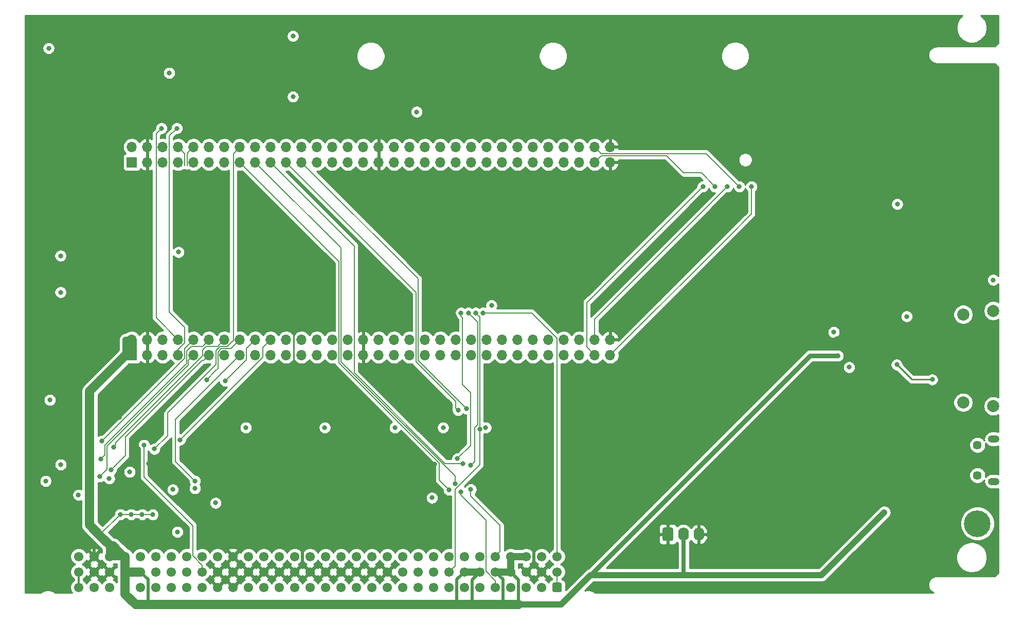
<source format=gbr>
G04 #@! TF.GenerationSoftware,KiCad,Pcbnew,5.1.9+dfsg1-1~bpo10+1*
G04 #@! TF.CreationDate,2022-11-13T14:05:17+01:00*
G04 #@! TF.ProjectId,nubus-to-ztex,6e756275-732d-4746-9f2d-7a7465782e6b,rev?*
G04 #@! TF.SameCoordinates,Original*
G04 #@! TF.FileFunction,Copper,L4,Bot*
G04 #@! TF.FilePolarity,Positive*
%FSLAX46Y46*%
G04 Gerber Fmt 4.6, Leading zero omitted, Abs format (unit mm)*
G04 Created by KiCad (PCBNEW 5.1.9+dfsg1-1~bpo10+1) date 2022-11-13 14:05:17*
%MOMM*%
%LPD*%
G01*
G04 APERTURE LIST*
G04 #@! TA.AperFunction,ComponentPad*
%ADD10C,4.400000*%
G04 #@! TD*
G04 #@! TA.AperFunction,ComponentPad*
%ADD11C,1.450000*%
G04 #@! TD*
G04 #@! TA.AperFunction,ComponentPad*
%ADD12O,1.900000X1.200000*%
G04 #@! TD*
G04 #@! TA.AperFunction,ComponentPad*
%ADD13O,1.740000X2.200000*%
G04 #@! TD*
G04 #@! TA.AperFunction,ComponentPad*
%ADD14R,1.700000X1.700000*%
G04 #@! TD*
G04 #@! TA.AperFunction,ComponentPad*
%ADD15O,1.700000X1.700000*%
G04 #@! TD*
G04 #@! TA.AperFunction,ComponentPad*
%ADD16C,2.000000*%
G04 #@! TD*
G04 #@! TA.AperFunction,ComponentPad*
%ADD17C,1.550000*%
G04 #@! TD*
G04 #@! TA.AperFunction,ViaPad*
%ADD18C,0.800000*%
G04 #@! TD*
G04 #@! TA.AperFunction,Conductor*
%ADD19C,0.500000*%
G04 #@! TD*
G04 #@! TA.AperFunction,Conductor*
%ADD20C,0.152400*%
G04 #@! TD*
G04 #@! TA.AperFunction,Conductor*
%ADD21C,0.250000*%
G04 #@! TD*
G04 #@! TA.AperFunction,Conductor*
%ADD22C,1.200000*%
G04 #@! TD*
G04 #@! TA.AperFunction,Conductor*
%ADD23C,1.500000*%
G04 #@! TD*
G04 #@! TA.AperFunction,Conductor*
%ADD24C,1.000000*%
G04 #@! TD*
G04 #@! TA.AperFunction,Conductor*
%ADD25C,0.800000*%
G04 #@! TD*
G04 #@! TA.AperFunction,Conductor*
%ADD26C,1.600000*%
G04 #@! TD*
G04 #@! TA.AperFunction,Conductor*
%ADD27C,0.650000*%
G04 #@! TD*
G04 #@! TA.AperFunction,Conductor*
%ADD28C,0.200000*%
G04 #@! TD*
G04 #@! TA.AperFunction,Conductor*
%ADD29C,0.300000*%
G04 #@! TD*
G04 #@! TA.AperFunction,Conductor*
%ADD30C,0.254000*%
G04 #@! TD*
G04 #@! TA.AperFunction,Conductor*
%ADD31C,0.100000*%
G04 #@! TD*
G04 APERTURE END LIST*
D10*
X269197500Y-89500000D03*
D11*
X269197500Y-81570000D03*
X269197500Y-76570000D03*
D12*
X271897500Y-82570000D03*
X271897500Y-75570000D03*
G04 #@! TA.AperFunction,ComponentPad*
G36*
G01*
X217370000Y-92120001D02*
X217370000Y-90419999D01*
G75*
G02*
X217619999Y-90170000I249999J0D01*
G01*
X218860001Y-90170000D01*
G75*
G02*
X219110000Y-90419999I0J-249999D01*
G01*
X219110000Y-92120001D01*
G75*
G02*
X218860001Y-92370000I-249999J0D01*
G01*
X217619999Y-92370000D01*
G75*
G02*
X217370000Y-92120001I0J249999D01*
G01*
G37*
G04 #@! TD.AperFunction*
D13*
X220780000Y-91270000D03*
X223320000Y-91270000D03*
D14*
X130000000Y-30000000D03*
D15*
X130000000Y-27460000D03*
X132540000Y-30000000D03*
X132540000Y-27460000D03*
X135080000Y-30000000D03*
X135080000Y-27460000D03*
X137620000Y-30000000D03*
X137620000Y-27460000D03*
X140160000Y-30000000D03*
X140160000Y-27460000D03*
X142700000Y-30000000D03*
X142700000Y-27460000D03*
X145240000Y-30000000D03*
X145240000Y-27460000D03*
X147780000Y-30000000D03*
X147780000Y-27460000D03*
X150320000Y-30000000D03*
X150320000Y-27460000D03*
X152860000Y-30000000D03*
X152860000Y-27460000D03*
X155400000Y-30000000D03*
X155400000Y-27460000D03*
X157940000Y-30000000D03*
X157940000Y-27460000D03*
X160480000Y-30000000D03*
X160480000Y-27460000D03*
X163020000Y-30000000D03*
X163020000Y-27460000D03*
X165560000Y-30000000D03*
X165560000Y-27460000D03*
X168100000Y-30000000D03*
X168100000Y-27460000D03*
X170640000Y-30000000D03*
X170640000Y-27460000D03*
X173180000Y-30000000D03*
X173180000Y-27460000D03*
X175720000Y-30000000D03*
X175720000Y-27460000D03*
X178260000Y-30000000D03*
X178260000Y-27460000D03*
X180800000Y-30000000D03*
X180800000Y-27460000D03*
X183340000Y-30000000D03*
X183340000Y-27460000D03*
X185880000Y-30000000D03*
X185880000Y-27460000D03*
X188420000Y-30000000D03*
X188420000Y-27460000D03*
X190960000Y-30000000D03*
X190960000Y-27460000D03*
X193500000Y-30000000D03*
X193500000Y-27460000D03*
X196040000Y-30000000D03*
X196040000Y-27460000D03*
X198580000Y-30000000D03*
X198580000Y-27460000D03*
X201120000Y-30000000D03*
X201120000Y-27460000D03*
X203660000Y-30000000D03*
X203660000Y-27460000D03*
X206200000Y-30000000D03*
X206200000Y-27460000D03*
X208740000Y-30000000D03*
X208740000Y-27460000D03*
D16*
X271800000Y-70150000D03*
X271800000Y-54450000D03*
X266850000Y-69550000D03*
X266850000Y-55050000D03*
G04 #@! TA.AperFunction,ComponentPad*
G36*
G01*
X200775000Y-99474998D02*
X200775000Y-100525002D01*
G75*
G02*
X200525002Y-100775000I-249998J0D01*
G01*
X199474998Y-100775000D01*
G75*
G02*
X199225000Y-100525002I0J249998D01*
G01*
X199225000Y-99474998D01*
G75*
G02*
X199474998Y-99225000I249998J0D01*
G01*
X200525002Y-99225000D01*
G75*
G02*
X200775000Y-99474998I0J-249998D01*
G01*
G37*
G04 #@! TD.AperFunction*
D17*
X197460000Y-100000000D03*
X194920000Y-100000000D03*
X192380000Y-100000000D03*
X189840000Y-100000000D03*
X187300000Y-100000000D03*
X184760000Y-100000000D03*
X182220000Y-100000000D03*
X179680000Y-100000000D03*
X177140000Y-100000000D03*
X174600000Y-100000000D03*
X172060000Y-100000000D03*
X169520000Y-100000000D03*
X166980000Y-100000000D03*
X164440000Y-100000000D03*
X161900000Y-100000000D03*
X159360000Y-100000000D03*
X156820000Y-100000000D03*
X154280000Y-100000000D03*
X151740000Y-100000000D03*
X149200000Y-100000000D03*
X146660000Y-100000000D03*
X144120000Y-100000000D03*
X141580000Y-100000000D03*
X139040000Y-100000000D03*
X136500000Y-100000000D03*
X133960000Y-100000000D03*
X131420000Y-100000000D03*
X128880000Y-100000000D03*
X126340000Y-100000000D03*
X123800000Y-100000000D03*
X121260000Y-100000000D03*
X200000000Y-97460000D03*
X197460000Y-97460000D03*
X194920000Y-97460000D03*
X192380000Y-97460000D03*
X189840000Y-97460000D03*
X187300000Y-97460000D03*
X184760000Y-97460000D03*
X182220000Y-97460000D03*
X179680000Y-97460000D03*
X177140000Y-97460000D03*
X174600000Y-97460000D03*
X172060000Y-97460000D03*
X169520000Y-97460000D03*
X166980000Y-97460000D03*
X164440000Y-97460000D03*
X161900000Y-97460000D03*
X159360000Y-97460000D03*
X156820000Y-97460000D03*
X154280000Y-97460000D03*
X151740000Y-97460000D03*
X149200000Y-97460000D03*
X146660000Y-97460000D03*
X144120000Y-97460000D03*
X141580000Y-97460000D03*
X139040000Y-97460000D03*
X136500000Y-97460000D03*
X133960000Y-97460000D03*
X131420000Y-97460000D03*
X128880000Y-97460000D03*
X126340000Y-97460000D03*
X123800000Y-97460000D03*
X121260000Y-97460000D03*
X200000000Y-94920000D03*
X197460000Y-94920000D03*
X194920000Y-94920000D03*
X192380000Y-94920000D03*
X189840000Y-94920000D03*
X187300000Y-94920000D03*
X184760000Y-94920000D03*
X182220000Y-94920000D03*
X179680000Y-94920000D03*
X177140000Y-94920000D03*
X174600000Y-94920000D03*
X172060000Y-94920000D03*
X169520000Y-94920000D03*
X166980000Y-94920000D03*
X164440000Y-94920000D03*
X161900000Y-94920000D03*
X159360000Y-94920000D03*
X156820000Y-94920000D03*
X154280000Y-94920000D03*
X151740000Y-94920000D03*
X149200000Y-94920000D03*
X146660000Y-94920000D03*
X144120000Y-94920000D03*
X141580000Y-94920000D03*
X139040000Y-94920000D03*
X136500000Y-94920000D03*
X133960000Y-94920000D03*
X131420000Y-94920000D03*
X128880000Y-94920000D03*
X126340000Y-94920000D03*
X123800000Y-94920000D03*
X121260000Y-94920000D03*
D15*
X208740000Y-59210000D03*
X208740000Y-61750000D03*
X206200000Y-59210000D03*
X206200000Y-61750000D03*
X203660000Y-59210000D03*
X203660000Y-61750000D03*
X201120000Y-59210000D03*
X201120000Y-61750000D03*
X198580000Y-59210000D03*
X198580000Y-61750000D03*
X196040000Y-59210000D03*
X196040000Y-61750000D03*
X193500000Y-59210000D03*
X193500000Y-61750000D03*
X190960000Y-59210000D03*
X190960000Y-61750000D03*
X188420000Y-59210000D03*
X188420000Y-61750000D03*
X185880000Y-59210000D03*
X185880000Y-61750000D03*
X183340000Y-59210000D03*
X183340000Y-61750000D03*
X180800000Y-59210000D03*
X180800000Y-61750000D03*
X178260000Y-59210000D03*
X178260000Y-61750000D03*
X175720000Y-59210000D03*
X175720000Y-61750000D03*
X173180000Y-59210000D03*
X173180000Y-61750000D03*
X170640000Y-59210000D03*
X170640000Y-61750000D03*
X168100000Y-59210000D03*
X168100000Y-61750000D03*
X165560000Y-59210000D03*
X165560000Y-61750000D03*
X163020000Y-59210000D03*
X163020000Y-61750000D03*
X160480000Y-59210000D03*
X160480000Y-61750000D03*
X157940000Y-59210000D03*
X157940000Y-61750000D03*
X155400000Y-59210000D03*
X155400000Y-61750000D03*
X152860000Y-59210000D03*
X152860000Y-61750000D03*
X150320000Y-59210000D03*
X150320000Y-61750000D03*
X147780000Y-59210000D03*
X147780000Y-61750000D03*
X145240000Y-59210000D03*
X145240000Y-61750000D03*
X142700000Y-59210000D03*
X142700000Y-61750000D03*
X140160000Y-59210000D03*
X140160000Y-61750000D03*
X137620000Y-59210000D03*
X137620000Y-61750000D03*
X135080000Y-59210000D03*
X135080000Y-61750000D03*
X132540000Y-59210000D03*
X132540000Y-61750000D03*
X130000000Y-59210000D03*
D14*
X130000000Y-61750000D03*
D18*
X265875000Y-51000000D03*
X222740000Y-36800000D03*
X234000000Y-34000000D03*
X174500000Y-71000000D03*
X194880000Y-35760000D03*
X208740000Y-50800000D03*
X215540000Y-27460000D03*
X116300000Y-16437500D03*
X268000000Y-58050000D03*
X149900000Y-71000000D03*
X145300000Y-90050000D03*
X189500000Y-71000000D03*
X186786371Y-50762953D03*
X118534670Y-98720000D03*
X115200000Y-90730000D03*
X152880000Y-42180000D03*
X181586371Y-48162953D03*
X268000000Y-65550000D03*
X187000000Y-83100000D03*
X183850000Y-73462500D03*
X256220000Y-61875000D03*
X135250000Y-70800000D03*
X139252400Y-47600000D03*
X268000000Y-61050000D03*
X262640000Y-79355000D03*
X140070000Y-71650000D03*
X203510000Y-96190000D03*
X168650000Y-91575000D03*
X267730000Y-79355000D03*
X145400000Y-88100000D03*
X163000000Y-71000000D03*
X163305000Y-18100000D03*
X149555000Y-18100000D03*
X158100000Y-92000000D03*
X207500000Y-71000000D03*
X132800000Y-79640000D03*
X131100000Y-77215000D03*
X252900000Y-82730000D03*
X264200000Y-67357500D03*
X194857500Y-79750000D03*
X115200000Y-87480000D03*
X176480000Y-33630000D03*
X140070000Y-65480000D03*
X181586371Y-53962953D03*
X165000000Y-8080000D03*
X236450000Y-82730000D03*
X145125000Y-50200000D03*
X256010000Y-87920000D03*
X148200000Y-86800000D03*
X117200000Y-84780000D03*
X179800000Y-92480000D03*
X123800000Y-93000000D03*
X115670000Y-40410000D03*
X190611371Y-50675453D03*
X168357500Y-79750000D03*
X228090000Y-60250000D03*
X168820000Y-45760000D03*
X168357500Y-78180000D03*
X139300000Y-87450000D03*
X255040000Y-53812500D03*
X246062500Y-59100000D03*
X255500000Y-58625000D03*
X158127500Y-19200000D03*
X179857500Y-79750000D03*
X127900000Y-72015000D03*
X115200000Y-89430000D03*
X267720000Y-77180000D03*
X196200000Y-92480000D03*
X155357500Y-79750000D03*
X244180000Y-99750000D03*
X137500000Y-89312500D03*
X158730000Y-9200000D03*
X147900000Y-8080000D03*
X256000000Y-35315000D03*
X256000000Y-14000000D03*
X234000000Y-14000000D03*
X125722000Y-33528000D03*
X228670000Y-36800000D03*
X143040000Y-68680000D03*
X268560000Y-51000000D03*
X265875000Y-49425000D03*
X265875000Y-44295000D03*
X232000000Y-34000000D03*
X161750000Y-73687500D03*
X176885673Y-21678535D03*
X188250000Y-73687500D03*
X136727523Y-83900000D03*
X137700000Y-44789641D03*
X126287500Y-82100000D03*
X248080000Y-63750000D03*
X257550000Y-55387500D03*
X156530000Y-19200000D03*
X156530000Y-9200000D03*
X115812500Y-82500000D03*
X148750000Y-73687500D03*
X140387500Y-83700000D03*
X118300000Y-79800000D03*
X143787500Y-86100000D03*
X245550000Y-57975000D03*
X137500000Y-90887500D03*
X116300000Y-11212500D03*
X116500000Y-69150000D03*
X173300000Y-73700000D03*
X118265134Y-45400000D03*
X121200000Y-84780000D03*
X181250000Y-73687500D03*
X118265134Y-51400000D03*
X136140000Y-15272793D03*
X189211371Y-53562953D03*
X129652500Y-81000000D03*
X179412661Y-85255497D03*
X256000000Y-36890000D03*
X253850000Y-87660000D03*
X246230000Y-61872500D03*
X131697842Y-88000000D03*
X129897842Y-88000000D03*
X128097842Y-88000000D03*
X133421568Y-88014972D03*
X220840000Y-97970000D03*
X188575000Y-102850000D03*
X187800000Y-54800000D03*
X184200000Y-54800000D03*
X183600000Y-78800000D03*
X184150000Y-84250000D03*
X186600000Y-54800000D03*
X187263411Y-73930000D03*
X185400000Y-54800000D03*
X185800000Y-83875000D03*
X185800000Y-79900000D03*
X137965000Y-75700000D03*
X132000000Y-76565000D03*
X137410000Y-24400000D03*
X134880000Y-24400000D03*
X271800000Y-49380000D03*
X226000000Y-34000000D03*
X228000000Y-34000000D03*
X224000000Y-34000000D03*
X230000000Y-34000000D03*
X133700000Y-77215000D03*
X145387500Y-66000000D03*
X140375000Y-82475000D03*
X142300000Y-65800000D03*
X125066330Y-75900000D03*
X126550000Y-80675000D03*
X124712500Y-81750000D03*
X126975000Y-76905000D03*
X124925000Y-78850000D03*
X182200161Y-83950161D03*
X183200000Y-82900000D03*
X184500000Y-79600000D03*
X185110000Y-70590000D03*
X183710000Y-70850000D03*
X261760000Y-65782500D03*
X255920000Y-63320000D03*
D19*
X158100000Y-96200000D02*
X158100000Y-92000000D01*
X159360000Y-97460000D02*
X158100000Y-96200000D01*
D20*
X152880000Y-42180000D02*
X152880000Y-52210000D01*
D19*
X156820000Y-97460000D02*
X158080000Y-96200000D01*
D20*
X158080000Y-96200000D02*
X158100000Y-96200000D01*
X152880000Y-52210000D02*
X156670000Y-56000000D01*
D19*
X194920000Y-97460000D02*
X196180000Y-96200000D01*
D20*
X196180000Y-96200000D02*
X196200000Y-96200000D01*
D21*
X156670000Y-56000000D02*
X156670000Y-64670000D01*
D19*
X123800000Y-94920000D02*
X123800000Y-93000000D01*
D20*
X156670000Y-64670000D02*
X163000000Y-71000000D01*
D19*
X196200000Y-96200000D02*
X196200000Y-92490000D01*
X197460000Y-97460000D02*
X196200000Y-96200000D01*
D20*
X208740000Y-61750000D02*
X228230000Y-42260000D01*
X232000000Y-38490000D02*
X228230000Y-42260000D01*
X232000000Y-34000000D02*
X232000000Y-38490000D01*
D22*
X189840000Y-97460000D02*
X192380000Y-97460000D01*
D23*
X128880000Y-100000000D02*
X128880000Y-101096015D01*
X128880000Y-101096015D02*
X130633985Y-102850000D01*
X130633985Y-102850000D02*
X132675000Y-102850000D01*
D19*
X184760000Y-97460000D02*
X183500000Y-98720000D01*
D22*
X187300000Y-97460000D02*
X184760000Y-97460000D01*
X192380000Y-94920000D02*
X192380000Y-97460000D01*
X194920000Y-94920000D02*
X192380000Y-94920000D01*
X130000000Y-61750000D02*
X128998000Y-61750000D01*
D23*
X123050000Y-89750000D02*
X124930000Y-91630000D01*
X123050000Y-67697600D02*
X123050000Y-89750000D01*
D24*
X243540000Y-97970000D02*
X253850000Y-87660000D01*
X220840000Y-97970000D02*
X243540000Y-97970000D01*
D25*
X241617500Y-61872500D02*
X205520000Y-97970000D01*
X246230000Y-61872500D02*
X241617500Y-61872500D01*
D24*
X220840000Y-97970000D02*
X205520000Y-97970000D01*
D22*
X126340000Y-94920000D02*
X126340000Y-93040000D01*
D23*
X126340000Y-93040000D02*
X124930000Y-91630000D01*
X127897927Y-62850000D02*
X123050000Y-67697600D01*
X128998000Y-61750000D02*
X127897927Y-62850000D01*
D26*
X130000000Y-61750000D02*
X130000000Y-59210000D01*
D24*
X128998000Y-61750000D02*
X128998000Y-59252000D01*
X129040000Y-59210000D02*
X130000000Y-59210000D01*
X128998000Y-59252000D02*
X129040000Y-59210000D01*
X200640000Y-102850000D02*
X205520000Y-97970000D01*
D20*
X183500000Y-102800000D02*
X183450000Y-102850000D01*
D19*
X183500000Y-98720000D02*
X183500000Y-102800000D01*
D24*
X193650000Y-102850000D02*
X200640000Y-102850000D01*
D19*
X193650000Y-98730000D02*
X192380000Y-97460000D01*
D20*
X131712814Y-88014972D02*
X131697842Y-88000000D01*
X133421568Y-88014972D02*
X131712814Y-88014972D01*
X131697842Y-88000000D02*
X129897842Y-88000000D01*
X129897842Y-88000000D02*
X128097842Y-88000000D01*
X124930000Y-91167842D02*
X124930000Y-91630000D01*
X128097842Y-88000000D02*
X124930000Y-91167842D01*
D23*
X128880000Y-97460000D02*
X131420000Y-97460000D01*
X128880000Y-97460000D02*
X128880000Y-100000000D01*
X128880000Y-94920000D02*
X128880000Y-97460000D01*
D19*
X193650000Y-102850000D02*
X193650000Y-98730000D01*
X187300000Y-97460000D02*
X186025000Y-98735000D01*
D20*
X186025000Y-102825000D02*
X186050000Y-102850000D01*
D19*
X186025000Y-98735000D02*
X186025000Y-102825000D01*
D23*
X183450000Y-102850000D02*
X186050000Y-102850000D01*
D19*
X189840000Y-97460000D02*
X191100000Y-98720000D01*
X191100000Y-98720000D02*
X191100000Y-102650000D01*
D20*
X191100000Y-102650000D02*
X191300000Y-102850000D01*
D23*
X191300000Y-102850000D02*
X193650000Y-102850000D01*
X186050000Y-102850000D02*
X188575000Y-102850000D01*
X188575000Y-102850000D02*
X191300000Y-102850000D01*
D19*
X132675000Y-98715000D02*
X132675000Y-102850000D01*
X131420000Y-97460000D02*
X132675000Y-98715000D01*
D23*
X183450000Y-102850000D02*
X132675000Y-102850000D01*
D22*
X126340000Y-94920000D02*
X128880000Y-94920000D01*
X127000000Y-93040000D02*
X126340000Y-93040000D01*
D20*
X127585000Y-93675000D02*
X127635000Y-93675000D01*
D22*
X127635000Y-93675000D02*
X127000000Y-93040000D01*
X126340000Y-94920000D02*
X127585000Y-93675000D01*
X128880000Y-94920000D02*
X127635000Y-93675000D01*
D23*
X188575000Y-102850000D02*
X188575000Y-102850000D01*
D20*
X220840000Y-91330000D02*
X220780000Y-91270000D01*
D27*
X220840000Y-97970000D02*
X220840000Y-91330000D01*
D28*
X200000000Y-100000000D02*
X200000000Y-97460000D01*
D20*
X195845000Y-54800000D02*
X187800000Y-54800000D01*
X200000000Y-58955000D02*
X195845000Y-54800000D01*
X200000000Y-94920000D02*
X200000000Y-58955000D01*
X189840000Y-98903985D02*
X189840000Y-100000000D01*
X184150000Y-84250000D02*
X184150000Y-84815685D01*
X184150000Y-84815685D02*
X188303601Y-88969286D01*
X188303601Y-88969286D02*
X188303601Y-97367586D01*
X188303601Y-97367586D02*
X189840000Y-98903985D01*
X184200000Y-54800000D02*
X184200000Y-55365685D01*
X184200000Y-55365685D02*
X184418601Y-55584286D01*
X184418601Y-55584286D02*
X184418601Y-66588601D01*
X185738601Y-67908601D02*
X184418601Y-66588601D01*
X185738601Y-76661399D02*
X185738601Y-67908601D01*
X183600000Y-78800000D02*
X185738601Y-76661399D01*
D29*
X121260000Y-97460000D02*
X121260000Y-100000000D01*
D20*
X182220000Y-97460000D02*
X183223601Y-96456399D01*
X187263411Y-79833791D02*
X187263411Y-73930000D01*
X183223601Y-83873601D02*
X187263411Y-79833791D01*
X187263411Y-55463411D02*
X186600000Y-54800000D01*
X187263411Y-73930000D02*
X187263411Y-55463411D01*
X183223601Y-96456399D02*
X183223601Y-83873601D01*
X190614999Y-89814999D02*
X185800000Y-85000000D01*
X190614999Y-94145001D02*
X190614999Y-89814999D01*
X189840000Y-94920000D02*
X190614999Y-94145001D01*
X185800000Y-85000000D02*
X185800000Y-83875000D01*
X186958601Y-56358601D02*
X185400000Y-54800000D01*
X185800000Y-79900000D02*
X186428601Y-79271399D01*
X186428601Y-79271399D02*
X186428601Y-73701399D01*
X186428601Y-73701399D02*
X186958601Y-73171399D01*
X186958601Y-73171399D02*
X186958601Y-56358601D01*
X138698601Y-28538601D02*
X138698601Y-30517729D01*
X137620000Y-27460000D02*
X138698601Y-28538601D01*
X139310001Y-28309999D02*
X140160000Y-27460000D01*
X139081399Y-30565997D02*
X139081399Y-28538601D01*
X139081399Y-28538601D02*
X139310001Y-28309999D01*
X152860000Y-59210000D02*
X151600000Y-60470000D01*
X151600000Y-62065000D02*
X151398601Y-62266399D01*
X151600000Y-60470000D02*
X151600000Y-62065000D01*
X137965000Y-75700000D02*
X151398601Y-62266399D01*
X140043601Y-94827586D02*
X140043601Y-89843601D01*
X141580000Y-96363985D02*
X140043601Y-94827586D01*
X141580000Y-97460000D02*
X141580000Y-96363985D01*
X132000000Y-81800000D02*
X132000000Y-76565000D01*
X140043601Y-89843601D02*
X132000000Y-81800000D01*
X137620000Y-61750000D02*
X137620000Y-60806330D01*
X137620000Y-60806330D02*
X138698601Y-59727729D01*
X138698601Y-59727729D02*
X138698601Y-57188601D01*
X136158601Y-25651399D02*
X136158601Y-54648601D01*
X137410000Y-24400000D02*
X136158601Y-25651399D01*
X138698601Y-57188601D02*
X136158601Y-54648601D01*
X134001399Y-25278601D02*
X134880000Y-24400000D01*
X134001399Y-55591399D02*
X134001399Y-25278601D01*
X137620000Y-59210000D02*
X134001399Y-55591399D01*
X207278601Y-28921399D02*
X218021399Y-28921399D01*
X206200000Y-30000000D02*
X207278601Y-28921399D01*
X218021399Y-28921399D02*
X220850000Y-31750000D01*
X223750000Y-31750000D02*
X226000000Y-34000000D01*
X220850000Y-31750000D02*
X223750000Y-31750000D01*
X206200000Y-55800000D02*
X228000000Y-34000000D01*
X206200000Y-59210000D02*
X206200000Y-55800000D01*
X224000000Y-34000000D02*
X205550000Y-52450000D01*
X206200000Y-61750000D02*
X204900000Y-60450000D01*
X204900000Y-53100000D02*
X205550000Y-52450000D01*
X204900000Y-60450000D02*
X204900000Y-53100000D01*
X224538601Y-28538601D02*
X230000000Y-34000000D01*
X206200000Y-27460000D02*
X207278601Y-28538601D01*
X207278601Y-28538601D02*
X224538601Y-28538601D01*
X146701399Y-28538601D02*
X147780000Y-27460000D01*
X146701399Y-59344931D02*
X146701399Y-28538601D01*
X145679741Y-60366589D02*
X146701399Y-59344931D01*
X144514477Y-60366589D02*
X145679741Y-60366589D01*
X135878601Y-75036399D02*
X135878601Y-71291069D01*
X135878601Y-71291069D02*
X143856589Y-63313081D01*
X143856589Y-61024477D02*
X144514477Y-60366589D01*
X133700000Y-77215000D02*
X135878601Y-75036399D01*
X143856589Y-63313081D02*
X143856589Y-61024477D01*
X148858601Y-62528899D02*
X148858601Y-60671399D01*
X149470001Y-60059999D02*
X150320000Y-59210000D01*
X148858601Y-60671399D02*
X149470001Y-60059999D01*
X145387500Y-66000000D02*
X148858601Y-62528899D01*
X140375000Y-82475000D02*
X137200000Y-79300000D01*
X137200000Y-72330000D02*
X147780000Y-61750000D01*
X137200000Y-79300000D02*
X137200000Y-72330000D01*
X144161399Y-63938601D02*
X143778601Y-64321399D01*
X147780000Y-59210000D02*
X146318601Y-60671399D01*
X143778601Y-64321399D02*
X142300000Y-65800000D01*
X144718601Y-60671399D02*
X144161399Y-61228601D01*
X146318601Y-60671399D02*
X144718601Y-60671399D01*
X144161399Y-61228601D02*
X144161399Y-63938601D01*
X138698601Y-60671399D02*
X140160000Y-59210000D01*
X138698601Y-62267729D02*
X125066330Y-75900000D01*
X138698601Y-60671399D02*
X138698601Y-62267729D01*
X128958411Y-75223759D02*
X128958411Y-78266589D01*
X141582171Y-62599999D02*
X128958411Y-75223759D01*
X141850001Y-62599999D02*
X141582171Y-62599999D01*
X142700000Y-61750000D02*
X141850001Y-62599999D01*
X128958411Y-78266589D02*
X126550000Y-80675000D01*
X126550000Y-80675000D02*
X126550000Y-80675000D01*
X140160000Y-61750000D02*
X139310001Y-62599999D01*
X125904810Y-80557690D02*
X124712500Y-81750000D01*
X139310001Y-63334669D02*
X125904810Y-76739860D01*
X139310001Y-62599999D02*
X139310001Y-63334669D01*
X125904810Y-76739860D02*
X125904810Y-80557690D01*
X144390001Y-60059999D02*
X145240000Y-59210000D01*
X141621399Y-60928601D02*
X142261399Y-60288601D01*
X144161399Y-60288601D02*
X144390001Y-60059999D01*
X141621399Y-61884931D02*
X141621399Y-60928601D01*
X142261399Y-60288601D02*
X144161399Y-60288601D01*
X126975000Y-76905000D02*
X127374999Y-76505001D01*
X127374999Y-76505001D02*
X127374999Y-76131331D01*
X127374999Y-76131331D02*
X141621399Y-61884931D01*
X139003411Y-61121589D02*
X139003411Y-63146589D01*
X139836399Y-60288601D02*
X139003411Y-61121589D01*
X141621399Y-60288601D02*
X139836399Y-60288601D01*
X142700000Y-59210000D02*
X141621399Y-60288601D01*
X139003411Y-63146589D02*
X125600000Y-76550000D01*
X125600000Y-76550000D02*
X125600000Y-76550000D01*
X125324999Y-78450001D02*
X124925000Y-78850000D01*
X125600000Y-78175000D02*
X125324999Y-78450001D01*
X125600000Y-76550000D02*
X125600000Y-78175000D01*
X180621399Y-82371399D02*
X182200161Y-83950161D01*
X147780000Y-30000000D02*
X164098601Y-46318601D01*
X180621399Y-79531399D02*
X180621399Y-82371399D01*
X164098601Y-46318601D02*
X164098601Y-63008601D01*
X164098601Y-63008601D02*
X180621399Y-79531399D01*
X151169999Y-30849999D02*
X150320000Y-30000000D01*
X183200000Y-82900000D02*
X183200000Y-81678934D01*
X183200000Y-81678934D02*
X164403411Y-62882345D01*
X164403411Y-62882345D02*
X164403411Y-44083411D01*
X164403411Y-44083411D02*
X151169999Y-30849999D01*
X153709999Y-30849999D02*
X152860000Y-30000000D01*
X166638601Y-64686469D02*
X166638601Y-43778601D01*
X166638601Y-43778601D02*
X153709999Y-30849999D01*
X181552132Y-79600000D02*
X166638601Y-64686469D01*
X184500000Y-79600000D02*
X181552132Y-79600000D01*
X158789999Y-30849999D02*
X157940000Y-30000000D01*
X177103411Y-49163411D02*
X158789999Y-30849999D01*
X177103411Y-62583411D02*
X177103411Y-49163411D01*
X185110000Y-70590000D02*
X177103411Y-62583411D01*
X176798601Y-51398601D02*
X155400000Y-30000000D01*
X176798601Y-62898601D02*
X176798601Y-51398601D01*
X183310001Y-69410001D02*
X176798601Y-62898601D01*
X183310001Y-70450001D02*
X183310001Y-69410001D01*
X183710000Y-70850000D02*
X183310001Y-70450001D01*
D21*
X258382500Y-65782500D02*
X261760000Y-65782500D01*
X255920000Y-63320000D02*
X258382500Y-65782500D01*
D30*
X266654985Y-5874284D02*
X266304284Y-6224985D01*
X266028739Y-6637366D01*
X265838941Y-7095580D01*
X265742183Y-7582017D01*
X265742183Y-8077983D01*
X265838941Y-8564420D01*
X266028739Y-9022634D01*
X266304284Y-9435015D01*
X266654985Y-9785716D01*
X267067366Y-10061261D01*
X267525580Y-10251059D01*
X268012017Y-10347817D01*
X268507983Y-10347817D01*
X268994420Y-10251059D01*
X269452634Y-10061261D01*
X269865015Y-9785716D01*
X270215716Y-9435015D01*
X270491261Y-9022634D01*
X270681059Y-8564420D01*
X270777817Y-8077983D01*
X270777817Y-7582017D01*
X270681059Y-7095580D01*
X270491261Y-6637366D01*
X270215716Y-6224985D01*
X269865015Y-5874284D01*
X269768807Y-5810000D01*
X272620000Y-5810000D01*
X272620001Y-10385908D01*
X272085909Y-10920000D01*
X262465123Y-10920000D01*
X262430023Y-10923457D01*
X262420938Y-10923457D01*
X262411079Y-10924493D01*
X262275316Y-10939722D01*
X262212410Y-10953094D01*
X262149252Y-10965599D01*
X262139782Y-10968531D01*
X262009561Y-11009839D01*
X261950438Y-11035179D01*
X261890914Y-11059713D01*
X261882194Y-11064428D01*
X261762476Y-11130244D01*
X261709412Y-11166579D01*
X261655782Y-11202210D01*
X261648144Y-11208529D01*
X261543490Y-11296344D01*
X261498477Y-11342310D01*
X261452804Y-11387665D01*
X261446539Y-11395347D01*
X261360935Y-11501818D01*
X261325733Y-11555613D01*
X261289716Y-11609010D01*
X261285062Y-11617763D01*
X261221768Y-11738832D01*
X261197669Y-11798477D01*
X261172722Y-11857825D01*
X261169857Y-11867315D01*
X261131285Y-11998373D01*
X261119231Y-12061565D01*
X261106288Y-12124618D01*
X261105321Y-12134484D01*
X261092939Y-12270537D01*
X261093388Y-12334853D01*
X261092939Y-12399235D01*
X261093906Y-12409101D01*
X261108186Y-12544968D01*
X261121121Y-12607983D01*
X261133185Y-12671221D01*
X261136050Y-12680711D01*
X261176449Y-12811217D01*
X261201391Y-12870550D01*
X261225492Y-12930202D01*
X261230146Y-12938955D01*
X261295124Y-13059129D01*
X261331086Y-13112444D01*
X261366342Y-13166322D01*
X261372608Y-13174004D01*
X261459689Y-13279268D01*
X261505328Y-13324590D01*
X261550378Y-13370593D01*
X261558017Y-13376912D01*
X261663887Y-13463257D01*
X261717474Y-13498859D01*
X261770583Y-13535224D01*
X261779303Y-13539939D01*
X261899928Y-13604076D01*
X261959402Y-13628589D01*
X262018565Y-13653947D01*
X262028035Y-13656878D01*
X262158820Y-13696365D01*
X262221939Y-13708863D01*
X262284895Y-13722245D01*
X262294754Y-13723281D01*
X262430718Y-13736612D01*
X262430723Y-13736612D01*
X262465123Y-13740000D01*
X272085909Y-13740000D01*
X272620001Y-14274092D01*
X272620001Y-48744267D01*
X272603937Y-48720226D01*
X272459774Y-48576063D01*
X272290256Y-48462795D01*
X272101898Y-48384774D01*
X271901939Y-48345000D01*
X271698061Y-48345000D01*
X271498102Y-48384774D01*
X271309744Y-48462795D01*
X271140226Y-48576063D01*
X270996063Y-48720226D01*
X270882795Y-48889744D01*
X270804774Y-49078102D01*
X270765000Y-49278061D01*
X270765000Y-49481939D01*
X270804774Y-49681898D01*
X270882795Y-49870256D01*
X270996063Y-50039774D01*
X271140226Y-50183937D01*
X271309744Y-50297205D01*
X271498102Y-50375226D01*
X271698061Y-50415000D01*
X271901939Y-50415000D01*
X272101898Y-50375226D01*
X272290256Y-50297205D01*
X272459774Y-50183937D01*
X272603937Y-50039774D01*
X272620001Y-50015733D01*
X272620001Y-53031509D01*
X272574463Y-53001082D01*
X272276912Y-52877832D01*
X271961033Y-52815000D01*
X271638967Y-52815000D01*
X271323088Y-52877832D01*
X271025537Y-53001082D01*
X270757748Y-53180013D01*
X270530013Y-53407748D01*
X270351082Y-53675537D01*
X270227832Y-53973088D01*
X270165000Y-54288967D01*
X270165000Y-54611033D01*
X270227832Y-54926912D01*
X270351082Y-55224463D01*
X270530013Y-55492252D01*
X270757748Y-55719987D01*
X271025537Y-55898918D01*
X271323088Y-56022168D01*
X271638967Y-56085000D01*
X271961033Y-56085000D01*
X272276912Y-56022168D01*
X272574463Y-55898918D01*
X272620001Y-55868491D01*
X272620000Y-68731509D01*
X272574463Y-68701082D01*
X272276912Y-68577832D01*
X271961033Y-68515000D01*
X271638967Y-68515000D01*
X271323088Y-68577832D01*
X271025537Y-68701082D01*
X270757748Y-68880013D01*
X270530013Y-69107748D01*
X270351082Y-69375537D01*
X270227832Y-69673088D01*
X270165000Y-69988967D01*
X270165000Y-70311033D01*
X270227832Y-70626912D01*
X270351082Y-70924463D01*
X270530013Y-71192252D01*
X270757748Y-71419987D01*
X271025537Y-71598918D01*
X271323088Y-71722168D01*
X271638967Y-71785000D01*
X271961033Y-71785000D01*
X272276912Y-71722168D01*
X272574463Y-71598918D01*
X272620000Y-71568491D01*
X272620000Y-74392426D01*
X272489602Y-74352870D01*
X272308165Y-74335000D01*
X271486835Y-74335000D01*
X271305398Y-74352870D01*
X271072599Y-74423489D01*
X270858051Y-74538167D01*
X270669998Y-74692498D01*
X270515667Y-74880551D01*
X270400989Y-75095099D01*
X270330370Y-75327898D01*
X270306525Y-75570000D01*
X270330370Y-75812102D01*
X270333383Y-75822035D01*
X270253881Y-75703051D01*
X270064449Y-75513619D01*
X269841701Y-75364784D01*
X269594197Y-75262264D01*
X269331448Y-75210000D01*
X269063552Y-75210000D01*
X268800803Y-75262264D01*
X268553299Y-75364784D01*
X268330551Y-75513619D01*
X268141119Y-75703051D01*
X267992284Y-75925799D01*
X267889764Y-76173303D01*
X267837500Y-76436052D01*
X267837500Y-76703948D01*
X267889764Y-76966697D01*
X267992284Y-77214201D01*
X268141119Y-77436949D01*
X268330551Y-77626381D01*
X268553299Y-77775216D01*
X268800803Y-77877736D01*
X269063552Y-77930000D01*
X269331448Y-77930000D01*
X269594197Y-77877736D01*
X269841701Y-77775216D01*
X270064449Y-77626381D01*
X270253881Y-77436949D01*
X270402716Y-77214201D01*
X270505236Y-76966697D01*
X270557500Y-76703948D01*
X270557500Y-76436052D01*
X270524516Y-76270232D01*
X270669998Y-76447502D01*
X270858051Y-76601833D01*
X271072599Y-76716511D01*
X271305398Y-76787130D01*
X271486835Y-76805000D01*
X272308165Y-76805000D01*
X272489602Y-76787130D01*
X272620000Y-76747574D01*
X272620000Y-81392426D01*
X272489602Y-81352870D01*
X272308165Y-81335000D01*
X271486835Y-81335000D01*
X271305398Y-81352870D01*
X271072599Y-81423489D01*
X270858051Y-81538167D01*
X270669998Y-81692498D01*
X270524516Y-81869768D01*
X270557500Y-81703948D01*
X270557500Y-81436052D01*
X270505236Y-81173303D01*
X270402716Y-80925799D01*
X270253881Y-80703051D01*
X270064449Y-80513619D01*
X269841701Y-80364784D01*
X269594197Y-80262264D01*
X269331448Y-80210000D01*
X269063552Y-80210000D01*
X268800803Y-80262264D01*
X268553299Y-80364784D01*
X268330551Y-80513619D01*
X268141119Y-80703051D01*
X267992284Y-80925799D01*
X267889764Y-81173303D01*
X267837500Y-81436052D01*
X267837500Y-81703948D01*
X267889764Y-81966697D01*
X267992284Y-82214201D01*
X268141119Y-82436949D01*
X268330551Y-82626381D01*
X268553299Y-82775216D01*
X268800803Y-82877736D01*
X269063552Y-82930000D01*
X269331448Y-82930000D01*
X269594197Y-82877736D01*
X269841701Y-82775216D01*
X270064449Y-82626381D01*
X270253881Y-82436949D01*
X270333383Y-82317965D01*
X270330370Y-82327898D01*
X270306525Y-82570000D01*
X270330370Y-82812102D01*
X270400989Y-83044901D01*
X270515667Y-83259449D01*
X270669998Y-83447502D01*
X270858051Y-83601833D01*
X271072599Y-83716511D01*
X271305398Y-83787130D01*
X271486835Y-83805000D01*
X272308165Y-83805000D01*
X272489602Y-83787130D01*
X272620000Y-83747574D01*
X272620000Y-97635909D01*
X272085909Y-98170000D01*
X262465123Y-98170000D01*
X262430023Y-98173457D01*
X262420938Y-98173457D01*
X262411079Y-98174493D01*
X262275316Y-98189722D01*
X262212410Y-98203094D01*
X262149252Y-98215599D01*
X262139782Y-98218531D01*
X262009561Y-98259839D01*
X261950438Y-98285179D01*
X261890914Y-98309713D01*
X261882194Y-98314428D01*
X261762476Y-98380244D01*
X261709412Y-98416579D01*
X261655782Y-98452210D01*
X261648144Y-98458529D01*
X261543490Y-98546344D01*
X261498477Y-98592310D01*
X261452804Y-98637665D01*
X261446539Y-98645347D01*
X261360935Y-98751818D01*
X261325733Y-98805613D01*
X261289716Y-98859010D01*
X261285062Y-98867763D01*
X261221768Y-98988832D01*
X261197669Y-99048477D01*
X261172722Y-99107825D01*
X261169857Y-99117315D01*
X261131285Y-99248373D01*
X261119231Y-99311565D01*
X261106288Y-99374618D01*
X261105321Y-99384484D01*
X261092939Y-99520537D01*
X261093388Y-99584853D01*
X261092939Y-99649235D01*
X261093906Y-99659101D01*
X261108186Y-99794968D01*
X261121121Y-99857983D01*
X261133185Y-99921221D01*
X261136050Y-99930711D01*
X261176449Y-100061217D01*
X261201391Y-100120550D01*
X261225492Y-100180202D01*
X261230146Y-100188955D01*
X261295124Y-100309129D01*
X261331086Y-100362444D01*
X261366342Y-100416322D01*
X261372608Y-100424004D01*
X261459689Y-100529268D01*
X261505328Y-100574590D01*
X261550378Y-100620593D01*
X261558017Y-100626912D01*
X261663887Y-100713257D01*
X261717474Y-100748859D01*
X261770583Y-100785224D01*
X261779303Y-100789939D01*
X261899928Y-100854076D01*
X261945842Y-100873000D01*
X206293059Y-100873000D01*
X206055776Y-100714452D01*
X205680880Y-100559165D01*
X205282892Y-100480000D01*
X204877108Y-100480000D01*
X204550082Y-100545050D01*
X205990132Y-99105000D01*
X243484249Y-99105000D01*
X243540000Y-99110491D01*
X243595751Y-99105000D01*
X243595752Y-99105000D01*
X243762499Y-99088577D01*
X243976447Y-99023676D01*
X244173623Y-98918284D01*
X244346449Y-98776449D01*
X244381996Y-98733135D01*
X248285565Y-94829566D01*
X265717303Y-94829566D01*
X265717303Y-95330434D01*
X265815017Y-95821677D01*
X266006691Y-96284419D01*
X266284958Y-96700875D01*
X266639125Y-97055042D01*
X267055581Y-97333309D01*
X267518323Y-97524983D01*
X268009566Y-97622697D01*
X268510434Y-97622697D01*
X269001677Y-97524983D01*
X269464419Y-97333309D01*
X269880875Y-97055042D01*
X270235042Y-96700875D01*
X270513309Y-96284419D01*
X270704983Y-95821677D01*
X270802697Y-95330434D01*
X270802697Y-94829566D01*
X270704983Y-94338323D01*
X270513309Y-93875581D01*
X270235042Y-93459125D01*
X269880875Y-93104958D01*
X269464419Y-92826691D01*
X269001677Y-92635017D01*
X268510434Y-92537303D01*
X268009566Y-92537303D01*
X267518323Y-92635017D01*
X267055581Y-92826691D01*
X266639125Y-93104958D01*
X266284958Y-93459125D01*
X266006691Y-93875581D01*
X265815017Y-94338323D01*
X265717303Y-94829566D01*
X248285565Y-94829566D01*
X253894354Y-89220777D01*
X266362500Y-89220777D01*
X266362500Y-89779223D01*
X266471448Y-90326939D01*
X266685156Y-90842876D01*
X266995412Y-91307207D01*
X267390293Y-91702088D01*
X267854624Y-92012344D01*
X268370561Y-92226052D01*
X268918277Y-92335000D01*
X269476723Y-92335000D01*
X270024439Y-92226052D01*
X270540376Y-92012344D01*
X271004707Y-91702088D01*
X271399588Y-91307207D01*
X271709844Y-90842876D01*
X271923552Y-90326939D01*
X272032500Y-89779223D01*
X272032500Y-89220777D01*
X271923552Y-88673061D01*
X271709844Y-88157124D01*
X271399588Y-87692793D01*
X271004707Y-87297912D01*
X270540376Y-86987656D01*
X270024439Y-86773948D01*
X269476723Y-86665000D01*
X268918277Y-86665000D01*
X268370561Y-86773948D01*
X267854624Y-86987656D01*
X267390293Y-87297912D01*
X266995412Y-87692793D01*
X266685156Y-88157124D01*
X266471448Y-88673061D01*
X266362500Y-89220777D01*
X253894354Y-89220777D01*
X254691988Y-88423144D01*
X254798284Y-88293623D01*
X254903676Y-88096447D01*
X254968577Y-87882499D01*
X254990491Y-87660000D01*
X254968577Y-87437501D01*
X254903676Y-87223554D01*
X254798284Y-87026378D01*
X254656449Y-86853551D01*
X254483622Y-86711716D01*
X254286446Y-86606324D01*
X254072499Y-86541423D01*
X253850000Y-86519509D01*
X253627501Y-86541423D01*
X253413553Y-86606324D01*
X253216377Y-86711716D01*
X253086856Y-86818012D01*
X243069869Y-96835000D01*
X221800000Y-96835000D01*
X221800000Y-92609841D01*
X221849345Y-92569345D01*
X222037417Y-92340179D01*
X222052302Y-92312331D01*
X222141744Y-92448903D01*
X222349506Y-92660536D01*
X222594563Y-92827571D01*
X222867498Y-92943588D01*
X222959969Y-92961302D01*
X223193000Y-92840246D01*
X223193000Y-91397000D01*
X223447000Y-91397000D01*
X223447000Y-92840246D01*
X223680031Y-92961302D01*
X223772502Y-92943588D01*
X224045437Y-92827571D01*
X224290494Y-92660536D01*
X224498256Y-92448903D01*
X224660738Y-92200804D01*
X224771696Y-91925773D01*
X224826866Y-91634380D01*
X224670586Y-91397000D01*
X223447000Y-91397000D01*
X223193000Y-91397000D01*
X223173000Y-91397000D01*
X223173000Y-91143000D01*
X223193000Y-91143000D01*
X223193000Y-89699754D01*
X223447000Y-89699754D01*
X223447000Y-91143000D01*
X224670586Y-91143000D01*
X224826866Y-90905620D01*
X224771696Y-90614227D01*
X224660738Y-90339196D01*
X224498256Y-90091097D01*
X224290494Y-89879464D01*
X224045437Y-89712429D01*
X223772502Y-89596412D01*
X223680031Y-89578698D01*
X223447000Y-89699754D01*
X223193000Y-89699754D01*
X222959969Y-89578698D01*
X222867498Y-89596412D01*
X222594563Y-89712429D01*
X222349506Y-89879464D01*
X222141744Y-90091097D01*
X222052302Y-90227669D01*
X222037417Y-90199821D01*
X221849345Y-89970655D01*
X221620178Y-89782583D01*
X221358724Y-89642834D01*
X221075031Y-89556776D01*
X220780000Y-89527718D01*
X220484968Y-89556776D01*
X220201275Y-89642834D01*
X219939821Y-89782583D01*
X219712615Y-89969047D01*
X219699502Y-89925820D01*
X219640537Y-89815506D01*
X219561185Y-89718815D01*
X219464494Y-89639463D01*
X219354180Y-89580498D01*
X219234482Y-89544188D01*
X219110000Y-89531928D01*
X218525750Y-89535000D01*
X218367000Y-89693750D01*
X218367000Y-91143000D01*
X218387000Y-91143000D01*
X218387000Y-91397000D01*
X218367000Y-91397000D01*
X218367000Y-92846250D01*
X218525750Y-93005000D01*
X219110000Y-93008072D01*
X219234482Y-92995812D01*
X219354180Y-92959502D01*
X219464494Y-92900537D01*
X219561185Y-92821185D01*
X219640537Y-92724494D01*
X219699502Y-92614180D01*
X219712615Y-92570953D01*
X219880001Y-92708323D01*
X219880000Y-96835000D01*
X208118710Y-96835000D01*
X212583710Y-92370000D01*
X216731928Y-92370000D01*
X216744188Y-92494482D01*
X216780498Y-92614180D01*
X216839463Y-92724494D01*
X216918815Y-92821185D01*
X217015506Y-92900537D01*
X217125820Y-92959502D01*
X217245518Y-92995812D01*
X217370000Y-93008072D01*
X217954250Y-93005000D01*
X218113000Y-92846250D01*
X218113000Y-91397000D01*
X216893750Y-91397000D01*
X216735000Y-91555750D01*
X216731928Y-92370000D01*
X212583710Y-92370000D01*
X214783710Y-90170000D01*
X216731928Y-90170000D01*
X216735000Y-90984250D01*
X216893750Y-91143000D01*
X218113000Y-91143000D01*
X218113000Y-89693750D01*
X217954250Y-89535000D01*
X217370000Y-89531928D01*
X217245518Y-89544188D01*
X217125820Y-89580498D01*
X217015506Y-89639463D01*
X216918815Y-89718815D01*
X216839463Y-89815506D01*
X216780498Y-89925820D01*
X216744188Y-90045518D01*
X216731928Y-90170000D01*
X214783710Y-90170000D01*
X235564743Y-69388967D01*
X265215000Y-69388967D01*
X265215000Y-69711033D01*
X265277832Y-70026912D01*
X265401082Y-70324463D01*
X265580013Y-70592252D01*
X265807748Y-70819987D01*
X266075537Y-70998918D01*
X266373088Y-71122168D01*
X266688967Y-71185000D01*
X267011033Y-71185000D01*
X267326912Y-71122168D01*
X267624463Y-70998918D01*
X267892252Y-70819987D01*
X268119987Y-70592252D01*
X268298918Y-70324463D01*
X268422168Y-70026912D01*
X268485000Y-69711033D01*
X268485000Y-69388967D01*
X268422168Y-69073088D01*
X268298918Y-68775537D01*
X268119987Y-68507748D01*
X267892252Y-68280013D01*
X267624463Y-68101082D01*
X267326912Y-67977832D01*
X267011033Y-67915000D01*
X266688967Y-67915000D01*
X266373088Y-67977832D01*
X266075537Y-68101082D01*
X265807748Y-68280013D01*
X265580013Y-68507748D01*
X265401082Y-68775537D01*
X265277832Y-69073088D01*
X265215000Y-69388967D01*
X235564743Y-69388967D01*
X241305649Y-63648061D01*
X247045000Y-63648061D01*
X247045000Y-63851939D01*
X247084774Y-64051898D01*
X247162795Y-64240256D01*
X247276063Y-64409774D01*
X247420226Y-64553937D01*
X247589744Y-64667205D01*
X247778102Y-64745226D01*
X247978061Y-64785000D01*
X248181939Y-64785000D01*
X248381898Y-64745226D01*
X248570256Y-64667205D01*
X248739774Y-64553937D01*
X248883937Y-64409774D01*
X248997205Y-64240256D01*
X249075226Y-64051898D01*
X249115000Y-63851939D01*
X249115000Y-63648061D01*
X249075226Y-63448102D01*
X248997205Y-63259744D01*
X248969354Y-63218061D01*
X254885000Y-63218061D01*
X254885000Y-63421939D01*
X254924774Y-63621898D01*
X255002795Y-63810256D01*
X255116063Y-63979774D01*
X255260226Y-64123937D01*
X255429744Y-64237205D01*
X255618102Y-64315226D01*
X255818061Y-64355000D01*
X255880199Y-64355000D01*
X257818701Y-66293503D01*
X257842499Y-66322501D01*
X257871497Y-66346299D01*
X257958223Y-66417474D01*
X258038234Y-66460241D01*
X258090253Y-66488046D01*
X258233514Y-66531503D01*
X258345167Y-66542500D01*
X258345177Y-66542500D01*
X258382500Y-66546176D01*
X258419823Y-66542500D01*
X261056289Y-66542500D01*
X261100226Y-66586437D01*
X261269744Y-66699705D01*
X261458102Y-66777726D01*
X261658061Y-66817500D01*
X261861939Y-66817500D01*
X262061898Y-66777726D01*
X262250256Y-66699705D01*
X262419774Y-66586437D01*
X262563937Y-66442274D01*
X262677205Y-66272756D01*
X262755226Y-66084398D01*
X262795000Y-65884439D01*
X262795000Y-65680561D01*
X262755226Y-65480602D01*
X262677205Y-65292244D01*
X262563937Y-65122726D01*
X262419774Y-64978563D01*
X262250256Y-64865295D01*
X262061898Y-64787274D01*
X261861939Y-64747500D01*
X261658061Y-64747500D01*
X261458102Y-64787274D01*
X261269744Y-64865295D01*
X261100226Y-64978563D01*
X261056289Y-65022500D01*
X258697302Y-65022500D01*
X256955000Y-63280199D01*
X256955000Y-63218061D01*
X256915226Y-63018102D01*
X256837205Y-62829744D01*
X256723937Y-62660226D01*
X256579774Y-62516063D01*
X256410256Y-62402795D01*
X256221898Y-62324774D01*
X256021939Y-62285000D01*
X255818061Y-62285000D01*
X255618102Y-62324774D01*
X255429744Y-62402795D01*
X255260226Y-62516063D01*
X255116063Y-62660226D01*
X255002795Y-62829744D01*
X254924774Y-63018102D01*
X254885000Y-63218061D01*
X248969354Y-63218061D01*
X248883937Y-63090226D01*
X248739774Y-62946063D01*
X248570256Y-62832795D01*
X248381898Y-62754774D01*
X248181939Y-62715000D01*
X247978061Y-62715000D01*
X247778102Y-62754774D01*
X247589744Y-62832795D01*
X247420226Y-62946063D01*
X247276063Y-63090226D01*
X247162795Y-63259744D01*
X247084774Y-63448102D01*
X247045000Y-63648061D01*
X241305649Y-63648061D01*
X242046211Y-62907500D01*
X246331939Y-62907500D01*
X246382057Y-62897531D01*
X246432895Y-62892524D01*
X246481777Y-62877696D01*
X246531898Y-62867726D01*
X246579113Y-62848169D01*
X246627993Y-62833341D01*
X246673042Y-62809262D01*
X246720256Y-62789705D01*
X246762746Y-62761314D01*
X246807797Y-62737234D01*
X246847284Y-62704828D01*
X246889774Y-62676437D01*
X246925908Y-62640303D01*
X246965396Y-62607896D01*
X246997803Y-62568408D01*
X247033937Y-62532274D01*
X247062328Y-62489784D01*
X247094734Y-62450297D01*
X247118814Y-62405246D01*
X247147205Y-62362756D01*
X247166762Y-62315542D01*
X247190841Y-62270493D01*
X247205669Y-62221613D01*
X247225226Y-62174398D01*
X247235196Y-62124277D01*
X247250024Y-62075395D01*
X247255031Y-62024557D01*
X247265000Y-61974439D01*
X247265000Y-61923338D01*
X247270007Y-61872500D01*
X247265000Y-61821662D01*
X247265000Y-61770561D01*
X247255031Y-61720443D01*
X247250024Y-61669605D01*
X247235196Y-61620723D01*
X247225226Y-61570602D01*
X247205669Y-61523387D01*
X247190841Y-61474507D01*
X247166762Y-61429458D01*
X247147205Y-61382244D01*
X247118814Y-61339754D01*
X247094734Y-61294703D01*
X247062328Y-61255216D01*
X247033937Y-61212726D01*
X246997803Y-61176592D01*
X246965396Y-61137104D01*
X246925908Y-61104697D01*
X246889774Y-61068563D01*
X246847284Y-61040172D01*
X246807797Y-61007766D01*
X246762746Y-60983686D01*
X246720256Y-60955295D01*
X246673042Y-60935738D01*
X246627993Y-60911659D01*
X246579113Y-60896831D01*
X246531898Y-60877274D01*
X246481777Y-60867304D01*
X246432895Y-60852476D01*
X246382057Y-60847469D01*
X246331939Y-60837500D01*
X241668327Y-60837500D01*
X241617499Y-60832494D01*
X241566671Y-60837500D01*
X241566662Y-60837500D01*
X241414605Y-60852476D01*
X241219507Y-60911659D01*
X241138197Y-60955120D01*
X241039702Y-61007766D01*
X240940498Y-61089181D01*
X240882104Y-61137104D01*
X240849697Y-61176592D01*
X205121467Y-96904823D01*
X205083553Y-96916324D01*
X204886377Y-97021716D01*
X204713551Y-97163551D01*
X204678011Y-97206857D01*
X201413072Y-100471797D01*
X201413072Y-99474998D01*
X201396008Y-99301744D01*
X201345472Y-99135148D01*
X201263405Y-98981613D01*
X201152962Y-98847038D01*
X201018387Y-98736595D01*
X200864852Y-98654528D01*
X200785994Y-98630607D01*
X200898822Y-98555218D01*
X201095218Y-98358822D01*
X201249525Y-98127885D01*
X201355814Y-97871282D01*
X201410000Y-97598873D01*
X201410000Y-97321127D01*
X201355814Y-97048718D01*
X201249525Y-96792115D01*
X201095218Y-96561178D01*
X200898822Y-96364782D01*
X200667885Y-96210475D01*
X200618454Y-96190000D01*
X200667885Y-96169525D01*
X200898822Y-96015218D01*
X201095218Y-95818822D01*
X201249525Y-95587885D01*
X201355814Y-95331282D01*
X201410000Y-95058873D01*
X201410000Y-94781127D01*
X201355814Y-94508718D01*
X201249525Y-94252115D01*
X201095218Y-94021178D01*
X200898822Y-93824782D01*
X200711200Y-93699417D01*
X200711200Y-63182777D01*
X200973740Y-63235000D01*
X201266260Y-63235000D01*
X201553158Y-63177932D01*
X201823411Y-63065990D01*
X202066632Y-62903475D01*
X202273475Y-62696632D01*
X202390000Y-62522240D01*
X202506525Y-62696632D01*
X202713368Y-62903475D01*
X202956589Y-63065990D01*
X203226842Y-63177932D01*
X203513740Y-63235000D01*
X203806260Y-63235000D01*
X204093158Y-63177932D01*
X204363411Y-63065990D01*
X204606632Y-62903475D01*
X204813475Y-62696632D01*
X204930000Y-62522240D01*
X205046525Y-62696632D01*
X205253368Y-62903475D01*
X205496589Y-63065990D01*
X205766842Y-63177932D01*
X206053740Y-63235000D01*
X206346260Y-63235000D01*
X206633158Y-63177932D01*
X206903411Y-63065990D01*
X207146632Y-62903475D01*
X207353475Y-62696632D01*
X207470000Y-62522240D01*
X207586525Y-62696632D01*
X207793368Y-62903475D01*
X208036589Y-63065990D01*
X208306842Y-63177932D01*
X208593740Y-63235000D01*
X208886260Y-63235000D01*
X209173158Y-63177932D01*
X209443411Y-63065990D01*
X209686632Y-62903475D01*
X209893475Y-62696632D01*
X210055990Y-62453411D01*
X210167932Y-62183158D01*
X210225000Y-61896260D01*
X210225000Y-61603740D01*
X210169759Y-61326028D01*
X213622726Y-57873061D01*
X244515000Y-57873061D01*
X244515000Y-58076939D01*
X244554774Y-58276898D01*
X244632795Y-58465256D01*
X244746063Y-58634774D01*
X244890226Y-58778937D01*
X245059744Y-58892205D01*
X245248102Y-58970226D01*
X245448061Y-59010000D01*
X245651939Y-59010000D01*
X245851898Y-58970226D01*
X246040256Y-58892205D01*
X246209774Y-58778937D01*
X246353937Y-58634774D01*
X246467205Y-58465256D01*
X246545226Y-58276898D01*
X246585000Y-58076939D01*
X246585000Y-57873061D01*
X246545226Y-57673102D01*
X246467205Y-57484744D01*
X246353937Y-57315226D01*
X246209774Y-57171063D01*
X246040256Y-57057795D01*
X245851898Y-56979774D01*
X245651939Y-56940000D01*
X245448061Y-56940000D01*
X245248102Y-56979774D01*
X245059744Y-57057795D01*
X244890226Y-57171063D01*
X244746063Y-57315226D01*
X244632795Y-57484744D01*
X244554774Y-57673102D01*
X244515000Y-57873061D01*
X213622726Y-57873061D01*
X216210226Y-55285561D01*
X256515000Y-55285561D01*
X256515000Y-55489439D01*
X256554774Y-55689398D01*
X256632795Y-55877756D01*
X256746063Y-56047274D01*
X256890226Y-56191437D01*
X257059744Y-56304705D01*
X257248102Y-56382726D01*
X257448061Y-56422500D01*
X257651939Y-56422500D01*
X257851898Y-56382726D01*
X258040256Y-56304705D01*
X258209774Y-56191437D01*
X258353937Y-56047274D01*
X258467205Y-55877756D01*
X258545226Y-55689398D01*
X258585000Y-55489439D01*
X258585000Y-55285561D01*
X258545226Y-55085602D01*
X258467205Y-54897244D01*
X258461675Y-54888967D01*
X265215000Y-54888967D01*
X265215000Y-55211033D01*
X265277832Y-55526912D01*
X265401082Y-55824463D01*
X265580013Y-56092252D01*
X265807748Y-56319987D01*
X266075537Y-56498918D01*
X266373088Y-56622168D01*
X266688967Y-56685000D01*
X267011033Y-56685000D01*
X267326912Y-56622168D01*
X267624463Y-56498918D01*
X267892252Y-56319987D01*
X268119987Y-56092252D01*
X268298918Y-55824463D01*
X268422168Y-55526912D01*
X268485000Y-55211033D01*
X268485000Y-54888967D01*
X268422168Y-54573088D01*
X268298918Y-54275537D01*
X268119987Y-54007748D01*
X267892252Y-53780013D01*
X267624463Y-53601082D01*
X267326912Y-53477832D01*
X267011033Y-53415000D01*
X266688967Y-53415000D01*
X266373088Y-53477832D01*
X266075537Y-53601082D01*
X265807748Y-53780013D01*
X265580013Y-54007748D01*
X265401082Y-54275537D01*
X265277832Y-54573088D01*
X265215000Y-54888967D01*
X258461675Y-54888967D01*
X258353937Y-54727726D01*
X258209774Y-54583563D01*
X258040256Y-54470295D01*
X257851898Y-54392274D01*
X257651939Y-54352500D01*
X257448061Y-54352500D01*
X257248102Y-54392274D01*
X257059744Y-54470295D01*
X256890226Y-54583563D01*
X256746063Y-54727726D01*
X256632795Y-54897244D01*
X256554774Y-55085602D01*
X256515000Y-55285561D01*
X216210226Y-55285561D01*
X228757597Y-42738192D01*
X228757606Y-42738181D01*
X232478191Y-39017597D01*
X232505327Y-38995327D01*
X232594202Y-38887033D01*
X232660242Y-38763481D01*
X232700909Y-38629420D01*
X232711200Y-38524936D01*
X232711200Y-38524927D01*
X232714640Y-38490001D01*
X232711200Y-38455075D01*
X232711200Y-36788061D01*
X254965000Y-36788061D01*
X254965000Y-36991939D01*
X255004774Y-37191898D01*
X255082795Y-37380256D01*
X255196063Y-37549774D01*
X255340226Y-37693937D01*
X255509744Y-37807205D01*
X255698102Y-37885226D01*
X255898061Y-37925000D01*
X256101939Y-37925000D01*
X256301898Y-37885226D01*
X256490256Y-37807205D01*
X256659774Y-37693937D01*
X256803937Y-37549774D01*
X256917205Y-37380256D01*
X256995226Y-37191898D01*
X257035000Y-36991939D01*
X257035000Y-36788061D01*
X256995226Y-36588102D01*
X256917205Y-36399744D01*
X256803937Y-36230226D01*
X256659774Y-36086063D01*
X256490256Y-35972795D01*
X256301898Y-35894774D01*
X256101939Y-35855000D01*
X255898061Y-35855000D01*
X255698102Y-35894774D01*
X255509744Y-35972795D01*
X255340226Y-36086063D01*
X255196063Y-36230226D01*
X255082795Y-36399744D01*
X255004774Y-36588102D01*
X254965000Y-36788061D01*
X232711200Y-36788061D01*
X232711200Y-34752511D01*
X232803937Y-34659774D01*
X232917205Y-34490256D01*
X232995226Y-34301898D01*
X233035000Y-34101939D01*
X233035000Y-33898061D01*
X232995226Y-33698102D01*
X232917205Y-33509744D01*
X232803937Y-33340226D01*
X232659774Y-33196063D01*
X232490256Y-33082795D01*
X232301898Y-33004774D01*
X232101939Y-32965000D01*
X231898061Y-32965000D01*
X231698102Y-33004774D01*
X231509744Y-33082795D01*
X231340226Y-33196063D01*
X231196063Y-33340226D01*
X231082795Y-33509744D01*
X231004774Y-33698102D01*
X231000000Y-33722103D01*
X230995226Y-33698102D01*
X230917205Y-33509744D01*
X230803937Y-33340226D01*
X230659774Y-33196063D01*
X230490256Y-33082795D01*
X230301898Y-33004774D01*
X230101939Y-32965000D01*
X229970789Y-32965000D01*
X226481538Y-29475750D01*
X229840000Y-29475750D01*
X229840000Y-29704250D01*
X229884578Y-29928360D01*
X229972021Y-30139466D01*
X230098969Y-30329457D01*
X230260543Y-30491031D01*
X230450534Y-30617979D01*
X230661640Y-30705422D01*
X230885750Y-30750000D01*
X231114250Y-30750000D01*
X231338360Y-30705422D01*
X231549466Y-30617979D01*
X231739457Y-30491031D01*
X231901031Y-30329457D01*
X232027979Y-30139466D01*
X232115422Y-29928360D01*
X232160000Y-29704250D01*
X232160000Y-29475750D01*
X232115422Y-29251640D01*
X232027979Y-29040534D01*
X231901031Y-28850543D01*
X231739457Y-28688969D01*
X231549466Y-28562021D01*
X231338360Y-28474578D01*
X231114250Y-28430000D01*
X230885750Y-28430000D01*
X230661640Y-28474578D01*
X230450534Y-28562021D01*
X230260543Y-28688969D01*
X230098969Y-28850543D01*
X229972021Y-29040534D01*
X229884578Y-29251640D01*
X229840000Y-29475750D01*
X226481538Y-29475750D01*
X225066203Y-28060416D01*
X225043928Y-28033274D01*
X224935634Y-27944399D01*
X224812082Y-27878359D01*
X224678021Y-27837692D01*
X224573537Y-27827401D01*
X224573527Y-27827401D01*
X224538601Y-27823961D01*
X224503675Y-27827401D01*
X210177753Y-27827401D01*
X210181481Y-27816891D01*
X210060814Y-27587000D01*
X208867000Y-27587000D01*
X208867000Y-27607000D01*
X208613000Y-27607000D01*
X208613000Y-27587000D01*
X208593000Y-27587000D01*
X208593000Y-27333000D01*
X208613000Y-27333000D01*
X208613000Y-26139845D01*
X208867000Y-26139845D01*
X208867000Y-27333000D01*
X210060814Y-27333000D01*
X210181481Y-27103109D01*
X210084157Y-26828748D01*
X209935178Y-26578645D01*
X209740269Y-26362412D01*
X209506920Y-26188359D01*
X209244099Y-26063175D01*
X209096890Y-26018524D01*
X208867000Y-26139845D01*
X208613000Y-26139845D01*
X208383110Y-26018524D01*
X208235901Y-26063175D01*
X207973080Y-26188359D01*
X207739731Y-26362412D01*
X207544822Y-26578645D01*
X207475195Y-26695534D01*
X207353475Y-26513368D01*
X207146632Y-26306525D01*
X206903411Y-26144010D01*
X206633158Y-26032068D01*
X206346260Y-25975000D01*
X206053740Y-25975000D01*
X205766842Y-26032068D01*
X205496589Y-26144010D01*
X205253368Y-26306525D01*
X205046525Y-26513368D01*
X204930000Y-26687760D01*
X204813475Y-26513368D01*
X204606632Y-26306525D01*
X204363411Y-26144010D01*
X204093158Y-26032068D01*
X203806260Y-25975000D01*
X203513740Y-25975000D01*
X203226842Y-26032068D01*
X202956589Y-26144010D01*
X202713368Y-26306525D01*
X202506525Y-26513368D01*
X202390000Y-26687760D01*
X202273475Y-26513368D01*
X202066632Y-26306525D01*
X201823411Y-26144010D01*
X201553158Y-26032068D01*
X201266260Y-25975000D01*
X200973740Y-25975000D01*
X200686842Y-26032068D01*
X200416589Y-26144010D01*
X200173368Y-26306525D01*
X199966525Y-26513368D01*
X199850000Y-26687760D01*
X199733475Y-26513368D01*
X199526632Y-26306525D01*
X199283411Y-26144010D01*
X199013158Y-26032068D01*
X198726260Y-25975000D01*
X198433740Y-25975000D01*
X198146842Y-26032068D01*
X197876589Y-26144010D01*
X197633368Y-26306525D01*
X197426525Y-26513368D01*
X197310000Y-26687760D01*
X197193475Y-26513368D01*
X196986632Y-26306525D01*
X196743411Y-26144010D01*
X196473158Y-26032068D01*
X196186260Y-25975000D01*
X195893740Y-25975000D01*
X195606842Y-26032068D01*
X195336589Y-26144010D01*
X195093368Y-26306525D01*
X194886525Y-26513368D01*
X194770000Y-26687760D01*
X194653475Y-26513368D01*
X194446632Y-26306525D01*
X194203411Y-26144010D01*
X193933158Y-26032068D01*
X193646260Y-25975000D01*
X193353740Y-25975000D01*
X193066842Y-26032068D01*
X192796589Y-26144010D01*
X192553368Y-26306525D01*
X192346525Y-26513368D01*
X192230000Y-26687760D01*
X192113475Y-26513368D01*
X191906632Y-26306525D01*
X191663411Y-26144010D01*
X191393158Y-26032068D01*
X191106260Y-25975000D01*
X190813740Y-25975000D01*
X190526842Y-26032068D01*
X190256589Y-26144010D01*
X190013368Y-26306525D01*
X189806525Y-26513368D01*
X189690000Y-26687760D01*
X189573475Y-26513368D01*
X189366632Y-26306525D01*
X189123411Y-26144010D01*
X188853158Y-26032068D01*
X188566260Y-25975000D01*
X188273740Y-25975000D01*
X187986842Y-26032068D01*
X187716589Y-26144010D01*
X187473368Y-26306525D01*
X187266525Y-26513368D01*
X187150000Y-26687760D01*
X187033475Y-26513368D01*
X186826632Y-26306525D01*
X186583411Y-26144010D01*
X186313158Y-26032068D01*
X186026260Y-25975000D01*
X185733740Y-25975000D01*
X185446842Y-26032068D01*
X185176589Y-26144010D01*
X184933368Y-26306525D01*
X184726525Y-26513368D01*
X184610000Y-26687760D01*
X184493475Y-26513368D01*
X184286632Y-26306525D01*
X184043411Y-26144010D01*
X183773158Y-26032068D01*
X183486260Y-25975000D01*
X183193740Y-25975000D01*
X182906842Y-26032068D01*
X182636589Y-26144010D01*
X182393368Y-26306525D01*
X182186525Y-26513368D01*
X182070000Y-26687760D01*
X181953475Y-26513368D01*
X181746632Y-26306525D01*
X181503411Y-26144010D01*
X181233158Y-26032068D01*
X180946260Y-25975000D01*
X180653740Y-25975000D01*
X180366842Y-26032068D01*
X180096589Y-26144010D01*
X179853368Y-26306525D01*
X179646525Y-26513368D01*
X179530000Y-26687760D01*
X179413475Y-26513368D01*
X179206632Y-26306525D01*
X178963411Y-26144010D01*
X178693158Y-26032068D01*
X178406260Y-25975000D01*
X178113740Y-25975000D01*
X177826842Y-26032068D01*
X177556589Y-26144010D01*
X177313368Y-26306525D01*
X177106525Y-26513368D01*
X176990000Y-26687760D01*
X176873475Y-26513368D01*
X176666632Y-26306525D01*
X176423411Y-26144010D01*
X176153158Y-26032068D01*
X175866260Y-25975000D01*
X175573740Y-25975000D01*
X175286842Y-26032068D01*
X175016589Y-26144010D01*
X174773368Y-26306525D01*
X174566525Y-26513368D01*
X174450000Y-26687760D01*
X174333475Y-26513368D01*
X174126632Y-26306525D01*
X173883411Y-26144010D01*
X173613158Y-26032068D01*
X173326260Y-25975000D01*
X173033740Y-25975000D01*
X172746842Y-26032068D01*
X172476589Y-26144010D01*
X172233368Y-26306525D01*
X172026525Y-26513368D01*
X171904805Y-26695534D01*
X171835178Y-26578645D01*
X171640269Y-26362412D01*
X171406920Y-26188359D01*
X171144099Y-26063175D01*
X170996890Y-26018524D01*
X170767000Y-26139845D01*
X170767000Y-27333000D01*
X170787000Y-27333000D01*
X170787000Y-27587000D01*
X170767000Y-27587000D01*
X170767000Y-29873000D01*
X170787000Y-29873000D01*
X170787000Y-30127000D01*
X170767000Y-30127000D01*
X170767000Y-31320155D01*
X170996890Y-31441476D01*
X171144099Y-31396825D01*
X171406920Y-31271641D01*
X171640269Y-31097588D01*
X171835178Y-30881355D01*
X171904805Y-30764466D01*
X172026525Y-30946632D01*
X172233368Y-31153475D01*
X172476589Y-31315990D01*
X172746842Y-31427932D01*
X173033740Y-31485000D01*
X173326260Y-31485000D01*
X173613158Y-31427932D01*
X173883411Y-31315990D01*
X174126632Y-31153475D01*
X174333475Y-30946632D01*
X174450000Y-30772240D01*
X174566525Y-30946632D01*
X174773368Y-31153475D01*
X175016589Y-31315990D01*
X175286842Y-31427932D01*
X175573740Y-31485000D01*
X175866260Y-31485000D01*
X176153158Y-31427932D01*
X176423411Y-31315990D01*
X176666632Y-31153475D01*
X176873475Y-30946632D01*
X176990000Y-30772240D01*
X177106525Y-30946632D01*
X177313368Y-31153475D01*
X177556589Y-31315990D01*
X177826842Y-31427932D01*
X178113740Y-31485000D01*
X178406260Y-31485000D01*
X178693158Y-31427932D01*
X178963411Y-31315990D01*
X179206632Y-31153475D01*
X179413475Y-30946632D01*
X179530000Y-30772240D01*
X179646525Y-30946632D01*
X179853368Y-31153475D01*
X180096589Y-31315990D01*
X180366842Y-31427932D01*
X180653740Y-31485000D01*
X180946260Y-31485000D01*
X181233158Y-31427932D01*
X181503411Y-31315990D01*
X181746632Y-31153475D01*
X181953475Y-30946632D01*
X182070000Y-30772240D01*
X182186525Y-30946632D01*
X182393368Y-31153475D01*
X182636589Y-31315990D01*
X182906842Y-31427932D01*
X183193740Y-31485000D01*
X183486260Y-31485000D01*
X183773158Y-31427932D01*
X184043411Y-31315990D01*
X184286632Y-31153475D01*
X184493475Y-30946632D01*
X184610000Y-30772240D01*
X184726525Y-30946632D01*
X184933368Y-31153475D01*
X185176589Y-31315990D01*
X185446842Y-31427932D01*
X185733740Y-31485000D01*
X186026260Y-31485000D01*
X186313158Y-31427932D01*
X186583411Y-31315990D01*
X186826632Y-31153475D01*
X187033475Y-30946632D01*
X187150000Y-30772240D01*
X187266525Y-30946632D01*
X187473368Y-31153475D01*
X187716589Y-31315990D01*
X187986842Y-31427932D01*
X188273740Y-31485000D01*
X188566260Y-31485000D01*
X188853158Y-31427932D01*
X189123411Y-31315990D01*
X189366632Y-31153475D01*
X189573475Y-30946632D01*
X189690000Y-30772240D01*
X189806525Y-30946632D01*
X190013368Y-31153475D01*
X190256589Y-31315990D01*
X190526842Y-31427932D01*
X190813740Y-31485000D01*
X191106260Y-31485000D01*
X191393158Y-31427932D01*
X191663411Y-31315990D01*
X191906632Y-31153475D01*
X192113475Y-30946632D01*
X192230000Y-30772240D01*
X192346525Y-30946632D01*
X192553368Y-31153475D01*
X192796589Y-31315990D01*
X193066842Y-31427932D01*
X193353740Y-31485000D01*
X193646260Y-31485000D01*
X193933158Y-31427932D01*
X194203411Y-31315990D01*
X194446632Y-31153475D01*
X194653475Y-30946632D01*
X194770000Y-30772240D01*
X194886525Y-30946632D01*
X195093368Y-31153475D01*
X195336589Y-31315990D01*
X195606842Y-31427932D01*
X195893740Y-31485000D01*
X196186260Y-31485000D01*
X196473158Y-31427932D01*
X196743411Y-31315990D01*
X196986632Y-31153475D01*
X197193475Y-30946632D01*
X197310000Y-30772240D01*
X197426525Y-30946632D01*
X197633368Y-31153475D01*
X197876589Y-31315990D01*
X198146842Y-31427932D01*
X198433740Y-31485000D01*
X198726260Y-31485000D01*
X199013158Y-31427932D01*
X199283411Y-31315990D01*
X199526632Y-31153475D01*
X199733475Y-30946632D01*
X199850000Y-30772240D01*
X199966525Y-30946632D01*
X200173368Y-31153475D01*
X200416589Y-31315990D01*
X200686842Y-31427932D01*
X200973740Y-31485000D01*
X201266260Y-31485000D01*
X201553158Y-31427932D01*
X201823411Y-31315990D01*
X202066632Y-31153475D01*
X202273475Y-30946632D01*
X202390000Y-30772240D01*
X202506525Y-30946632D01*
X202713368Y-31153475D01*
X202956589Y-31315990D01*
X203226842Y-31427932D01*
X203513740Y-31485000D01*
X203806260Y-31485000D01*
X204093158Y-31427932D01*
X204363411Y-31315990D01*
X204606632Y-31153475D01*
X204813475Y-30946632D01*
X204930000Y-30772240D01*
X205046525Y-30946632D01*
X205253368Y-31153475D01*
X205496589Y-31315990D01*
X205766842Y-31427932D01*
X206053740Y-31485000D01*
X206346260Y-31485000D01*
X206633158Y-31427932D01*
X206903411Y-31315990D01*
X207146632Y-31153475D01*
X207353475Y-30946632D01*
X207475195Y-30764466D01*
X207544822Y-30881355D01*
X207739731Y-31097588D01*
X207973080Y-31271641D01*
X208235901Y-31396825D01*
X208383110Y-31441476D01*
X208613000Y-31320155D01*
X208613000Y-30127000D01*
X208867000Y-30127000D01*
X208867000Y-31320155D01*
X209096890Y-31441476D01*
X209244099Y-31396825D01*
X209506920Y-31271641D01*
X209740269Y-31097588D01*
X209935178Y-30881355D01*
X210084157Y-30631252D01*
X210181481Y-30356891D01*
X210060814Y-30127000D01*
X208867000Y-30127000D01*
X208613000Y-30127000D01*
X208593000Y-30127000D01*
X208593000Y-29873000D01*
X208613000Y-29873000D01*
X208613000Y-29853000D01*
X208867000Y-29853000D01*
X208867000Y-29873000D01*
X210060814Y-29873000D01*
X210181481Y-29643109D01*
X210177753Y-29632599D01*
X217726812Y-29632599D01*
X220322402Y-32228190D01*
X220344673Y-32255327D01*
X220452967Y-32344202D01*
X220576519Y-32410242D01*
X220710580Y-32450909D01*
X220815064Y-32461200D01*
X220815071Y-32461200D01*
X220850000Y-32464640D01*
X220884928Y-32461200D01*
X223455413Y-32461200D01*
X223959212Y-32965000D01*
X223898061Y-32965000D01*
X223698102Y-33004774D01*
X223509744Y-33082795D01*
X223340226Y-33196063D01*
X223196063Y-33340226D01*
X223082795Y-33509744D01*
X223004774Y-33698102D01*
X222965000Y-33898061D01*
X222965000Y-34029211D01*
X205071815Y-51922398D01*
X205071809Y-51922403D01*
X204421810Y-52572403D01*
X204394674Y-52594673D01*
X204372404Y-52621809D01*
X204372403Y-52621810D01*
X204352758Y-52645748D01*
X204305799Y-52702967D01*
X204239759Y-52826519D01*
X204200686Y-52955327D01*
X204199092Y-52960581D01*
X204185360Y-53100000D01*
X204188801Y-53134936D01*
X204188800Y-57821684D01*
X204093158Y-57782068D01*
X203806260Y-57725000D01*
X203513740Y-57725000D01*
X203226842Y-57782068D01*
X202956589Y-57894010D01*
X202713368Y-58056525D01*
X202506525Y-58263368D01*
X202390000Y-58437760D01*
X202273475Y-58263368D01*
X202066632Y-58056525D01*
X201823411Y-57894010D01*
X201553158Y-57782068D01*
X201266260Y-57725000D01*
X200973740Y-57725000D01*
X200686842Y-57782068D01*
X200416589Y-57894010D01*
X200173368Y-58056525D01*
X200140341Y-58089552D01*
X196372602Y-54321815D01*
X196350327Y-54294673D01*
X196242033Y-54205798D01*
X196118481Y-54139758D01*
X195984420Y-54099091D01*
X195879936Y-54088800D01*
X195879926Y-54088800D01*
X195845000Y-54085360D01*
X195810074Y-54088800D01*
X190104795Y-54088800D01*
X190128576Y-54053209D01*
X190206597Y-53864851D01*
X190246371Y-53664892D01*
X190246371Y-53461014D01*
X190206597Y-53261055D01*
X190128576Y-53072697D01*
X190015308Y-52903179D01*
X189871145Y-52759016D01*
X189701627Y-52645748D01*
X189513269Y-52567727D01*
X189313310Y-52527953D01*
X189109432Y-52527953D01*
X188909473Y-52567727D01*
X188721115Y-52645748D01*
X188551597Y-52759016D01*
X188407434Y-52903179D01*
X188294166Y-53072697D01*
X188216145Y-53261055D01*
X188176371Y-53461014D01*
X188176371Y-53664892D01*
X188213380Y-53850952D01*
X188101898Y-53804774D01*
X187901939Y-53765000D01*
X187698061Y-53765000D01*
X187498102Y-53804774D01*
X187309744Y-53882795D01*
X187200000Y-53956123D01*
X187090256Y-53882795D01*
X186901898Y-53804774D01*
X186701939Y-53765000D01*
X186498061Y-53765000D01*
X186298102Y-53804774D01*
X186109744Y-53882795D01*
X186000000Y-53956123D01*
X185890256Y-53882795D01*
X185701898Y-53804774D01*
X185501939Y-53765000D01*
X185298061Y-53765000D01*
X185098102Y-53804774D01*
X184909744Y-53882795D01*
X184800000Y-53956123D01*
X184690256Y-53882795D01*
X184501898Y-53804774D01*
X184301939Y-53765000D01*
X184098061Y-53765000D01*
X183898102Y-53804774D01*
X183709744Y-53882795D01*
X183540226Y-53996063D01*
X183396063Y-54140226D01*
X183282795Y-54309744D01*
X183204774Y-54498102D01*
X183165000Y-54698061D01*
X183165000Y-54901939D01*
X183204774Y-55101898D01*
X183282795Y-55290256D01*
X183396063Y-55459774D01*
X183524214Y-55587925D01*
X183539758Y-55639166D01*
X183551205Y-55660581D01*
X183605798Y-55762717D01*
X183672403Y-55843875D01*
X183694674Y-55871012D01*
X183707401Y-55881457D01*
X183707401Y-57768988D01*
X183486260Y-57725000D01*
X183193740Y-57725000D01*
X182906842Y-57782068D01*
X182636589Y-57894010D01*
X182393368Y-58056525D01*
X182186525Y-58263368D01*
X182070000Y-58437760D01*
X181953475Y-58263368D01*
X181746632Y-58056525D01*
X181503411Y-57894010D01*
X181233158Y-57782068D01*
X180946260Y-57725000D01*
X180653740Y-57725000D01*
X180366842Y-57782068D01*
X180096589Y-57894010D01*
X179853368Y-58056525D01*
X179646525Y-58263368D01*
X179530000Y-58437760D01*
X179413475Y-58263368D01*
X179206632Y-58056525D01*
X178963411Y-57894010D01*
X178693158Y-57782068D01*
X178406260Y-57725000D01*
X178113740Y-57725000D01*
X177826842Y-57782068D01*
X177814611Y-57787134D01*
X177814611Y-49198339D01*
X177818051Y-49163411D01*
X177814611Y-49128482D01*
X177814611Y-49128475D01*
X177804320Y-49023991D01*
X177763653Y-48889930D01*
X177763653Y-48889929D01*
X177697613Y-48766378D01*
X177631009Y-48685220D01*
X177631004Y-48685215D01*
X177608738Y-48658084D01*
X177581607Y-48635818D01*
X160430787Y-31485000D01*
X160626260Y-31485000D01*
X160913158Y-31427932D01*
X161183411Y-31315990D01*
X161426632Y-31153475D01*
X161633475Y-30946632D01*
X161750000Y-30772240D01*
X161866525Y-30946632D01*
X162073368Y-31153475D01*
X162316589Y-31315990D01*
X162586842Y-31427932D01*
X162873740Y-31485000D01*
X163166260Y-31485000D01*
X163453158Y-31427932D01*
X163723411Y-31315990D01*
X163966632Y-31153475D01*
X164173475Y-30946632D01*
X164290000Y-30772240D01*
X164406525Y-30946632D01*
X164613368Y-31153475D01*
X164856589Y-31315990D01*
X165126842Y-31427932D01*
X165413740Y-31485000D01*
X165706260Y-31485000D01*
X165993158Y-31427932D01*
X166263411Y-31315990D01*
X166506632Y-31153475D01*
X166713475Y-30946632D01*
X166830000Y-30772240D01*
X166946525Y-30946632D01*
X167153368Y-31153475D01*
X167396589Y-31315990D01*
X167666842Y-31427932D01*
X167953740Y-31485000D01*
X168246260Y-31485000D01*
X168533158Y-31427932D01*
X168803411Y-31315990D01*
X169046632Y-31153475D01*
X169253475Y-30946632D01*
X169375195Y-30764466D01*
X169444822Y-30881355D01*
X169639731Y-31097588D01*
X169873080Y-31271641D01*
X170135901Y-31396825D01*
X170283110Y-31441476D01*
X170513000Y-31320155D01*
X170513000Y-30127000D01*
X170493000Y-30127000D01*
X170493000Y-29873000D01*
X170513000Y-29873000D01*
X170513000Y-27587000D01*
X170493000Y-27587000D01*
X170493000Y-27333000D01*
X170513000Y-27333000D01*
X170513000Y-26139845D01*
X170283110Y-26018524D01*
X170135901Y-26063175D01*
X169873080Y-26188359D01*
X169639731Y-26362412D01*
X169444822Y-26578645D01*
X169375195Y-26695534D01*
X169253475Y-26513368D01*
X169046632Y-26306525D01*
X168803411Y-26144010D01*
X168533158Y-26032068D01*
X168246260Y-25975000D01*
X167953740Y-25975000D01*
X167666842Y-26032068D01*
X167396589Y-26144010D01*
X167153368Y-26306525D01*
X166946525Y-26513368D01*
X166830000Y-26687760D01*
X166713475Y-26513368D01*
X166506632Y-26306525D01*
X166263411Y-26144010D01*
X165993158Y-26032068D01*
X165706260Y-25975000D01*
X165413740Y-25975000D01*
X165126842Y-26032068D01*
X164856589Y-26144010D01*
X164613368Y-26306525D01*
X164406525Y-26513368D01*
X164290000Y-26687760D01*
X164173475Y-26513368D01*
X163966632Y-26306525D01*
X163723411Y-26144010D01*
X163453158Y-26032068D01*
X163166260Y-25975000D01*
X162873740Y-25975000D01*
X162586842Y-26032068D01*
X162316589Y-26144010D01*
X162073368Y-26306525D01*
X161866525Y-26513368D01*
X161750000Y-26687760D01*
X161633475Y-26513368D01*
X161426632Y-26306525D01*
X161183411Y-26144010D01*
X160913158Y-26032068D01*
X160626260Y-25975000D01*
X160333740Y-25975000D01*
X160046842Y-26032068D01*
X159776589Y-26144010D01*
X159533368Y-26306525D01*
X159326525Y-26513368D01*
X159210000Y-26687760D01*
X159093475Y-26513368D01*
X158886632Y-26306525D01*
X158643411Y-26144010D01*
X158373158Y-26032068D01*
X158086260Y-25975000D01*
X157793740Y-25975000D01*
X157506842Y-26032068D01*
X157236589Y-26144010D01*
X156993368Y-26306525D01*
X156786525Y-26513368D01*
X156670000Y-26687760D01*
X156553475Y-26513368D01*
X156346632Y-26306525D01*
X156103411Y-26144010D01*
X155833158Y-26032068D01*
X155546260Y-25975000D01*
X155253740Y-25975000D01*
X154966842Y-26032068D01*
X154696589Y-26144010D01*
X154453368Y-26306525D01*
X154246525Y-26513368D01*
X154130000Y-26687760D01*
X154013475Y-26513368D01*
X153806632Y-26306525D01*
X153563411Y-26144010D01*
X153293158Y-26032068D01*
X153006260Y-25975000D01*
X152713740Y-25975000D01*
X152426842Y-26032068D01*
X152156589Y-26144010D01*
X151913368Y-26306525D01*
X151706525Y-26513368D01*
X151590000Y-26687760D01*
X151473475Y-26513368D01*
X151266632Y-26306525D01*
X151023411Y-26144010D01*
X150753158Y-26032068D01*
X150466260Y-25975000D01*
X150173740Y-25975000D01*
X149886842Y-26032068D01*
X149616589Y-26144010D01*
X149373368Y-26306525D01*
X149166525Y-26513368D01*
X149050000Y-26687760D01*
X148933475Y-26513368D01*
X148726632Y-26306525D01*
X148483411Y-26144010D01*
X148213158Y-26032068D01*
X147926260Y-25975000D01*
X147633740Y-25975000D01*
X147346842Y-26032068D01*
X147076589Y-26144010D01*
X146833368Y-26306525D01*
X146626525Y-26513368D01*
X146510000Y-26687760D01*
X146393475Y-26513368D01*
X146186632Y-26306525D01*
X145943411Y-26144010D01*
X145673158Y-26032068D01*
X145386260Y-25975000D01*
X145093740Y-25975000D01*
X144806842Y-26032068D01*
X144536589Y-26144010D01*
X144293368Y-26306525D01*
X144086525Y-26513368D01*
X143970000Y-26687760D01*
X143853475Y-26513368D01*
X143646632Y-26306525D01*
X143403411Y-26144010D01*
X143133158Y-26032068D01*
X142846260Y-25975000D01*
X142553740Y-25975000D01*
X142266842Y-26032068D01*
X141996589Y-26144010D01*
X141753368Y-26306525D01*
X141546525Y-26513368D01*
X141430000Y-26687760D01*
X141313475Y-26513368D01*
X141106632Y-26306525D01*
X140863411Y-26144010D01*
X140593158Y-26032068D01*
X140306260Y-25975000D01*
X140013740Y-25975000D01*
X139726842Y-26032068D01*
X139456589Y-26144010D01*
X139213368Y-26306525D01*
X139006525Y-26513368D01*
X138890000Y-26687760D01*
X138773475Y-26513368D01*
X138566632Y-26306525D01*
X138323411Y-26144010D01*
X138053158Y-26032068D01*
X137766260Y-25975000D01*
X137473740Y-25975000D01*
X137186842Y-26032068D01*
X136916589Y-26144010D01*
X136869801Y-26175273D01*
X136869801Y-25945986D01*
X137380788Y-25435000D01*
X137511939Y-25435000D01*
X137711898Y-25395226D01*
X137900256Y-25317205D01*
X138069774Y-25203937D01*
X138213937Y-25059774D01*
X138327205Y-24890256D01*
X138405226Y-24701898D01*
X138445000Y-24501939D01*
X138445000Y-24298061D01*
X138405226Y-24098102D01*
X138327205Y-23909744D01*
X138213937Y-23740226D01*
X138069774Y-23596063D01*
X137900256Y-23482795D01*
X137711898Y-23404774D01*
X137511939Y-23365000D01*
X137308061Y-23365000D01*
X137108102Y-23404774D01*
X136919744Y-23482795D01*
X136750226Y-23596063D01*
X136606063Y-23740226D01*
X136492795Y-23909744D01*
X136414774Y-24098102D01*
X136375000Y-24298061D01*
X136375000Y-24429212D01*
X135680411Y-25123802D01*
X135653274Y-25146073D01*
X135564399Y-25254367D01*
X135498359Y-25377919D01*
X135457692Y-25511980D01*
X135447401Y-25616464D01*
X135447401Y-25616473D01*
X135443961Y-25651399D01*
X135447401Y-25686325D01*
X135447401Y-26018988D01*
X135226260Y-25975000D01*
X134933740Y-25975000D01*
X134712599Y-26018988D01*
X134712599Y-25573189D01*
X134850788Y-25435000D01*
X134981939Y-25435000D01*
X135181898Y-25395226D01*
X135370256Y-25317205D01*
X135539774Y-25203937D01*
X135683937Y-25059774D01*
X135797205Y-24890256D01*
X135875226Y-24701898D01*
X135915000Y-24501939D01*
X135915000Y-24298061D01*
X135875226Y-24098102D01*
X135797205Y-23909744D01*
X135683937Y-23740226D01*
X135539774Y-23596063D01*
X135370256Y-23482795D01*
X135181898Y-23404774D01*
X134981939Y-23365000D01*
X134778061Y-23365000D01*
X134578102Y-23404774D01*
X134389744Y-23482795D01*
X134220226Y-23596063D01*
X134076063Y-23740226D01*
X133962795Y-23909744D01*
X133884774Y-24098102D01*
X133845000Y-24298061D01*
X133845000Y-24429212D01*
X133523209Y-24751004D01*
X133496073Y-24773274D01*
X133473803Y-24800410D01*
X133473802Y-24800411D01*
X133409969Y-24878192D01*
X133407198Y-24881568D01*
X133341158Y-25005120D01*
X133300491Y-25139181D01*
X133294113Y-25203937D01*
X133286759Y-25278601D01*
X133290200Y-25313537D01*
X133290200Y-26180395D01*
X133044099Y-26063175D01*
X132896890Y-26018524D01*
X132667000Y-26139845D01*
X132667000Y-27333000D01*
X132687000Y-27333000D01*
X132687000Y-27587000D01*
X132667000Y-27587000D01*
X132667000Y-29873000D01*
X132687000Y-29873000D01*
X132687000Y-30127000D01*
X132667000Y-30127000D01*
X132667000Y-31320155D01*
X132896890Y-31441476D01*
X133044099Y-31396825D01*
X133290200Y-31279605D01*
X133290199Y-55556473D01*
X133286759Y-55591399D01*
X133290199Y-55626325D01*
X133290199Y-55626334D01*
X133300490Y-55730818D01*
X133341157Y-55864879D01*
X133407197Y-55988431D01*
X133496072Y-56096725D01*
X133523209Y-56118997D01*
X135129212Y-57725000D01*
X134933740Y-57725000D01*
X134646842Y-57782068D01*
X134376589Y-57894010D01*
X134133368Y-58056525D01*
X133926525Y-58263368D01*
X133804805Y-58445534D01*
X133735178Y-58328645D01*
X133540269Y-58112412D01*
X133306920Y-57938359D01*
X133044099Y-57813175D01*
X132896890Y-57768524D01*
X132667000Y-57889845D01*
X132667000Y-59083000D01*
X132687000Y-59083000D01*
X132687000Y-59337000D01*
X132667000Y-59337000D01*
X132667000Y-61623000D01*
X132687000Y-61623000D01*
X132687000Y-61877000D01*
X132667000Y-61877000D01*
X132667000Y-63070155D01*
X132896890Y-63191476D01*
X133044099Y-63146825D01*
X133306920Y-63021641D01*
X133540269Y-62847588D01*
X133735178Y-62631355D01*
X133804805Y-62514466D01*
X133926525Y-62696632D01*
X134133368Y-62903475D01*
X134376589Y-63065990D01*
X134646842Y-63177932D01*
X134933740Y-63235000D01*
X135226260Y-63235000D01*
X135513158Y-63177932D01*
X135783411Y-63065990D01*
X136026632Y-62903475D01*
X136233475Y-62696632D01*
X136350000Y-62522240D01*
X136466525Y-62696632D01*
X136673368Y-62903475D01*
X136903378Y-63057163D01*
X125095543Y-74865000D01*
X124964391Y-74865000D01*
X124764432Y-74904774D01*
X124576074Y-74982795D01*
X124435000Y-75077057D01*
X124435000Y-68271312D01*
X128925347Y-63781269D01*
X128925350Y-63781266D01*
X129468580Y-63238072D01*
X130850000Y-63238072D01*
X130974482Y-63225812D01*
X131094180Y-63189502D01*
X131204494Y-63130537D01*
X131301185Y-63051185D01*
X131380537Y-62954494D01*
X131439502Y-62844180D01*
X131463966Y-62763534D01*
X131539731Y-62847588D01*
X131773080Y-63021641D01*
X132035901Y-63146825D01*
X132183110Y-63191476D01*
X132413000Y-63070155D01*
X132413000Y-61877000D01*
X132393000Y-61877000D01*
X132393000Y-61623000D01*
X132413000Y-61623000D01*
X132413000Y-59337000D01*
X132393000Y-59337000D01*
X132393000Y-59083000D01*
X132413000Y-59083000D01*
X132413000Y-57889845D01*
X132183110Y-57768524D01*
X132035901Y-57813175D01*
X131773080Y-57938359D01*
X131539731Y-58112412D01*
X131344822Y-58328645D01*
X131275195Y-58445534D01*
X131153475Y-58263368D01*
X130946632Y-58056525D01*
X130703411Y-57894010D01*
X130433158Y-57782068D01*
X130146260Y-57725000D01*
X129853740Y-57725000D01*
X129566842Y-57782068D01*
X129296589Y-57894010D01*
X129053368Y-58056525D01*
X129040350Y-58069543D01*
X129040000Y-58069509D01*
X128984249Y-58075000D01*
X128984248Y-58075000D01*
X128817501Y-58091423D01*
X128603553Y-58156324D01*
X128406377Y-58261716D01*
X128233551Y-58403551D01*
X128214617Y-58426622D01*
X128191552Y-58445551D01*
X128049717Y-58618377D01*
X128043349Y-58630291D01*
X127944324Y-58815554D01*
X127879423Y-59029502D01*
X127857509Y-59252000D01*
X127863001Y-59307761D01*
X127863000Y-60926303D01*
X126966730Y-61822516D01*
X126966728Y-61822517D01*
X122118784Y-66670134D01*
X122065919Y-66713520D01*
X121980585Y-66817500D01*
X121892870Y-66924373D01*
X121892859Y-66924393D01*
X121892843Y-66924413D01*
X121827978Y-67045767D01*
X121764254Y-67164976D01*
X121764247Y-67165000D01*
X121764236Y-67165020D01*
X121722894Y-67301305D01*
X121685050Y-67426047D01*
X121685048Y-67426068D01*
X121685040Y-67426094D01*
X121669008Y-67588875D01*
X121658300Y-67697554D01*
X121665000Y-67765606D01*
X121665001Y-83852334D01*
X121501898Y-83784774D01*
X121301939Y-83745000D01*
X121098061Y-83745000D01*
X120898102Y-83784774D01*
X120709744Y-83862795D01*
X120540226Y-83976063D01*
X120396063Y-84120226D01*
X120282795Y-84289744D01*
X120204774Y-84478102D01*
X120165000Y-84678061D01*
X120165000Y-84881939D01*
X120204774Y-85081898D01*
X120282795Y-85270256D01*
X120396063Y-85439774D01*
X120540226Y-85583937D01*
X120709744Y-85697205D01*
X120898102Y-85775226D01*
X121098061Y-85815000D01*
X121301939Y-85815000D01*
X121501898Y-85775226D01*
X121665001Y-85707666D01*
X121665001Y-89681961D01*
X121658300Y-89750000D01*
X121685040Y-90021507D01*
X121764236Y-90282580D01*
X121892844Y-90523188D01*
X122022548Y-90681233D01*
X122022551Y-90681236D01*
X122065920Y-90734081D01*
X122118765Y-90777450D01*
X125105001Y-93763686D01*
X125105000Y-94230376D01*
X125090475Y-94252115D01*
X125071799Y-94297202D01*
X125016268Y-94193310D01*
X124774849Y-94124756D01*
X123979605Y-94920000D01*
X124774849Y-95715244D01*
X125016268Y-95646690D01*
X125068725Y-95535376D01*
X125090475Y-95587885D01*
X125244782Y-95818822D01*
X125441178Y-96015218D01*
X125672115Y-96169525D01*
X125717202Y-96188201D01*
X125613310Y-96243732D01*
X125544756Y-96485151D01*
X126340000Y-97280395D01*
X127135244Y-96485151D01*
X127066690Y-96243732D01*
X126955376Y-96191275D01*
X127007885Y-96169525D01*
X127029623Y-96155000D01*
X127495000Y-96155000D01*
X127495001Y-96715912D01*
X127314849Y-96664756D01*
X126519605Y-97460000D01*
X127314849Y-98255244D01*
X127495000Y-98204088D01*
X127495001Y-99190649D01*
X127435218Y-99101178D01*
X127238822Y-98904782D01*
X127007885Y-98750475D01*
X126962798Y-98731799D01*
X127066690Y-98676268D01*
X127135244Y-98434849D01*
X126340000Y-97639605D01*
X125544756Y-98434849D01*
X125613310Y-98676268D01*
X125724624Y-98728725D01*
X125672115Y-98750475D01*
X125441178Y-98904782D01*
X125244782Y-99101178D01*
X125090475Y-99332115D01*
X125070000Y-99381546D01*
X125049525Y-99332115D01*
X124895218Y-99101178D01*
X124698822Y-98904782D01*
X124467885Y-98750475D01*
X124422798Y-98731799D01*
X124526690Y-98676268D01*
X124595244Y-98434849D01*
X123800000Y-97639605D01*
X123004756Y-98434849D01*
X123073310Y-98676268D01*
X123184624Y-98728725D01*
X123132115Y-98750475D01*
X122901178Y-98904782D01*
X122704782Y-99101178D01*
X122550475Y-99332115D01*
X122530000Y-99381546D01*
X122509525Y-99332115D01*
X122355218Y-99101178D01*
X122158822Y-98904782D01*
X122045000Y-98828729D01*
X122045000Y-98631271D01*
X122158822Y-98555218D01*
X122355218Y-98358822D01*
X122509525Y-98127885D01*
X122528201Y-98082798D01*
X122583732Y-98186690D01*
X122825151Y-98255244D01*
X123620395Y-97460000D01*
X123979605Y-97460000D01*
X124774849Y-98255244D01*
X125016268Y-98186690D01*
X125066620Y-98079841D01*
X125123732Y-98186690D01*
X125365151Y-98255244D01*
X126160395Y-97460000D01*
X125365151Y-96664756D01*
X125123732Y-96733310D01*
X125073380Y-96840159D01*
X125016268Y-96733310D01*
X124774849Y-96664756D01*
X123979605Y-97460000D01*
X123620395Y-97460000D01*
X122825151Y-96664756D01*
X122583732Y-96733310D01*
X122531275Y-96844624D01*
X122509525Y-96792115D01*
X122355218Y-96561178D01*
X122158822Y-96364782D01*
X121927885Y-96210475D01*
X121878454Y-96190000D01*
X121927885Y-96169525D01*
X122158822Y-96015218D01*
X122279191Y-95894849D01*
X123004756Y-95894849D01*
X123073310Y-96136268D01*
X123180159Y-96186620D01*
X123073310Y-96243732D01*
X123004756Y-96485151D01*
X123800000Y-97280395D01*
X124595244Y-96485151D01*
X124526690Y-96243732D01*
X124419841Y-96193380D01*
X124526690Y-96136268D01*
X124595244Y-95894849D01*
X123800000Y-95099605D01*
X123004756Y-95894849D01*
X122279191Y-95894849D01*
X122355218Y-95818822D01*
X122509525Y-95587885D01*
X122528201Y-95542798D01*
X122583732Y-95646690D01*
X122825151Y-95715244D01*
X123620395Y-94920000D01*
X122825151Y-94124756D01*
X122583732Y-94193310D01*
X122531275Y-94304624D01*
X122509525Y-94252115D01*
X122355218Y-94021178D01*
X122279191Y-93945151D01*
X123004756Y-93945151D01*
X123800000Y-94740395D01*
X124595244Y-93945151D01*
X124526690Y-93703732D01*
X124275444Y-93585332D01*
X124005929Y-93518222D01*
X123728498Y-93504982D01*
X123453816Y-93546121D01*
X123192438Y-93640057D01*
X123073310Y-93703732D01*
X123004756Y-93945151D01*
X122279191Y-93945151D01*
X122158822Y-93824782D01*
X121927885Y-93670475D01*
X121671282Y-93564186D01*
X121398873Y-93510000D01*
X121121127Y-93510000D01*
X120848718Y-93564186D01*
X120592115Y-93670475D01*
X120361178Y-93824782D01*
X120164782Y-94021178D01*
X120010475Y-94252115D01*
X119904186Y-94508718D01*
X119850000Y-94781127D01*
X119850000Y-95058873D01*
X119904186Y-95331282D01*
X120010475Y-95587885D01*
X120164782Y-95818822D01*
X120361178Y-96015218D01*
X120592115Y-96169525D01*
X120641546Y-96190000D01*
X120592115Y-96210475D01*
X120361178Y-96364782D01*
X120164782Y-96561178D01*
X120010475Y-96792115D01*
X119904186Y-97048718D01*
X119850000Y-97321127D01*
X119850000Y-97598873D01*
X119904186Y-97871282D01*
X120010475Y-98127885D01*
X120164782Y-98358822D01*
X120361178Y-98555218D01*
X120475000Y-98631272D01*
X120475001Y-98828728D01*
X120361178Y-98904782D01*
X120164782Y-99101178D01*
X120010475Y-99332115D01*
X119904186Y-99588718D01*
X119850000Y-99861127D01*
X119850000Y-100138873D01*
X119904186Y-100411282D01*
X120010475Y-100667885D01*
X120147528Y-100873000D01*
X117393059Y-100873000D01*
X117155776Y-100714452D01*
X116780880Y-100559165D01*
X116382892Y-100480000D01*
X115977108Y-100480000D01*
X115579120Y-100559165D01*
X115204224Y-100714452D01*
X114966941Y-100873000D01*
X112440000Y-100873000D01*
X112440000Y-82398061D01*
X114777500Y-82398061D01*
X114777500Y-82601939D01*
X114817274Y-82801898D01*
X114895295Y-82990256D01*
X115008563Y-83159774D01*
X115152726Y-83303937D01*
X115322244Y-83417205D01*
X115510602Y-83495226D01*
X115710561Y-83535000D01*
X115914439Y-83535000D01*
X116114398Y-83495226D01*
X116302756Y-83417205D01*
X116472274Y-83303937D01*
X116616437Y-83159774D01*
X116729705Y-82990256D01*
X116807726Y-82801898D01*
X116847500Y-82601939D01*
X116847500Y-82398061D01*
X116807726Y-82198102D01*
X116729705Y-82009744D01*
X116616437Y-81840226D01*
X116472274Y-81696063D01*
X116302756Y-81582795D01*
X116114398Y-81504774D01*
X115914439Y-81465000D01*
X115710561Y-81465000D01*
X115510602Y-81504774D01*
X115322244Y-81582795D01*
X115152726Y-81696063D01*
X115008563Y-81840226D01*
X114895295Y-82009744D01*
X114817274Y-82198102D01*
X114777500Y-82398061D01*
X112440000Y-82398061D01*
X112440000Y-79698061D01*
X117265000Y-79698061D01*
X117265000Y-79901939D01*
X117304774Y-80101898D01*
X117382795Y-80290256D01*
X117496063Y-80459774D01*
X117640226Y-80603937D01*
X117809744Y-80717205D01*
X117998102Y-80795226D01*
X118198061Y-80835000D01*
X118401939Y-80835000D01*
X118601898Y-80795226D01*
X118790256Y-80717205D01*
X118959774Y-80603937D01*
X119103937Y-80459774D01*
X119217205Y-80290256D01*
X119295226Y-80101898D01*
X119335000Y-79901939D01*
X119335000Y-79698061D01*
X119295226Y-79498102D01*
X119217205Y-79309744D01*
X119103937Y-79140226D01*
X118959774Y-78996063D01*
X118790256Y-78882795D01*
X118601898Y-78804774D01*
X118401939Y-78765000D01*
X118198061Y-78765000D01*
X117998102Y-78804774D01*
X117809744Y-78882795D01*
X117640226Y-78996063D01*
X117496063Y-79140226D01*
X117382795Y-79309744D01*
X117304774Y-79498102D01*
X117265000Y-79698061D01*
X112440000Y-79698061D01*
X112440000Y-69048061D01*
X115465000Y-69048061D01*
X115465000Y-69251939D01*
X115504774Y-69451898D01*
X115582795Y-69640256D01*
X115696063Y-69809774D01*
X115840226Y-69953937D01*
X116009744Y-70067205D01*
X116198102Y-70145226D01*
X116398061Y-70185000D01*
X116601939Y-70185000D01*
X116801898Y-70145226D01*
X116990256Y-70067205D01*
X117159774Y-69953937D01*
X117303937Y-69809774D01*
X117417205Y-69640256D01*
X117495226Y-69451898D01*
X117535000Y-69251939D01*
X117535000Y-69048061D01*
X117495226Y-68848102D01*
X117417205Y-68659744D01*
X117303937Y-68490226D01*
X117159774Y-68346063D01*
X116990256Y-68232795D01*
X116801898Y-68154774D01*
X116601939Y-68115000D01*
X116398061Y-68115000D01*
X116198102Y-68154774D01*
X116009744Y-68232795D01*
X115840226Y-68346063D01*
X115696063Y-68490226D01*
X115582795Y-68659744D01*
X115504774Y-68848102D01*
X115465000Y-69048061D01*
X112440000Y-69048061D01*
X112440000Y-51298061D01*
X117230134Y-51298061D01*
X117230134Y-51501939D01*
X117269908Y-51701898D01*
X117347929Y-51890256D01*
X117461197Y-52059774D01*
X117605360Y-52203937D01*
X117774878Y-52317205D01*
X117963236Y-52395226D01*
X118163195Y-52435000D01*
X118367073Y-52435000D01*
X118567032Y-52395226D01*
X118755390Y-52317205D01*
X118924908Y-52203937D01*
X119069071Y-52059774D01*
X119182339Y-51890256D01*
X119260360Y-51701898D01*
X119300134Y-51501939D01*
X119300134Y-51298061D01*
X119260360Y-51098102D01*
X119182339Y-50909744D01*
X119069071Y-50740226D01*
X118924908Y-50596063D01*
X118755390Y-50482795D01*
X118567032Y-50404774D01*
X118367073Y-50365000D01*
X118163195Y-50365000D01*
X117963236Y-50404774D01*
X117774878Y-50482795D01*
X117605360Y-50596063D01*
X117461197Y-50740226D01*
X117347929Y-50909744D01*
X117269908Y-51098102D01*
X117230134Y-51298061D01*
X112440000Y-51298061D01*
X112440000Y-45298061D01*
X117230134Y-45298061D01*
X117230134Y-45501939D01*
X117269908Y-45701898D01*
X117347929Y-45890256D01*
X117461197Y-46059774D01*
X117605360Y-46203937D01*
X117774878Y-46317205D01*
X117963236Y-46395226D01*
X118163195Y-46435000D01*
X118367073Y-46435000D01*
X118567032Y-46395226D01*
X118755390Y-46317205D01*
X118924908Y-46203937D01*
X119069071Y-46059774D01*
X119182339Y-45890256D01*
X119260360Y-45701898D01*
X119300134Y-45501939D01*
X119300134Y-45298061D01*
X119260360Y-45098102D01*
X119182339Y-44909744D01*
X119069071Y-44740226D01*
X118924908Y-44596063D01*
X118755390Y-44482795D01*
X118567032Y-44404774D01*
X118367073Y-44365000D01*
X118163195Y-44365000D01*
X117963236Y-44404774D01*
X117774878Y-44482795D01*
X117605360Y-44596063D01*
X117461197Y-44740226D01*
X117347929Y-44909744D01*
X117269908Y-45098102D01*
X117230134Y-45298061D01*
X112440000Y-45298061D01*
X112440000Y-29150000D01*
X128511928Y-29150000D01*
X128511928Y-30850000D01*
X128524188Y-30974482D01*
X128560498Y-31094180D01*
X128619463Y-31204494D01*
X128698815Y-31301185D01*
X128795506Y-31380537D01*
X128905820Y-31439502D01*
X129025518Y-31475812D01*
X129150000Y-31488072D01*
X130850000Y-31488072D01*
X130974482Y-31475812D01*
X131094180Y-31439502D01*
X131204494Y-31380537D01*
X131301185Y-31301185D01*
X131380537Y-31204494D01*
X131439502Y-31094180D01*
X131463966Y-31013534D01*
X131539731Y-31097588D01*
X131773080Y-31271641D01*
X132035901Y-31396825D01*
X132183110Y-31441476D01*
X132413000Y-31320155D01*
X132413000Y-30127000D01*
X132393000Y-30127000D01*
X132393000Y-29873000D01*
X132413000Y-29873000D01*
X132413000Y-27587000D01*
X132393000Y-27587000D01*
X132393000Y-27333000D01*
X132413000Y-27333000D01*
X132413000Y-26139845D01*
X132183110Y-26018524D01*
X132035901Y-26063175D01*
X131773080Y-26188359D01*
X131539731Y-26362412D01*
X131344822Y-26578645D01*
X131275195Y-26695534D01*
X131153475Y-26513368D01*
X130946632Y-26306525D01*
X130703411Y-26144010D01*
X130433158Y-26032068D01*
X130146260Y-25975000D01*
X129853740Y-25975000D01*
X129566842Y-26032068D01*
X129296589Y-26144010D01*
X129053368Y-26306525D01*
X128846525Y-26513368D01*
X128684010Y-26756589D01*
X128572068Y-27026842D01*
X128515000Y-27313740D01*
X128515000Y-27606260D01*
X128572068Y-27893158D01*
X128684010Y-28163411D01*
X128846525Y-28406632D01*
X128978380Y-28538487D01*
X128905820Y-28560498D01*
X128795506Y-28619463D01*
X128698815Y-28698815D01*
X128619463Y-28795506D01*
X128560498Y-28905820D01*
X128524188Y-29025518D01*
X128511928Y-29150000D01*
X112440000Y-29150000D01*
X112440000Y-21576596D01*
X175850673Y-21576596D01*
X175850673Y-21780474D01*
X175890447Y-21980433D01*
X175968468Y-22168791D01*
X176081736Y-22338309D01*
X176225899Y-22482472D01*
X176395417Y-22595740D01*
X176583775Y-22673761D01*
X176783734Y-22713535D01*
X176987612Y-22713535D01*
X177187571Y-22673761D01*
X177375929Y-22595740D01*
X177545447Y-22482472D01*
X177689610Y-22338309D01*
X177802878Y-22168791D01*
X177880899Y-21980433D01*
X177920673Y-21780474D01*
X177920673Y-21576596D01*
X177880899Y-21376637D01*
X177802878Y-21188279D01*
X177689610Y-21018761D01*
X177545447Y-20874598D01*
X177375929Y-20761330D01*
X177187571Y-20683309D01*
X176987612Y-20643535D01*
X176783734Y-20643535D01*
X176583775Y-20683309D01*
X176395417Y-20761330D01*
X176225899Y-20874598D01*
X176081736Y-21018761D01*
X175968468Y-21188279D01*
X175890447Y-21376637D01*
X175850673Y-21576596D01*
X112440000Y-21576596D01*
X112440000Y-19098061D01*
X155495000Y-19098061D01*
X155495000Y-19301939D01*
X155534774Y-19501898D01*
X155612795Y-19690256D01*
X155726063Y-19859774D01*
X155870226Y-20003937D01*
X156039744Y-20117205D01*
X156228102Y-20195226D01*
X156428061Y-20235000D01*
X156631939Y-20235000D01*
X156831898Y-20195226D01*
X157020256Y-20117205D01*
X157189774Y-20003937D01*
X157333937Y-19859774D01*
X157447205Y-19690256D01*
X157525226Y-19501898D01*
X157565000Y-19301939D01*
X157565000Y-19098061D01*
X157525226Y-18898102D01*
X157447205Y-18709744D01*
X157333937Y-18540226D01*
X157189774Y-18396063D01*
X157020256Y-18282795D01*
X156831898Y-18204774D01*
X156631939Y-18165000D01*
X156428061Y-18165000D01*
X156228102Y-18204774D01*
X156039744Y-18282795D01*
X155870226Y-18396063D01*
X155726063Y-18540226D01*
X155612795Y-18709744D01*
X155534774Y-18898102D01*
X155495000Y-19098061D01*
X112440000Y-19098061D01*
X112440000Y-15170854D01*
X135105000Y-15170854D01*
X135105000Y-15374732D01*
X135144774Y-15574691D01*
X135222795Y-15763049D01*
X135336063Y-15932567D01*
X135480226Y-16076730D01*
X135649744Y-16189998D01*
X135838102Y-16268019D01*
X136038061Y-16307793D01*
X136241939Y-16307793D01*
X136441898Y-16268019D01*
X136630256Y-16189998D01*
X136799774Y-16076730D01*
X136943937Y-15932567D01*
X137057205Y-15763049D01*
X137135226Y-15574691D01*
X137175000Y-15374732D01*
X137175000Y-15170854D01*
X137135226Y-14970895D01*
X137057205Y-14782537D01*
X136943937Y-14613019D01*
X136799774Y-14468856D01*
X136630256Y-14355588D01*
X136441898Y-14277567D01*
X136241939Y-14237793D01*
X136038061Y-14237793D01*
X135838102Y-14277567D01*
X135649744Y-14355588D01*
X135480226Y-14468856D01*
X135336063Y-14613019D01*
X135222795Y-14782537D01*
X135144774Y-14970895D01*
X135105000Y-15170854D01*
X112440000Y-15170854D01*
X112440000Y-12249170D01*
X166986340Y-12249170D01*
X166986340Y-12710830D01*
X167076406Y-13163620D01*
X167253075Y-13590139D01*
X167509560Y-13973996D01*
X167836004Y-14300440D01*
X168219861Y-14556925D01*
X168646380Y-14733594D01*
X169099170Y-14823660D01*
X169560830Y-14823660D01*
X170013620Y-14733594D01*
X170440139Y-14556925D01*
X170823996Y-14300440D01*
X171150440Y-13973996D01*
X171406925Y-13590139D01*
X171583594Y-13163620D01*
X171673660Y-12710830D01*
X171673660Y-12249170D01*
X196986340Y-12249170D01*
X196986340Y-12710830D01*
X197076406Y-13163620D01*
X197253075Y-13590139D01*
X197509560Y-13973996D01*
X197836004Y-14300440D01*
X198219861Y-14556925D01*
X198646380Y-14733594D01*
X199099170Y-14823660D01*
X199560830Y-14823660D01*
X200013620Y-14733594D01*
X200440139Y-14556925D01*
X200823996Y-14300440D01*
X201150440Y-13973996D01*
X201406925Y-13590139D01*
X201583594Y-13163620D01*
X201673660Y-12710830D01*
X201673660Y-12249170D01*
X226986340Y-12249170D01*
X226986340Y-12710830D01*
X227076406Y-13163620D01*
X227253075Y-13590139D01*
X227509560Y-13973996D01*
X227836004Y-14300440D01*
X228219861Y-14556925D01*
X228646380Y-14733594D01*
X229099170Y-14823660D01*
X229560830Y-14823660D01*
X230013620Y-14733594D01*
X230440139Y-14556925D01*
X230823996Y-14300440D01*
X231150440Y-13973996D01*
X231406925Y-13590139D01*
X231583594Y-13163620D01*
X231673660Y-12710830D01*
X231673660Y-12249170D01*
X231583594Y-11796380D01*
X231406925Y-11369861D01*
X231150440Y-10986004D01*
X230823996Y-10659560D01*
X230440139Y-10403075D01*
X230013620Y-10226406D01*
X229560830Y-10136340D01*
X229099170Y-10136340D01*
X228646380Y-10226406D01*
X228219861Y-10403075D01*
X227836004Y-10659560D01*
X227509560Y-10986004D01*
X227253075Y-11369861D01*
X227076406Y-11796380D01*
X226986340Y-12249170D01*
X201673660Y-12249170D01*
X201583594Y-11796380D01*
X201406925Y-11369861D01*
X201150440Y-10986004D01*
X200823996Y-10659560D01*
X200440139Y-10403075D01*
X200013620Y-10226406D01*
X199560830Y-10136340D01*
X199099170Y-10136340D01*
X198646380Y-10226406D01*
X198219861Y-10403075D01*
X197836004Y-10659560D01*
X197509560Y-10986004D01*
X197253075Y-11369861D01*
X197076406Y-11796380D01*
X196986340Y-12249170D01*
X171673660Y-12249170D01*
X171583594Y-11796380D01*
X171406925Y-11369861D01*
X171150440Y-10986004D01*
X170823996Y-10659560D01*
X170440139Y-10403075D01*
X170013620Y-10226406D01*
X169560830Y-10136340D01*
X169099170Y-10136340D01*
X168646380Y-10226406D01*
X168219861Y-10403075D01*
X167836004Y-10659560D01*
X167509560Y-10986004D01*
X167253075Y-11369861D01*
X167076406Y-11796380D01*
X166986340Y-12249170D01*
X112440000Y-12249170D01*
X112440000Y-11110561D01*
X115265000Y-11110561D01*
X115265000Y-11314439D01*
X115304774Y-11514398D01*
X115382795Y-11702756D01*
X115496063Y-11872274D01*
X115640226Y-12016437D01*
X115809744Y-12129705D01*
X115998102Y-12207726D01*
X116198061Y-12247500D01*
X116401939Y-12247500D01*
X116601898Y-12207726D01*
X116790256Y-12129705D01*
X116959774Y-12016437D01*
X117103937Y-11872274D01*
X117217205Y-11702756D01*
X117295226Y-11514398D01*
X117335000Y-11314439D01*
X117335000Y-11110561D01*
X117295226Y-10910602D01*
X117217205Y-10722244D01*
X117103937Y-10552726D01*
X116959774Y-10408563D01*
X116790256Y-10295295D01*
X116601898Y-10217274D01*
X116401939Y-10177500D01*
X116198061Y-10177500D01*
X115998102Y-10217274D01*
X115809744Y-10295295D01*
X115640226Y-10408563D01*
X115496063Y-10552726D01*
X115382795Y-10722244D01*
X115304774Y-10910602D01*
X115265000Y-11110561D01*
X112440000Y-11110561D01*
X112440000Y-9098061D01*
X155495000Y-9098061D01*
X155495000Y-9301939D01*
X155534774Y-9501898D01*
X155612795Y-9690256D01*
X155726063Y-9859774D01*
X155870226Y-10003937D01*
X156039744Y-10117205D01*
X156228102Y-10195226D01*
X156428061Y-10235000D01*
X156631939Y-10235000D01*
X156831898Y-10195226D01*
X157020256Y-10117205D01*
X157189774Y-10003937D01*
X157333937Y-9859774D01*
X157447205Y-9690256D01*
X157525226Y-9501898D01*
X157565000Y-9301939D01*
X157565000Y-9098061D01*
X157525226Y-8898102D01*
X157447205Y-8709744D01*
X157333937Y-8540226D01*
X157189774Y-8396063D01*
X157020256Y-8282795D01*
X156831898Y-8204774D01*
X156631939Y-8165000D01*
X156428061Y-8165000D01*
X156228102Y-8204774D01*
X156039744Y-8282795D01*
X155870226Y-8396063D01*
X155726063Y-8540226D01*
X155612795Y-8709744D01*
X155534774Y-8898102D01*
X155495000Y-9098061D01*
X112440000Y-9098061D01*
X112440000Y-5810000D01*
X266751193Y-5810000D01*
X266654985Y-5874284D01*
G04 #@! TA.AperFunction,Conductor*
D31*
G36*
X266654985Y-5874284D02*
G01*
X266304284Y-6224985D01*
X266028739Y-6637366D01*
X265838941Y-7095580D01*
X265742183Y-7582017D01*
X265742183Y-8077983D01*
X265838941Y-8564420D01*
X266028739Y-9022634D01*
X266304284Y-9435015D01*
X266654985Y-9785716D01*
X267067366Y-10061261D01*
X267525580Y-10251059D01*
X268012017Y-10347817D01*
X268507983Y-10347817D01*
X268994420Y-10251059D01*
X269452634Y-10061261D01*
X269865015Y-9785716D01*
X270215716Y-9435015D01*
X270491261Y-9022634D01*
X270681059Y-8564420D01*
X270777817Y-8077983D01*
X270777817Y-7582017D01*
X270681059Y-7095580D01*
X270491261Y-6637366D01*
X270215716Y-6224985D01*
X269865015Y-5874284D01*
X269768807Y-5810000D01*
X272620000Y-5810000D01*
X272620001Y-10385908D01*
X272085909Y-10920000D01*
X262465123Y-10920000D01*
X262430023Y-10923457D01*
X262420938Y-10923457D01*
X262411079Y-10924493D01*
X262275316Y-10939722D01*
X262212410Y-10953094D01*
X262149252Y-10965599D01*
X262139782Y-10968531D01*
X262009561Y-11009839D01*
X261950438Y-11035179D01*
X261890914Y-11059713D01*
X261882194Y-11064428D01*
X261762476Y-11130244D01*
X261709412Y-11166579D01*
X261655782Y-11202210D01*
X261648144Y-11208529D01*
X261543490Y-11296344D01*
X261498477Y-11342310D01*
X261452804Y-11387665D01*
X261446539Y-11395347D01*
X261360935Y-11501818D01*
X261325733Y-11555613D01*
X261289716Y-11609010D01*
X261285062Y-11617763D01*
X261221768Y-11738832D01*
X261197669Y-11798477D01*
X261172722Y-11857825D01*
X261169857Y-11867315D01*
X261131285Y-11998373D01*
X261119231Y-12061565D01*
X261106288Y-12124618D01*
X261105321Y-12134484D01*
X261092939Y-12270537D01*
X261093388Y-12334853D01*
X261092939Y-12399235D01*
X261093906Y-12409101D01*
X261108186Y-12544968D01*
X261121121Y-12607983D01*
X261133185Y-12671221D01*
X261136050Y-12680711D01*
X261176449Y-12811217D01*
X261201391Y-12870550D01*
X261225492Y-12930202D01*
X261230146Y-12938955D01*
X261295124Y-13059129D01*
X261331086Y-13112444D01*
X261366342Y-13166322D01*
X261372608Y-13174004D01*
X261459689Y-13279268D01*
X261505328Y-13324590D01*
X261550378Y-13370593D01*
X261558017Y-13376912D01*
X261663887Y-13463257D01*
X261717474Y-13498859D01*
X261770583Y-13535224D01*
X261779303Y-13539939D01*
X261899928Y-13604076D01*
X261959402Y-13628589D01*
X262018565Y-13653947D01*
X262028035Y-13656878D01*
X262158820Y-13696365D01*
X262221939Y-13708863D01*
X262284895Y-13722245D01*
X262294754Y-13723281D01*
X262430718Y-13736612D01*
X262430723Y-13736612D01*
X262465123Y-13740000D01*
X272085909Y-13740000D01*
X272620001Y-14274092D01*
X272620001Y-48744267D01*
X272603937Y-48720226D01*
X272459774Y-48576063D01*
X272290256Y-48462795D01*
X272101898Y-48384774D01*
X271901939Y-48345000D01*
X271698061Y-48345000D01*
X271498102Y-48384774D01*
X271309744Y-48462795D01*
X271140226Y-48576063D01*
X270996063Y-48720226D01*
X270882795Y-48889744D01*
X270804774Y-49078102D01*
X270765000Y-49278061D01*
X270765000Y-49481939D01*
X270804774Y-49681898D01*
X270882795Y-49870256D01*
X270996063Y-50039774D01*
X271140226Y-50183937D01*
X271309744Y-50297205D01*
X271498102Y-50375226D01*
X271698061Y-50415000D01*
X271901939Y-50415000D01*
X272101898Y-50375226D01*
X272290256Y-50297205D01*
X272459774Y-50183937D01*
X272603937Y-50039774D01*
X272620001Y-50015733D01*
X272620001Y-53031509D01*
X272574463Y-53001082D01*
X272276912Y-52877832D01*
X271961033Y-52815000D01*
X271638967Y-52815000D01*
X271323088Y-52877832D01*
X271025537Y-53001082D01*
X270757748Y-53180013D01*
X270530013Y-53407748D01*
X270351082Y-53675537D01*
X270227832Y-53973088D01*
X270165000Y-54288967D01*
X270165000Y-54611033D01*
X270227832Y-54926912D01*
X270351082Y-55224463D01*
X270530013Y-55492252D01*
X270757748Y-55719987D01*
X271025537Y-55898918D01*
X271323088Y-56022168D01*
X271638967Y-56085000D01*
X271961033Y-56085000D01*
X272276912Y-56022168D01*
X272574463Y-55898918D01*
X272620001Y-55868491D01*
X272620000Y-68731509D01*
X272574463Y-68701082D01*
X272276912Y-68577832D01*
X271961033Y-68515000D01*
X271638967Y-68515000D01*
X271323088Y-68577832D01*
X271025537Y-68701082D01*
X270757748Y-68880013D01*
X270530013Y-69107748D01*
X270351082Y-69375537D01*
X270227832Y-69673088D01*
X270165000Y-69988967D01*
X270165000Y-70311033D01*
X270227832Y-70626912D01*
X270351082Y-70924463D01*
X270530013Y-71192252D01*
X270757748Y-71419987D01*
X271025537Y-71598918D01*
X271323088Y-71722168D01*
X271638967Y-71785000D01*
X271961033Y-71785000D01*
X272276912Y-71722168D01*
X272574463Y-71598918D01*
X272620000Y-71568491D01*
X272620000Y-74392426D01*
X272489602Y-74352870D01*
X272308165Y-74335000D01*
X271486835Y-74335000D01*
X271305398Y-74352870D01*
X271072599Y-74423489D01*
X270858051Y-74538167D01*
X270669998Y-74692498D01*
X270515667Y-74880551D01*
X270400989Y-75095099D01*
X270330370Y-75327898D01*
X270306525Y-75570000D01*
X270330370Y-75812102D01*
X270333383Y-75822035D01*
X270253881Y-75703051D01*
X270064449Y-75513619D01*
X269841701Y-75364784D01*
X269594197Y-75262264D01*
X269331448Y-75210000D01*
X269063552Y-75210000D01*
X268800803Y-75262264D01*
X268553299Y-75364784D01*
X268330551Y-75513619D01*
X268141119Y-75703051D01*
X267992284Y-75925799D01*
X267889764Y-76173303D01*
X267837500Y-76436052D01*
X267837500Y-76703948D01*
X267889764Y-76966697D01*
X267992284Y-77214201D01*
X268141119Y-77436949D01*
X268330551Y-77626381D01*
X268553299Y-77775216D01*
X268800803Y-77877736D01*
X269063552Y-77930000D01*
X269331448Y-77930000D01*
X269594197Y-77877736D01*
X269841701Y-77775216D01*
X270064449Y-77626381D01*
X270253881Y-77436949D01*
X270402716Y-77214201D01*
X270505236Y-76966697D01*
X270557500Y-76703948D01*
X270557500Y-76436052D01*
X270524516Y-76270232D01*
X270669998Y-76447502D01*
X270858051Y-76601833D01*
X271072599Y-76716511D01*
X271305398Y-76787130D01*
X271486835Y-76805000D01*
X272308165Y-76805000D01*
X272489602Y-76787130D01*
X272620000Y-76747574D01*
X272620000Y-81392426D01*
X272489602Y-81352870D01*
X272308165Y-81335000D01*
X271486835Y-81335000D01*
X271305398Y-81352870D01*
X271072599Y-81423489D01*
X270858051Y-81538167D01*
X270669998Y-81692498D01*
X270524516Y-81869768D01*
X270557500Y-81703948D01*
X270557500Y-81436052D01*
X270505236Y-81173303D01*
X270402716Y-80925799D01*
X270253881Y-80703051D01*
X270064449Y-80513619D01*
X269841701Y-80364784D01*
X269594197Y-80262264D01*
X269331448Y-80210000D01*
X269063552Y-80210000D01*
X268800803Y-80262264D01*
X268553299Y-80364784D01*
X268330551Y-80513619D01*
X268141119Y-80703051D01*
X267992284Y-80925799D01*
X267889764Y-81173303D01*
X267837500Y-81436052D01*
X267837500Y-81703948D01*
X267889764Y-81966697D01*
X267992284Y-82214201D01*
X268141119Y-82436949D01*
X268330551Y-82626381D01*
X268553299Y-82775216D01*
X268800803Y-82877736D01*
X269063552Y-82930000D01*
X269331448Y-82930000D01*
X269594197Y-82877736D01*
X269841701Y-82775216D01*
X270064449Y-82626381D01*
X270253881Y-82436949D01*
X270333383Y-82317965D01*
X270330370Y-82327898D01*
X270306525Y-82570000D01*
X270330370Y-82812102D01*
X270400989Y-83044901D01*
X270515667Y-83259449D01*
X270669998Y-83447502D01*
X270858051Y-83601833D01*
X271072599Y-83716511D01*
X271305398Y-83787130D01*
X271486835Y-83805000D01*
X272308165Y-83805000D01*
X272489602Y-83787130D01*
X272620000Y-83747574D01*
X272620000Y-97635909D01*
X272085909Y-98170000D01*
X262465123Y-98170000D01*
X262430023Y-98173457D01*
X262420938Y-98173457D01*
X262411079Y-98174493D01*
X262275316Y-98189722D01*
X262212410Y-98203094D01*
X262149252Y-98215599D01*
X262139782Y-98218531D01*
X262009561Y-98259839D01*
X261950438Y-98285179D01*
X261890914Y-98309713D01*
X261882194Y-98314428D01*
X261762476Y-98380244D01*
X261709412Y-98416579D01*
X261655782Y-98452210D01*
X261648144Y-98458529D01*
X261543490Y-98546344D01*
X261498477Y-98592310D01*
X261452804Y-98637665D01*
X261446539Y-98645347D01*
X261360935Y-98751818D01*
X261325733Y-98805613D01*
X261289716Y-98859010D01*
X261285062Y-98867763D01*
X261221768Y-98988832D01*
X261197669Y-99048477D01*
X261172722Y-99107825D01*
X261169857Y-99117315D01*
X261131285Y-99248373D01*
X261119231Y-99311565D01*
X261106288Y-99374618D01*
X261105321Y-99384484D01*
X261092939Y-99520537D01*
X261093388Y-99584853D01*
X261092939Y-99649235D01*
X261093906Y-99659101D01*
X261108186Y-99794968D01*
X261121121Y-99857983D01*
X261133185Y-99921221D01*
X261136050Y-99930711D01*
X261176449Y-100061217D01*
X261201391Y-100120550D01*
X261225492Y-100180202D01*
X261230146Y-100188955D01*
X261295124Y-100309129D01*
X261331086Y-100362444D01*
X261366342Y-100416322D01*
X261372608Y-100424004D01*
X261459689Y-100529268D01*
X261505328Y-100574590D01*
X261550378Y-100620593D01*
X261558017Y-100626912D01*
X261663887Y-100713257D01*
X261717474Y-100748859D01*
X261770583Y-100785224D01*
X261779303Y-100789939D01*
X261899928Y-100854076D01*
X261945842Y-100873000D01*
X206293059Y-100873000D01*
X206055776Y-100714452D01*
X205680880Y-100559165D01*
X205282892Y-100480000D01*
X204877108Y-100480000D01*
X204550082Y-100545050D01*
X205990132Y-99105000D01*
X243484249Y-99105000D01*
X243540000Y-99110491D01*
X243595751Y-99105000D01*
X243595752Y-99105000D01*
X243762499Y-99088577D01*
X243976447Y-99023676D01*
X244173623Y-98918284D01*
X244346449Y-98776449D01*
X244381996Y-98733135D01*
X248285565Y-94829566D01*
X265717303Y-94829566D01*
X265717303Y-95330434D01*
X265815017Y-95821677D01*
X266006691Y-96284419D01*
X266284958Y-96700875D01*
X266639125Y-97055042D01*
X267055581Y-97333309D01*
X267518323Y-97524983D01*
X268009566Y-97622697D01*
X268510434Y-97622697D01*
X269001677Y-97524983D01*
X269464419Y-97333309D01*
X269880875Y-97055042D01*
X270235042Y-96700875D01*
X270513309Y-96284419D01*
X270704983Y-95821677D01*
X270802697Y-95330434D01*
X270802697Y-94829566D01*
X270704983Y-94338323D01*
X270513309Y-93875581D01*
X270235042Y-93459125D01*
X269880875Y-93104958D01*
X269464419Y-92826691D01*
X269001677Y-92635017D01*
X268510434Y-92537303D01*
X268009566Y-92537303D01*
X267518323Y-92635017D01*
X267055581Y-92826691D01*
X266639125Y-93104958D01*
X266284958Y-93459125D01*
X266006691Y-93875581D01*
X265815017Y-94338323D01*
X265717303Y-94829566D01*
X248285565Y-94829566D01*
X253894354Y-89220777D01*
X266362500Y-89220777D01*
X266362500Y-89779223D01*
X266471448Y-90326939D01*
X266685156Y-90842876D01*
X266995412Y-91307207D01*
X267390293Y-91702088D01*
X267854624Y-92012344D01*
X268370561Y-92226052D01*
X268918277Y-92335000D01*
X269476723Y-92335000D01*
X270024439Y-92226052D01*
X270540376Y-92012344D01*
X271004707Y-91702088D01*
X271399588Y-91307207D01*
X271709844Y-90842876D01*
X271923552Y-90326939D01*
X272032500Y-89779223D01*
X272032500Y-89220777D01*
X271923552Y-88673061D01*
X271709844Y-88157124D01*
X271399588Y-87692793D01*
X271004707Y-87297912D01*
X270540376Y-86987656D01*
X270024439Y-86773948D01*
X269476723Y-86665000D01*
X268918277Y-86665000D01*
X268370561Y-86773948D01*
X267854624Y-86987656D01*
X267390293Y-87297912D01*
X266995412Y-87692793D01*
X266685156Y-88157124D01*
X266471448Y-88673061D01*
X266362500Y-89220777D01*
X253894354Y-89220777D01*
X254691988Y-88423144D01*
X254798284Y-88293623D01*
X254903676Y-88096447D01*
X254968577Y-87882499D01*
X254990491Y-87660000D01*
X254968577Y-87437501D01*
X254903676Y-87223554D01*
X254798284Y-87026378D01*
X254656449Y-86853551D01*
X254483622Y-86711716D01*
X254286446Y-86606324D01*
X254072499Y-86541423D01*
X253850000Y-86519509D01*
X253627501Y-86541423D01*
X253413553Y-86606324D01*
X253216377Y-86711716D01*
X253086856Y-86818012D01*
X243069869Y-96835000D01*
X221800000Y-96835000D01*
X221800000Y-92609841D01*
X221849345Y-92569345D01*
X222037417Y-92340179D01*
X222052302Y-92312331D01*
X222141744Y-92448903D01*
X222349506Y-92660536D01*
X222594563Y-92827571D01*
X222867498Y-92943588D01*
X222959969Y-92961302D01*
X223193000Y-92840246D01*
X223193000Y-91397000D01*
X223447000Y-91397000D01*
X223447000Y-92840246D01*
X223680031Y-92961302D01*
X223772502Y-92943588D01*
X224045437Y-92827571D01*
X224290494Y-92660536D01*
X224498256Y-92448903D01*
X224660738Y-92200804D01*
X224771696Y-91925773D01*
X224826866Y-91634380D01*
X224670586Y-91397000D01*
X223447000Y-91397000D01*
X223193000Y-91397000D01*
X223173000Y-91397000D01*
X223173000Y-91143000D01*
X223193000Y-91143000D01*
X223193000Y-89699754D01*
X223447000Y-89699754D01*
X223447000Y-91143000D01*
X224670586Y-91143000D01*
X224826866Y-90905620D01*
X224771696Y-90614227D01*
X224660738Y-90339196D01*
X224498256Y-90091097D01*
X224290494Y-89879464D01*
X224045437Y-89712429D01*
X223772502Y-89596412D01*
X223680031Y-89578698D01*
X223447000Y-89699754D01*
X223193000Y-89699754D01*
X222959969Y-89578698D01*
X222867498Y-89596412D01*
X222594563Y-89712429D01*
X222349506Y-89879464D01*
X222141744Y-90091097D01*
X222052302Y-90227669D01*
X222037417Y-90199821D01*
X221849345Y-89970655D01*
X221620178Y-89782583D01*
X221358724Y-89642834D01*
X221075031Y-89556776D01*
X220780000Y-89527718D01*
X220484968Y-89556776D01*
X220201275Y-89642834D01*
X219939821Y-89782583D01*
X219712615Y-89969047D01*
X219699502Y-89925820D01*
X219640537Y-89815506D01*
X219561185Y-89718815D01*
X219464494Y-89639463D01*
X219354180Y-89580498D01*
X219234482Y-89544188D01*
X219110000Y-89531928D01*
X218525750Y-89535000D01*
X218367000Y-89693750D01*
X218367000Y-91143000D01*
X218387000Y-91143000D01*
X218387000Y-91397000D01*
X218367000Y-91397000D01*
X218367000Y-92846250D01*
X218525750Y-93005000D01*
X219110000Y-93008072D01*
X219234482Y-92995812D01*
X219354180Y-92959502D01*
X219464494Y-92900537D01*
X219561185Y-92821185D01*
X219640537Y-92724494D01*
X219699502Y-92614180D01*
X219712615Y-92570953D01*
X219880001Y-92708323D01*
X219880000Y-96835000D01*
X208118710Y-96835000D01*
X212583710Y-92370000D01*
X216731928Y-92370000D01*
X216744188Y-92494482D01*
X216780498Y-92614180D01*
X216839463Y-92724494D01*
X216918815Y-92821185D01*
X217015506Y-92900537D01*
X217125820Y-92959502D01*
X217245518Y-92995812D01*
X217370000Y-93008072D01*
X217954250Y-93005000D01*
X218113000Y-92846250D01*
X218113000Y-91397000D01*
X216893750Y-91397000D01*
X216735000Y-91555750D01*
X216731928Y-92370000D01*
X212583710Y-92370000D01*
X214783710Y-90170000D01*
X216731928Y-90170000D01*
X216735000Y-90984250D01*
X216893750Y-91143000D01*
X218113000Y-91143000D01*
X218113000Y-89693750D01*
X217954250Y-89535000D01*
X217370000Y-89531928D01*
X217245518Y-89544188D01*
X217125820Y-89580498D01*
X217015506Y-89639463D01*
X216918815Y-89718815D01*
X216839463Y-89815506D01*
X216780498Y-89925820D01*
X216744188Y-90045518D01*
X216731928Y-90170000D01*
X214783710Y-90170000D01*
X235564743Y-69388967D01*
X265215000Y-69388967D01*
X265215000Y-69711033D01*
X265277832Y-70026912D01*
X265401082Y-70324463D01*
X265580013Y-70592252D01*
X265807748Y-70819987D01*
X266075537Y-70998918D01*
X266373088Y-71122168D01*
X266688967Y-71185000D01*
X267011033Y-71185000D01*
X267326912Y-71122168D01*
X267624463Y-70998918D01*
X267892252Y-70819987D01*
X268119987Y-70592252D01*
X268298918Y-70324463D01*
X268422168Y-70026912D01*
X268485000Y-69711033D01*
X268485000Y-69388967D01*
X268422168Y-69073088D01*
X268298918Y-68775537D01*
X268119987Y-68507748D01*
X267892252Y-68280013D01*
X267624463Y-68101082D01*
X267326912Y-67977832D01*
X267011033Y-67915000D01*
X266688967Y-67915000D01*
X266373088Y-67977832D01*
X266075537Y-68101082D01*
X265807748Y-68280013D01*
X265580013Y-68507748D01*
X265401082Y-68775537D01*
X265277832Y-69073088D01*
X265215000Y-69388967D01*
X235564743Y-69388967D01*
X241305649Y-63648061D01*
X247045000Y-63648061D01*
X247045000Y-63851939D01*
X247084774Y-64051898D01*
X247162795Y-64240256D01*
X247276063Y-64409774D01*
X247420226Y-64553937D01*
X247589744Y-64667205D01*
X247778102Y-64745226D01*
X247978061Y-64785000D01*
X248181939Y-64785000D01*
X248381898Y-64745226D01*
X248570256Y-64667205D01*
X248739774Y-64553937D01*
X248883937Y-64409774D01*
X248997205Y-64240256D01*
X249075226Y-64051898D01*
X249115000Y-63851939D01*
X249115000Y-63648061D01*
X249075226Y-63448102D01*
X248997205Y-63259744D01*
X248969354Y-63218061D01*
X254885000Y-63218061D01*
X254885000Y-63421939D01*
X254924774Y-63621898D01*
X255002795Y-63810256D01*
X255116063Y-63979774D01*
X255260226Y-64123937D01*
X255429744Y-64237205D01*
X255618102Y-64315226D01*
X255818061Y-64355000D01*
X255880199Y-64355000D01*
X257818701Y-66293503D01*
X257842499Y-66322501D01*
X257871497Y-66346299D01*
X257958223Y-66417474D01*
X258038234Y-66460241D01*
X258090253Y-66488046D01*
X258233514Y-66531503D01*
X258345167Y-66542500D01*
X258345177Y-66542500D01*
X258382500Y-66546176D01*
X258419823Y-66542500D01*
X261056289Y-66542500D01*
X261100226Y-66586437D01*
X261269744Y-66699705D01*
X261458102Y-66777726D01*
X261658061Y-66817500D01*
X261861939Y-66817500D01*
X262061898Y-66777726D01*
X262250256Y-66699705D01*
X262419774Y-66586437D01*
X262563937Y-66442274D01*
X262677205Y-66272756D01*
X262755226Y-66084398D01*
X262795000Y-65884439D01*
X262795000Y-65680561D01*
X262755226Y-65480602D01*
X262677205Y-65292244D01*
X262563937Y-65122726D01*
X262419774Y-64978563D01*
X262250256Y-64865295D01*
X262061898Y-64787274D01*
X261861939Y-64747500D01*
X261658061Y-64747500D01*
X261458102Y-64787274D01*
X261269744Y-64865295D01*
X261100226Y-64978563D01*
X261056289Y-65022500D01*
X258697302Y-65022500D01*
X256955000Y-63280199D01*
X256955000Y-63218061D01*
X256915226Y-63018102D01*
X256837205Y-62829744D01*
X256723937Y-62660226D01*
X256579774Y-62516063D01*
X256410256Y-62402795D01*
X256221898Y-62324774D01*
X256021939Y-62285000D01*
X255818061Y-62285000D01*
X255618102Y-62324774D01*
X255429744Y-62402795D01*
X255260226Y-62516063D01*
X255116063Y-62660226D01*
X255002795Y-62829744D01*
X254924774Y-63018102D01*
X254885000Y-63218061D01*
X248969354Y-63218061D01*
X248883937Y-63090226D01*
X248739774Y-62946063D01*
X248570256Y-62832795D01*
X248381898Y-62754774D01*
X248181939Y-62715000D01*
X247978061Y-62715000D01*
X247778102Y-62754774D01*
X247589744Y-62832795D01*
X247420226Y-62946063D01*
X247276063Y-63090226D01*
X247162795Y-63259744D01*
X247084774Y-63448102D01*
X247045000Y-63648061D01*
X241305649Y-63648061D01*
X242046211Y-62907500D01*
X246331939Y-62907500D01*
X246382057Y-62897531D01*
X246432895Y-62892524D01*
X246481777Y-62877696D01*
X246531898Y-62867726D01*
X246579113Y-62848169D01*
X246627993Y-62833341D01*
X246673042Y-62809262D01*
X246720256Y-62789705D01*
X246762746Y-62761314D01*
X246807797Y-62737234D01*
X246847284Y-62704828D01*
X246889774Y-62676437D01*
X246925908Y-62640303D01*
X246965396Y-62607896D01*
X246997803Y-62568408D01*
X247033937Y-62532274D01*
X247062328Y-62489784D01*
X247094734Y-62450297D01*
X247118814Y-62405246D01*
X247147205Y-62362756D01*
X247166762Y-62315542D01*
X247190841Y-62270493D01*
X247205669Y-62221613D01*
X247225226Y-62174398D01*
X247235196Y-62124277D01*
X247250024Y-62075395D01*
X247255031Y-62024557D01*
X247265000Y-61974439D01*
X247265000Y-61923338D01*
X247270007Y-61872500D01*
X247265000Y-61821662D01*
X247265000Y-61770561D01*
X247255031Y-61720443D01*
X247250024Y-61669605D01*
X247235196Y-61620723D01*
X247225226Y-61570602D01*
X247205669Y-61523387D01*
X247190841Y-61474507D01*
X247166762Y-61429458D01*
X247147205Y-61382244D01*
X247118814Y-61339754D01*
X247094734Y-61294703D01*
X247062328Y-61255216D01*
X247033937Y-61212726D01*
X246997803Y-61176592D01*
X246965396Y-61137104D01*
X246925908Y-61104697D01*
X246889774Y-61068563D01*
X246847284Y-61040172D01*
X246807797Y-61007766D01*
X246762746Y-60983686D01*
X246720256Y-60955295D01*
X246673042Y-60935738D01*
X246627993Y-60911659D01*
X246579113Y-60896831D01*
X246531898Y-60877274D01*
X246481777Y-60867304D01*
X246432895Y-60852476D01*
X246382057Y-60847469D01*
X246331939Y-60837500D01*
X241668327Y-60837500D01*
X241617499Y-60832494D01*
X241566671Y-60837500D01*
X241566662Y-60837500D01*
X241414605Y-60852476D01*
X241219507Y-60911659D01*
X241138197Y-60955120D01*
X241039702Y-61007766D01*
X240940498Y-61089181D01*
X240882104Y-61137104D01*
X240849697Y-61176592D01*
X205121467Y-96904823D01*
X205083553Y-96916324D01*
X204886377Y-97021716D01*
X204713551Y-97163551D01*
X204678011Y-97206857D01*
X201413072Y-100471797D01*
X201413072Y-99474998D01*
X201396008Y-99301744D01*
X201345472Y-99135148D01*
X201263405Y-98981613D01*
X201152962Y-98847038D01*
X201018387Y-98736595D01*
X200864852Y-98654528D01*
X200785994Y-98630607D01*
X200898822Y-98555218D01*
X201095218Y-98358822D01*
X201249525Y-98127885D01*
X201355814Y-97871282D01*
X201410000Y-97598873D01*
X201410000Y-97321127D01*
X201355814Y-97048718D01*
X201249525Y-96792115D01*
X201095218Y-96561178D01*
X200898822Y-96364782D01*
X200667885Y-96210475D01*
X200618454Y-96190000D01*
X200667885Y-96169525D01*
X200898822Y-96015218D01*
X201095218Y-95818822D01*
X201249525Y-95587885D01*
X201355814Y-95331282D01*
X201410000Y-95058873D01*
X201410000Y-94781127D01*
X201355814Y-94508718D01*
X201249525Y-94252115D01*
X201095218Y-94021178D01*
X200898822Y-93824782D01*
X200711200Y-93699417D01*
X200711200Y-63182777D01*
X200973740Y-63235000D01*
X201266260Y-63235000D01*
X201553158Y-63177932D01*
X201823411Y-63065990D01*
X202066632Y-62903475D01*
X202273475Y-62696632D01*
X202390000Y-62522240D01*
X202506525Y-62696632D01*
X202713368Y-62903475D01*
X202956589Y-63065990D01*
X203226842Y-63177932D01*
X203513740Y-63235000D01*
X203806260Y-63235000D01*
X204093158Y-63177932D01*
X204363411Y-63065990D01*
X204606632Y-62903475D01*
X204813475Y-62696632D01*
X204930000Y-62522240D01*
X205046525Y-62696632D01*
X205253368Y-62903475D01*
X205496589Y-63065990D01*
X205766842Y-63177932D01*
X206053740Y-63235000D01*
X206346260Y-63235000D01*
X206633158Y-63177932D01*
X206903411Y-63065990D01*
X207146632Y-62903475D01*
X207353475Y-62696632D01*
X207470000Y-62522240D01*
X207586525Y-62696632D01*
X207793368Y-62903475D01*
X208036589Y-63065990D01*
X208306842Y-63177932D01*
X208593740Y-63235000D01*
X208886260Y-63235000D01*
X209173158Y-63177932D01*
X209443411Y-63065990D01*
X209686632Y-62903475D01*
X209893475Y-62696632D01*
X210055990Y-62453411D01*
X210167932Y-62183158D01*
X210225000Y-61896260D01*
X210225000Y-61603740D01*
X210169759Y-61326028D01*
X213622726Y-57873061D01*
X244515000Y-57873061D01*
X244515000Y-58076939D01*
X244554774Y-58276898D01*
X244632795Y-58465256D01*
X244746063Y-58634774D01*
X244890226Y-58778937D01*
X245059744Y-58892205D01*
X245248102Y-58970226D01*
X245448061Y-59010000D01*
X245651939Y-59010000D01*
X245851898Y-58970226D01*
X246040256Y-58892205D01*
X246209774Y-58778937D01*
X246353937Y-58634774D01*
X246467205Y-58465256D01*
X246545226Y-58276898D01*
X246585000Y-58076939D01*
X246585000Y-57873061D01*
X246545226Y-57673102D01*
X246467205Y-57484744D01*
X246353937Y-57315226D01*
X246209774Y-57171063D01*
X246040256Y-57057795D01*
X245851898Y-56979774D01*
X245651939Y-56940000D01*
X245448061Y-56940000D01*
X245248102Y-56979774D01*
X245059744Y-57057795D01*
X244890226Y-57171063D01*
X244746063Y-57315226D01*
X244632795Y-57484744D01*
X244554774Y-57673102D01*
X244515000Y-57873061D01*
X213622726Y-57873061D01*
X216210226Y-55285561D01*
X256515000Y-55285561D01*
X256515000Y-55489439D01*
X256554774Y-55689398D01*
X256632795Y-55877756D01*
X256746063Y-56047274D01*
X256890226Y-56191437D01*
X257059744Y-56304705D01*
X257248102Y-56382726D01*
X257448061Y-56422500D01*
X257651939Y-56422500D01*
X257851898Y-56382726D01*
X258040256Y-56304705D01*
X258209774Y-56191437D01*
X258353937Y-56047274D01*
X258467205Y-55877756D01*
X258545226Y-55689398D01*
X258585000Y-55489439D01*
X258585000Y-55285561D01*
X258545226Y-55085602D01*
X258467205Y-54897244D01*
X258461675Y-54888967D01*
X265215000Y-54888967D01*
X265215000Y-55211033D01*
X265277832Y-55526912D01*
X265401082Y-55824463D01*
X265580013Y-56092252D01*
X265807748Y-56319987D01*
X266075537Y-56498918D01*
X266373088Y-56622168D01*
X266688967Y-56685000D01*
X267011033Y-56685000D01*
X267326912Y-56622168D01*
X267624463Y-56498918D01*
X267892252Y-56319987D01*
X268119987Y-56092252D01*
X268298918Y-55824463D01*
X268422168Y-55526912D01*
X268485000Y-55211033D01*
X268485000Y-54888967D01*
X268422168Y-54573088D01*
X268298918Y-54275537D01*
X268119987Y-54007748D01*
X267892252Y-53780013D01*
X267624463Y-53601082D01*
X267326912Y-53477832D01*
X267011033Y-53415000D01*
X266688967Y-53415000D01*
X266373088Y-53477832D01*
X266075537Y-53601082D01*
X265807748Y-53780013D01*
X265580013Y-54007748D01*
X265401082Y-54275537D01*
X265277832Y-54573088D01*
X265215000Y-54888967D01*
X258461675Y-54888967D01*
X258353937Y-54727726D01*
X258209774Y-54583563D01*
X258040256Y-54470295D01*
X257851898Y-54392274D01*
X257651939Y-54352500D01*
X257448061Y-54352500D01*
X257248102Y-54392274D01*
X257059744Y-54470295D01*
X256890226Y-54583563D01*
X256746063Y-54727726D01*
X256632795Y-54897244D01*
X256554774Y-55085602D01*
X256515000Y-55285561D01*
X216210226Y-55285561D01*
X228757597Y-42738192D01*
X228757606Y-42738181D01*
X232478191Y-39017597D01*
X232505327Y-38995327D01*
X232594202Y-38887033D01*
X232660242Y-38763481D01*
X232700909Y-38629420D01*
X232711200Y-38524936D01*
X232711200Y-38524927D01*
X232714640Y-38490001D01*
X232711200Y-38455075D01*
X232711200Y-36788061D01*
X254965000Y-36788061D01*
X254965000Y-36991939D01*
X255004774Y-37191898D01*
X255082795Y-37380256D01*
X255196063Y-37549774D01*
X255340226Y-37693937D01*
X255509744Y-37807205D01*
X255698102Y-37885226D01*
X255898061Y-37925000D01*
X256101939Y-37925000D01*
X256301898Y-37885226D01*
X256490256Y-37807205D01*
X256659774Y-37693937D01*
X256803937Y-37549774D01*
X256917205Y-37380256D01*
X256995226Y-37191898D01*
X257035000Y-36991939D01*
X257035000Y-36788061D01*
X256995226Y-36588102D01*
X256917205Y-36399744D01*
X256803937Y-36230226D01*
X256659774Y-36086063D01*
X256490256Y-35972795D01*
X256301898Y-35894774D01*
X256101939Y-35855000D01*
X255898061Y-35855000D01*
X255698102Y-35894774D01*
X255509744Y-35972795D01*
X255340226Y-36086063D01*
X255196063Y-36230226D01*
X255082795Y-36399744D01*
X255004774Y-36588102D01*
X254965000Y-36788061D01*
X232711200Y-36788061D01*
X232711200Y-34752511D01*
X232803937Y-34659774D01*
X232917205Y-34490256D01*
X232995226Y-34301898D01*
X233035000Y-34101939D01*
X233035000Y-33898061D01*
X232995226Y-33698102D01*
X232917205Y-33509744D01*
X232803937Y-33340226D01*
X232659774Y-33196063D01*
X232490256Y-33082795D01*
X232301898Y-33004774D01*
X232101939Y-32965000D01*
X231898061Y-32965000D01*
X231698102Y-33004774D01*
X231509744Y-33082795D01*
X231340226Y-33196063D01*
X231196063Y-33340226D01*
X231082795Y-33509744D01*
X231004774Y-33698102D01*
X231000000Y-33722103D01*
X230995226Y-33698102D01*
X230917205Y-33509744D01*
X230803937Y-33340226D01*
X230659774Y-33196063D01*
X230490256Y-33082795D01*
X230301898Y-33004774D01*
X230101939Y-32965000D01*
X229970789Y-32965000D01*
X226481538Y-29475750D01*
X229840000Y-29475750D01*
X229840000Y-29704250D01*
X229884578Y-29928360D01*
X229972021Y-30139466D01*
X230098969Y-30329457D01*
X230260543Y-30491031D01*
X230450534Y-30617979D01*
X230661640Y-30705422D01*
X230885750Y-30750000D01*
X231114250Y-30750000D01*
X231338360Y-30705422D01*
X231549466Y-30617979D01*
X231739457Y-30491031D01*
X231901031Y-30329457D01*
X232027979Y-30139466D01*
X232115422Y-29928360D01*
X232160000Y-29704250D01*
X232160000Y-29475750D01*
X232115422Y-29251640D01*
X232027979Y-29040534D01*
X231901031Y-28850543D01*
X231739457Y-28688969D01*
X231549466Y-28562021D01*
X231338360Y-28474578D01*
X231114250Y-28430000D01*
X230885750Y-28430000D01*
X230661640Y-28474578D01*
X230450534Y-28562021D01*
X230260543Y-28688969D01*
X230098969Y-28850543D01*
X229972021Y-29040534D01*
X229884578Y-29251640D01*
X229840000Y-29475750D01*
X226481538Y-29475750D01*
X225066203Y-28060416D01*
X225043928Y-28033274D01*
X224935634Y-27944399D01*
X224812082Y-27878359D01*
X224678021Y-27837692D01*
X224573537Y-27827401D01*
X224573527Y-27827401D01*
X224538601Y-27823961D01*
X224503675Y-27827401D01*
X210177753Y-27827401D01*
X210181481Y-27816891D01*
X210060814Y-27587000D01*
X208867000Y-27587000D01*
X208867000Y-27607000D01*
X208613000Y-27607000D01*
X208613000Y-27587000D01*
X208593000Y-27587000D01*
X208593000Y-27333000D01*
X208613000Y-27333000D01*
X208613000Y-26139845D01*
X208867000Y-26139845D01*
X208867000Y-27333000D01*
X210060814Y-27333000D01*
X210181481Y-27103109D01*
X210084157Y-26828748D01*
X209935178Y-26578645D01*
X209740269Y-26362412D01*
X209506920Y-26188359D01*
X209244099Y-26063175D01*
X209096890Y-26018524D01*
X208867000Y-26139845D01*
X208613000Y-26139845D01*
X208383110Y-26018524D01*
X208235901Y-26063175D01*
X207973080Y-26188359D01*
X207739731Y-26362412D01*
X207544822Y-26578645D01*
X207475195Y-26695534D01*
X207353475Y-26513368D01*
X207146632Y-26306525D01*
X206903411Y-26144010D01*
X206633158Y-26032068D01*
X206346260Y-25975000D01*
X206053740Y-25975000D01*
X205766842Y-26032068D01*
X205496589Y-26144010D01*
X205253368Y-26306525D01*
X205046525Y-26513368D01*
X204930000Y-26687760D01*
X204813475Y-26513368D01*
X204606632Y-26306525D01*
X204363411Y-26144010D01*
X204093158Y-26032068D01*
X203806260Y-25975000D01*
X203513740Y-25975000D01*
X203226842Y-26032068D01*
X202956589Y-26144010D01*
X202713368Y-26306525D01*
X202506525Y-26513368D01*
X202390000Y-26687760D01*
X202273475Y-26513368D01*
X202066632Y-26306525D01*
X201823411Y-26144010D01*
X201553158Y-26032068D01*
X201266260Y-25975000D01*
X200973740Y-25975000D01*
X200686842Y-26032068D01*
X200416589Y-26144010D01*
X200173368Y-26306525D01*
X199966525Y-26513368D01*
X199850000Y-26687760D01*
X199733475Y-26513368D01*
X199526632Y-26306525D01*
X199283411Y-26144010D01*
X199013158Y-26032068D01*
X198726260Y-25975000D01*
X198433740Y-25975000D01*
X198146842Y-26032068D01*
X197876589Y-26144010D01*
X197633368Y-26306525D01*
X197426525Y-26513368D01*
X197310000Y-26687760D01*
X197193475Y-26513368D01*
X196986632Y-26306525D01*
X196743411Y-26144010D01*
X196473158Y-26032068D01*
X196186260Y-25975000D01*
X195893740Y-25975000D01*
X195606842Y-26032068D01*
X195336589Y-26144010D01*
X195093368Y-26306525D01*
X194886525Y-26513368D01*
X194770000Y-26687760D01*
X194653475Y-26513368D01*
X194446632Y-26306525D01*
X194203411Y-26144010D01*
X193933158Y-26032068D01*
X193646260Y-25975000D01*
X193353740Y-25975000D01*
X193066842Y-26032068D01*
X192796589Y-26144010D01*
X192553368Y-26306525D01*
X192346525Y-26513368D01*
X192230000Y-26687760D01*
X192113475Y-26513368D01*
X191906632Y-26306525D01*
X191663411Y-26144010D01*
X191393158Y-26032068D01*
X191106260Y-25975000D01*
X190813740Y-25975000D01*
X190526842Y-26032068D01*
X190256589Y-26144010D01*
X190013368Y-26306525D01*
X189806525Y-26513368D01*
X189690000Y-26687760D01*
X189573475Y-26513368D01*
X189366632Y-26306525D01*
X189123411Y-26144010D01*
X188853158Y-26032068D01*
X188566260Y-25975000D01*
X188273740Y-25975000D01*
X187986842Y-26032068D01*
X187716589Y-26144010D01*
X187473368Y-26306525D01*
X187266525Y-26513368D01*
X187150000Y-26687760D01*
X187033475Y-26513368D01*
X186826632Y-26306525D01*
X186583411Y-26144010D01*
X186313158Y-26032068D01*
X186026260Y-25975000D01*
X185733740Y-25975000D01*
X185446842Y-26032068D01*
X185176589Y-26144010D01*
X184933368Y-26306525D01*
X184726525Y-26513368D01*
X184610000Y-26687760D01*
X184493475Y-26513368D01*
X184286632Y-26306525D01*
X184043411Y-26144010D01*
X183773158Y-26032068D01*
X183486260Y-25975000D01*
X183193740Y-25975000D01*
X182906842Y-26032068D01*
X182636589Y-26144010D01*
X182393368Y-26306525D01*
X182186525Y-26513368D01*
X182070000Y-26687760D01*
X181953475Y-26513368D01*
X181746632Y-26306525D01*
X181503411Y-26144010D01*
X181233158Y-26032068D01*
X180946260Y-25975000D01*
X180653740Y-25975000D01*
X180366842Y-26032068D01*
X180096589Y-26144010D01*
X179853368Y-26306525D01*
X179646525Y-26513368D01*
X179530000Y-26687760D01*
X179413475Y-26513368D01*
X179206632Y-26306525D01*
X178963411Y-26144010D01*
X178693158Y-26032068D01*
X178406260Y-25975000D01*
X178113740Y-25975000D01*
X177826842Y-26032068D01*
X177556589Y-26144010D01*
X177313368Y-26306525D01*
X177106525Y-26513368D01*
X176990000Y-26687760D01*
X176873475Y-26513368D01*
X176666632Y-26306525D01*
X176423411Y-26144010D01*
X176153158Y-26032068D01*
X175866260Y-25975000D01*
X175573740Y-25975000D01*
X175286842Y-26032068D01*
X175016589Y-26144010D01*
X174773368Y-26306525D01*
X174566525Y-26513368D01*
X174450000Y-26687760D01*
X174333475Y-26513368D01*
X174126632Y-26306525D01*
X173883411Y-26144010D01*
X173613158Y-26032068D01*
X173326260Y-25975000D01*
X173033740Y-25975000D01*
X172746842Y-26032068D01*
X172476589Y-26144010D01*
X172233368Y-26306525D01*
X172026525Y-26513368D01*
X171904805Y-26695534D01*
X171835178Y-26578645D01*
X171640269Y-26362412D01*
X171406920Y-26188359D01*
X171144099Y-26063175D01*
X170996890Y-26018524D01*
X170767000Y-26139845D01*
X170767000Y-27333000D01*
X170787000Y-27333000D01*
X170787000Y-27587000D01*
X170767000Y-27587000D01*
X170767000Y-29873000D01*
X170787000Y-29873000D01*
X170787000Y-30127000D01*
X170767000Y-30127000D01*
X170767000Y-31320155D01*
X170996890Y-31441476D01*
X171144099Y-31396825D01*
X171406920Y-31271641D01*
X171640269Y-31097588D01*
X171835178Y-30881355D01*
X171904805Y-30764466D01*
X172026525Y-30946632D01*
X172233368Y-31153475D01*
X172476589Y-31315990D01*
X172746842Y-31427932D01*
X173033740Y-31485000D01*
X173326260Y-31485000D01*
X173613158Y-31427932D01*
X173883411Y-31315990D01*
X174126632Y-31153475D01*
X174333475Y-30946632D01*
X174450000Y-30772240D01*
X174566525Y-30946632D01*
X174773368Y-31153475D01*
X175016589Y-31315990D01*
X175286842Y-31427932D01*
X175573740Y-31485000D01*
X175866260Y-31485000D01*
X176153158Y-31427932D01*
X176423411Y-31315990D01*
X176666632Y-31153475D01*
X176873475Y-30946632D01*
X176990000Y-30772240D01*
X177106525Y-30946632D01*
X177313368Y-31153475D01*
X177556589Y-31315990D01*
X177826842Y-31427932D01*
X178113740Y-31485000D01*
X178406260Y-31485000D01*
X178693158Y-31427932D01*
X178963411Y-31315990D01*
X179206632Y-31153475D01*
X179413475Y-30946632D01*
X179530000Y-30772240D01*
X179646525Y-30946632D01*
X179853368Y-31153475D01*
X180096589Y-31315990D01*
X180366842Y-31427932D01*
X180653740Y-31485000D01*
X180946260Y-31485000D01*
X181233158Y-31427932D01*
X181503411Y-31315990D01*
X181746632Y-31153475D01*
X181953475Y-30946632D01*
X182070000Y-30772240D01*
X182186525Y-30946632D01*
X182393368Y-31153475D01*
X182636589Y-31315990D01*
X182906842Y-31427932D01*
X183193740Y-31485000D01*
X183486260Y-31485000D01*
X183773158Y-31427932D01*
X184043411Y-31315990D01*
X184286632Y-31153475D01*
X184493475Y-30946632D01*
X184610000Y-30772240D01*
X184726525Y-30946632D01*
X184933368Y-31153475D01*
X185176589Y-31315990D01*
X185446842Y-31427932D01*
X185733740Y-31485000D01*
X186026260Y-31485000D01*
X186313158Y-31427932D01*
X186583411Y-31315990D01*
X186826632Y-31153475D01*
X187033475Y-30946632D01*
X187150000Y-30772240D01*
X187266525Y-30946632D01*
X187473368Y-31153475D01*
X187716589Y-31315990D01*
X187986842Y-31427932D01*
X188273740Y-31485000D01*
X188566260Y-31485000D01*
X188853158Y-31427932D01*
X189123411Y-31315990D01*
X189366632Y-31153475D01*
X189573475Y-30946632D01*
X189690000Y-30772240D01*
X189806525Y-30946632D01*
X190013368Y-31153475D01*
X190256589Y-31315990D01*
X190526842Y-31427932D01*
X190813740Y-31485000D01*
X191106260Y-31485000D01*
X191393158Y-31427932D01*
X191663411Y-31315990D01*
X191906632Y-31153475D01*
X192113475Y-30946632D01*
X192230000Y-30772240D01*
X192346525Y-30946632D01*
X192553368Y-31153475D01*
X192796589Y-31315990D01*
X193066842Y-31427932D01*
X193353740Y-31485000D01*
X193646260Y-31485000D01*
X193933158Y-31427932D01*
X194203411Y-31315990D01*
X194446632Y-31153475D01*
X194653475Y-30946632D01*
X194770000Y-30772240D01*
X194886525Y-30946632D01*
X195093368Y-31153475D01*
X195336589Y-31315990D01*
X195606842Y-31427932D01*
X195893740Y-31485000D01*
X196186260Y-31485000D01*
X196473158Y-31427932D01*
X196743411Y-31315990D01*
X196986632Y-31153475D01*
X197193475Y-30946632D01*
X197310000Y-30772240D01*
X197426525Y-30946632D01*
X197633368Y-31153475D01*
X197876589Y-31315990D01*
X198146842Y-31427932D01*
X198433740Y-31485000D01*
X198726260Y-31485000D01*
X199013158Y-31427932D01*
X199283411Y-31315990D01*
X199526632Y-31153475D01*
X199733475Y-30946632D01*
X199850000Y-30772240D01*
X199966525Y-30946632D01*
X200173368Y-31153475D01*
X200416589Y-31315990D01*
X200686842Y-31427932D01*
X200973740Y-31485000D01*
X201266260Y-31485000D01*
X201553158Y-31427932D01*
X201823411Y-31315990D01*
X202066632Y-31153475D01*
X202273475Y-30946632D01*
X202390000Y-30772240D01*
X202506525Y-30946632D01*
X202713368Y-31153475D01*
X202956589Y-31315990D01*
X203226842Y-31427932D01*
X203513740Y-31485000D01*
X203806260Y-31485000D01*
X204093158Y-31427932D01*
X204363411Y-31315990D01*
X204606632Y-31153475D01*
X204813475Y-30946632D01*
X204930000Y-30772240D01*
X205046525Y-30946632D01*
X205253368Y-31153475D01*
X205496589Y-31315990D01*
X205766842Y-31427932D01*
X206053740Y-31485000D01*
X206346260Y-31485000D01*
X206633158Y-31427932D01*
X206903411Y-31315990D01*
X207146632Y-31153475D01*
X207353475Y-30946632D01*
X207475195Y-30764466D01*
X207544822Y-30881355D01*
X207739731Y-31097588D01*
X207973080Y-31271641D01*
X208235901Y-31396825D01*
X208383110Y-31441476D01*
X208613000Y-31320155D01*
X208613000Y-30127000D01*
X208867000Y-30127000D01*
X208867000Y-31320155D01*
X209096890Y-31441476D01*
X209244099Y-31396825D01*
X209506920Y-31271641D01*
X209740269Y-31097588D01*
X209935178Y-30881355D01*
X210084157Y-30631252D01*
X210181481Y-30356891D01*
X210060814Y-30127000D01*
X208867000Y-30127000D01*
X208613000Y-30127000D01*
X208593000Y-30127000D01*
X208593000Y-29873000D01*
X208613000Y-29873000D01*
X208613000Y-29853000D01*
X208867000Y-29853000D01*
X208867000Y-29873000D01*
X210060814Y-29873000D01*
X210181481Y-29643109D01*
X210177753Y-29632599D01*
X217726812Y-29632599D01*
X220322402Y-32228190D01*
X220344673Y-32255327D01*
X220452967Y-32344202D01*
X220576519Y-32410242D01*
X220710580Y-32450909D01*
X220815064Y-32461200D01*
X220815071Y-32461200D01*
X220850000Y-32464640D01*
X220884928Y-32461200D01*
X223455413Y-32461200D01*
X223959212Y-32965000D01*
X223898061Y-32965000D01*
X223698102Y-33004774D01*
X223509744Y-33082795D01*
X223340226Y-33196063D01*
X223196063Y-33340226D01*
X223082795Y-33509744D01*
X223004774Y-33698102D01*
X222965000Y-33898061D01*
X222965000Y-34029211D01*
X205071815Y-51922398D01*
X205071809Y-51922403D01*
X204421810Y-52572403D01*
X204394674Y-52594673D01*
X204372404Y-52621809D01*
X204372403Y-52621810D01*
X204352758Y-52645748D01*
X204305799Y-52702967D01*
X204239759Y-52826519D01*
X204200686Y-52955327D01*
X204199092Y-52960581D01*
X204185360Y-53100000D01*
X204188801Y-53134936D01*
X204188800Y-57821684D01*
X204093158Y-57782068D01*
X203806260Y-57725000D01*
X203513740Y-57725000D01*
X203226842Y-57782068D01*
X202956589Y-57894010D01*
X202713368Y-58056525D01*
X202506525Y-58263368D01*
X202390000Y-58437760D01*
X202273475Y-58263368D01*
X202066632Y-58056525D01*
X201823411Y-57894010D01*
X201553158Y-57782068D01*
X201266260Y-57725000D01*
X200973740Y-57725000D01*
X200686842Y-57782068D01*
X200416589Y-57894010D01*
X200173368Y-58056525D01*
X200140341Y-58089552D01*
X196372602Y-54321815D01*
X196350327Y-54294673D01*
X196242033Y-54205798D01*
X196118481Y-54139758D01*
X195984420Y-54099091D01*
X195879936Y-54088800D01*
X195879926Y-54088800D01*
X195845000Y-54085360D01*
X195810074Y-54088800D01*
X190104795Y-54088800D01*
X190128576Y-54053209D01*
X190206597Y-53864851D01*
X190246371Y-53664892D01*
X190246371Y-53461014D01*
X190206597Y-53261055D01*
X190128576Y-53072697D01*
X190015308Y-52903179D01*
X189871145Y-52759016D01*
X189701627Y-52645748D01*
X189513269Y-52567727D01*
X189313310Y-52527953D01*
X189109432Y-52527953D01*
X188909473Y-52567727D01*
X188721115Y-52645748D01*
X188551597Y-52759016D01*
X188407434Y-52903179D01*
X188294166Y-53072697D01*
X188216145Y-53261055D01*
X188176371Y-53461014D01*
X188176371Y-53664892D01*
X188213380Y-53850952D01*
X188101898Y-53804774D01*
X187901939Y-53765000D01*
X187698061Y-53765000D01*
X187498102Y-53804774D01*
X187309744Y-53882795D01*
X187200000Y-53956123D01*
X187090256Y-53882795D01*
X186901898Y-53804774D01*
X186701939Y-53765000D01*
X186498061Y-53765000D01*
X186298102Y-53804774D01*
X186109744Y-53882795D01*
X186000000Y-53956123D01*
X185890256Y-53882795D01*
X185701898Y-53804774D01*
X185501939Y-53765000D01*
X185298061Y-53765000D01*
X185098102Y-53804774D01*
X184909744Y-53882795D01*
X184800000Y-53956123D01*
X184690256Y-53882795D01*
X184501898Y-53804774D01*
X184301939Y-53765000D01*
X184098061Y-53765000D01*
X183898102Y-53804774D01*
X183709744Y-53882795D01*
X183540226Y-53996063D01*
X183396063Y-54140226D01*
X183282795Y-54309744D01*
X183204774Y-54498102D01*
X183165000Y-54698061D01*
X183165000Y-54901939D01*
X183204774Y-55101898D01*
X183282795Y-55290256D01*
X183396063Y-55459774D01*
X183524214Y-55587925D01*
X183539758Y-55639166D01*
X183551205Y-55660581D01*
X183605798Y-55762717D01*
X183672403Y-55843875D01*
X183694674Y-55871012D01*
X183707401Y-55881457D01*
X183707401Y-57768988D01*
X183486260Y-57725000D01*
X183193740Y-57725000D01*
X182906842Y-57782068D01*
X182636589Y-57894010D01*
X182393368Y-58056525D01*
X182186525Y-58263368D01*
X182070000Y-58437760D01*
X181953475Y-58263368D01*
X181746632Y-58056525D01*
X181503411Y-57894010D01*
X181233158Y-57782068D01*
X180946260Y-57725000D01*
X180653740Y-57725000D01*
X180366842Y-57782068D01*
X180096589Y-57894010D01*
X179853368Y-58056525D01*
X179646525Y-58263368D01*
X179530000Y-58437760D01*
X179413475Y-58263368D01*
X179206632Y-58056525D01*
X178963411Y-57894010D01*
X178693158Y-57782068D01*
X178406260Y-57725000D01*
X178113740Y-57725000D01*
X177826842Y-57782068D01*
X177814611Y-57787134D01*
X177814611Y-49198339D01*
X177818051Y-49163411D01*
X177814611Y-49128482D01*
X177814611Y-49128475D01*
X177804320Y-49023991D01*
X177763653Y-48889930D01*
X177763653Y-48889929D01*
X177697613Y-48766378D01*
X177631009Y-48685220D01*
X177631004Y-48685215D01*
X177608738Y-48658084D01*
X177581607Y-48635818D01*
X160430787Y-31485000D01*
X160626260Y-31485000D01*
X160913158Y-31427932D01*
X161183411Y-31315990D01*
X161426632Y-31153475D01*
X161633475Y-30946632D01*
X161750000Y-30772240D01*
X161866525Y-30946632D01*
X162073368Y-31153475D01*
X162316589Y-31315990D01*
X162586842Y-31427932D01*
X162873740Y-31485000D01*
X163166260Y-31485000D01*
X163453158Y-31427932D01*
X163723411Y-31315990D01*
X163966632Y-31153475D01*
X164173475Y-30946632D01*
X164290000Y-30772240D01*
X164406525Y-30946632D01*
X164613368Y-31153475D01*
X164856589Y-31315990D01*
X165126842Y-31427932D01*
X165413740Y-31485000D01*
X165706260Y-31485000D01*
X165993158Y-31427932D01*
X166263411Y-31315990D01*
X166506632Y-31153475D01*
X166713475Y-30946632D01*
X166830000Y-30772240D01*
X166946525Y-30946632D01*
X167153368Y-31153475D01*
X167396589Y-31315990D01*
X167666842Y-31427932D01*
X167953740Y-31485000D01*
X168246260Y-31485000D01*
X168533158Y-31427932D01*
X168803411Y-31315990D01*
X169046632Y-31153475D01*
X169253475Y-30946632D01*
X169375195Y-30764466D01*
X169444822Y-30881355D01*
X169639731Y-31097588D01*
X169873080Y-31271641D01*
X170135901Y-31396825D01*
X170283110Y-31441476D01*
X170513000Y-31320155D01*
X170513000Y-30127000D01*
X170493000Y-30127000D01*
X170493000Y-29873000D01*
X170513000Y-29873000D01*
X170513000Y-27587000D01*
X170493000Y-27587000D01*
X170493000Y-27333000D01*
X170513000Y-27333000D01*
X170513000Y-26139845D01*
X170283110Y-26018524D01*
X170135901Y-26063175D01*
X169873080Y-26188359D01*
X169639731Y-26362412D01*
X169444822Y-26578645D01*
X169375195Y-26695534D01*
X169253475Y-26513368D01*
X169046632Y-26306525D01*
X168803411Y-26144010D01*
X168533158Y-26032068D01*
X168246260Y-25975000D01*
X167953740Y-25975000D01*
X167666842Y-26032068D01*
X167396589Y-26144010D01*
X167153368Y-26306525D01*
X166946525Y-26513368D01*
X166830000Y-26687760D01*
X166713475Y-26513368D01*
X166506632Y-26306525D01*
X166263411Y-26144010D01*
X165993158Y-26032068D01*
X165706260Y-25975000D01*
X165413740Y-25975000D01*
X165126842Y-26032068D01*
X164856589Y-26144010D01*
X164613368Y-26306525D01*
X164406525Y-26513368D01*
X164290000Y-26687760D01*
X164173475Y-26513368D01*
X163966632Y-26306525D01*
X163723411Y-26144010D01*
X163453158Y-26032068D01*
X163166260Y-25975000D01*
X162873740Y-25975000D01*
X162586842Y-26032068D01*
X162316589Y-26144010D01*
X162073368Y-26306525D01*
X161866525Y-26513368D01*
X161750000Y-26687760D01*
X161633475Y-26513368D01*
X161426632Y-26306525D01*
X161183411Y-26144010D01*
X160913158Y-26032068D01*
X160626260Y-25975000D01*
X160333740Y-25975000D01*
X160046842Y-26032068D01*
X159776589Y-26144010D01*
X159533368Y-26306525D01*
X159326525Y-26513368D01*
X159210000Y-26687760D01*
X159093475Y-26513368D01*
X158886632Y-26306525D01*
X158643411Y-26144010D01*
X158373158Y-26032068D01*
X158086260Y-25975000D01*
X157793740Y-25975000D01*
X157506842Y-26032068D01*
X157236589Y-26144010D01*
X156993368Y-26306525D01*
X156786525Y-26513368D01*
X156670000Y-26687760D01*
X156553475Y-26513368D01*
X156346632Y-26306525D01*
X156103411Y-26144010D01*
X155833158Y-26032068D01*
X155546260Y-25975000D01*
X155253740Y-25975000D01*
X154966842Y-26032068D01*
X154696589Y-26144010D01*
X154453368Y-26306525D01*
X154246525Y-26513368D01*
X154130000Y-26687760D01*
X154013475Y-26513368D01*
X153806632Y-26306525D01*
X153563411Y-26144010D01*
X153293158Y-26032068D01*
X153006260Y-25975000D01*
X152713740Y-25975000D01*
X152426842Y-26032068D01*
X152156589Y-26144010D01*
X151913368Y-26306525D01*
X151706525Y-26513368D01*
X151590000Y-26687760D01*
X151473475Y-26513368D01*
X151266632Y-26306525D01*
X151023411Y-26144010D01*
X150753158Y-26032068D01*
X150466260Y-25975000D01*
X150173740Y-25975000D01*
X149886842Y-26032068D01*
X149616589Y-26144010D01*
X149373368Y-26306525D01*
X149166525Y-26513368D01*
X149050000Y-26687760D01*
X148933475Y-26513368D01*
X148726632Y-26306525D01*
X148483411Y-26144010D01*
X148213158Y-26032068D01*
X147926260Y-25975000D01*
X147633740Y-25975000D01*
X147346842Y-26032068D01*
X147076589Y-26144010D01*
X146833368Y-26306525D01*
X146626525Y-26513368D01*
X146510000Y-26687760D01*
X146393475Y-26513368D01*
X146186632Y-26306525D01*
X145943411Y-26144010D01*
X145673158Y-26032068D01*
X145386260Y-25975000D01*
X145093740Y-25975000D01*
X144806842Y-26032068D01*
X144536589Y-26144010D01*
X144293368Y-26306525D01*
X144086525Y-26513368D01*
X143970000Y-26687760D01*
X143853475Y-26513368D01*
X143646632Y-26306525D01*
X143403411Y-26144010D01*
X143133158Y-26032068D01*
X142846260Y-25975000D01*
X142553740Y-25975000D01*
X142266842Y-26032068D01*
X141996589Y-26144010D01*
X141753368Y-26306525D01*
X141546525Y-26513368D01*
X141430000Y-26687760D01*
X141313475Y-26513368D01*
X141106632Y-26306525D01*
X140863411Y-26144010D01*
X140593158Y-26032068D01*
X140306260Y-25975000D01*
X140013740Y-25975000D01*
X139726842Y-26032068D01*
X139456589Y-26144010D01*
X139213368Y-26306525D01*
X139006525Y-26513368D01*
X138890000Y-26687760D01*
X138773475Y-26513368D01*
X138566632Y-26306525D01*
X138323411Y-26144010D01*
X138053158Y-26032068D01*
X137766260Y-25975000D01*
X137473740Y-25975000D01*
X137186842Y-26032068D01*
X136916589Y-26144010D01*
X136869801Y-26175273D01*
X136869801Y-25945986D01*
X137380788Y-25435000D01*
X137511939Y-25435000D01*
X137711898Y-25395226D01*
X137900256Y-25317205D01*
X138069774Y-25203937D01*
X138213937Y-25059774D01*
X138327205Y-24890256D01*
X138405226Y-24701898D01*
X138445000Y-24501939D01*
X138445000Y-24298061D01*
X138405226Y-24098102D01*
X138327205Y-23909744D01*
X138213937Y-23740226D01*
X138069774Y-23596063D01*
X137900256Y-23482795D01*
X137711898Y-23404774D01*
X137511939Y-23365000D01*
X137308061Y-23365000D01*
X137108102Y-23404774D01*
X136919744Y-23482795D01*
X136750226Y-23596063D01*
X136606063Y-23740226D01*
X136492795Y-23909744D01*
X136414774Y-24098102D01*
X136375000Y-24298061D01*
X136375000Y-24429212D01*
X135680411Y-25123802D01*
X135653274Y-25146073D01*
X135564399Y-25254367D01*
X135498359Y-25377919D01*
X135457692Y-25511980D01*
X135447401Y-25616464D01*
X135447401Y-25616473D01*
X135443961Y-25651399D01*
X135447401Y-25686325D01*
X135447401Y-26018988D01*
X135226260Y-25975000D01*
X134933740Y-25975000D01*
X134712599Y-26018988D01*
X134712599Y-25573189D01*
X134850788Y-25435000D01*
X134981939Y-25435000D01*
X135181898Y-25395226D01*
X135370256Y-25317205D01*
X135539774Y-25203937D01*
X135683937Y-25059774D01*
X135797205Y-24890256D01*
X135875226Y-24701898D01*
X135915000Y-24501939D01*
X135915000Y-24298061D01*
X135875226Y-24098102D01*
X135797205Y-23909744D01*
X135683937Y-23740226D01*
X135539774Y-23596063D01*
X135370256Y-23482795D01*
X135181898Y-23404774D01*
X134981939Y-23365000D01*
X134778061Y-23365000D01*
X134578102Y-23404774D01*
X134389744Y-23482795D01*
X134220226Y-23596063D01*
X134076063Y-23740226D01*
X133962795Y-23909744D01*
X133884774Y-24098102D01*
X133845000Y-24298061D01*
X133845000Y-24429212D01*
X133523209Y-24751004D01*
X133496073Y-24773274D01*
X133473803Y-24800410D01*
X133473802Y-24800411D01*
X133409969Y-24878192D01*
X133407198Y-24881568D01*
X133341158Y-25005120D01*
X133300491Y-25139181D01*
X133294113Y-25203937D01*
X133286759Y-25278601D01*
X133290200Y-25313537D01*
X133290200Y-26180395D01*
X133044099Y-26063175D01*
X132896890Y-26018524D01*
X132667000Y-26139845D01*
X132667000Y-27333000D01*
X132687000Y-27333000D01*
X132687000Y-27587000D01*
X132667000Y-27587000D01*
X132667000Y-29873000D01*
X132687000Y-29873000D01*
X132687000Y-30127000D01*
X132667000Y-30127000D01*
X132667000Y-31320155D01*
X132896890Y-31441476D01*
X133044099Y-31396825D01*
X133290200Y-31279605D01*
X133290199Y-55556473D01*
X133286759Y-55591399D01*
X133290199Y-55626325D01*
X133290199Y-55626334D01*
X133300490Y-55730818D01*
X133341157Y-55864879D01*
X133407197Y-55988431D01*
X133496072Y-56096725D01*
X133523209Y-56118997D01*
X135129212Y-57725000D01*
X134933740Y-57725000D01*
X134646842Y-57782068D01*
X134376589Y-57894010D01*
X134133368Y-58056525D01*
X133926525Y-58263368D01*
X133804805Y-58445534D01*
X133735178Y-58328645D01*
X133540269Y-58112412D01*
X133306920Y-57938359D01*
X133044099Y-57813175D01*
X132896890Y-57768524D01*
X132667000Y-57889845D01*
X132667000Y-59083000D01*
X132687000Y-59083000D01*
X132687000Y-59337000D01*
X132667000Y-59337000D01*
X132667000Y-61623000D01*
X132687000Y-61623000D01*
X132687000Y-61877000D01*
X132667000Y-61877000D01*
X132667000Y-63070155D01*
X132896890Y-63191476D01*
X133044099Y-63146825D01*
X133306920Y-63021641D01*
X133540269Y-62847588D01*
X133735178Y-62631355D01*
X133804805Y-62514466D01*
X133926525Y-62696632D01*
X134133368Y-62903475D01*
X134376589Y-63065990D01*
X134646842Y-63177932D01*
X134933740Y-63235000D01*
X135226260Y-63235000D01*
X135513158Y-63177932D01*
X135783411Y-63065990D01*
X136026632Y-62903475D01*
X136233475Y-62696632D01*
X136350000Y-62522240D01*
X136466525Y-62696632D01*
X136673368Y-62903475D01*
X136903378Y-63057163D01*
X125095543Y-74865000D01*
X124964391Y-74865000D01*
X124764432Y-74904774D01*
X124576074Y-74982795D01*
X124435000Y-75077057D01*
X124435000Y-68271312D01*
X128925347Y-63781269D01*
X128925350Y-63781266D01*
X129468580Y-63238072D01*
X130850000Y-63238072D01*
X130974482Y-63225812D01*
X131094180Y-63189502D01*
X131204494Y-63130537D01*
X131301185Y-63051185D01*
X131380537Y-62954494D01*
X131439502Y-62844180D01*
X131463966Y-62763534D01*
X131539731Y-62847588D01*
X131773080Y-63021641D01*
X132035901Y-63146825D01*
X132183110Y-63191476D01*
X132413000Y-63070155D01*
X132413000Y-61877000D01*
X132393000Y-61877000D01*
X132393000Y-61623000D01*
X132413000Y-61623000D01*
X132413000Y-59337000D01*
X132393000Y-59337000D01*
X132393000Y-59083000D01*
X132413000Y-59083000D01*
X132413000Y-57889845D01*
X132183110Y-57768524D01*
X132035901Y-57813175D01*
X131773080Y-57938359D01*
X131539731Y-58112412D01*
X131344822Y-58328645D01*
X131275195Y-58445534D01*
X131153475Y-58263368D01*
X130946632Y-58056525D01*
X130703411Y-57894010D01*
X130433158Y-57782068D01*
X130146260Y-57725000D01*
X129853740Y-57725000D01*
X129566842Y-57782068D01*
X129296589Y-57894010D01*
X129053368Y-58056525D01*
X129040350Y-58069543D01*
X129040000Y-58069509D01*
X128984249Y-58075000D01*
X128984248Y-58075000D01*
X128817501Y-58091423D01*
X128603553Y-58156324D01*
X128406377Y-58261716D01*
X128233551Y-58403551D01*
X128214617Y-58426622D01*
X128191552Y-58445551D01*
X128049717Y-58618377D01*
X128043349Y-58630291D01*
X127944324Y-58815554D01*
X127879423Y-59029502D01*
X127857509Y-59252000D01*
X127863001Y-59307761D01*
X127863000Y-60926303D01*
X126966730Y-61822516D01*
X126966728Y-61822517D01*
X122118784Y-66670134D01*
X122065919Y-66713520D01*
X121980585Y-66817500D01*
X121892870Y-66924373D01*
X121892859Y-66924393D01*
X121892843Y-66924413D01*
X121827978Y-67045767D01*
X121764254Y-67164976D01*
X121764247Y-67165000D01*
X121764236Y-67165020D01*
X121722894Y-67301305D01*
X121685050Y-67426047D01*
X121685048Y-67426068D01*
X121685040Y-67426094D01*
X121669008Y-67588875D01*
X121658300Y-67697554D01*
X121665000Y-67765606D01*
X121665001Y-83852334D01*
X121501898Y-83784774D01*
X121301939Y-83745000D01*
X121098061Y-83745000D01*
X120898102Y-83784774D01*
X120709744Y-83862795D01*
X120540226Y-83976063D01*
X120396063Y-84120226D01*
X120282795Y-84289744D01*
X120204774Y-84478102D01*
X120165000Y-84678061D01*
X120165000Y-84881939D01*
X120204774Y-85081898D01*
X120282795Y-85270256D01*
X120396063Y-85439774D01*
X120540226Y-85583937D01*
X120709744Y-85697205D01*
X120898102Y-85775226D01*
X121098061Y-85815000D01*
X121301939Y-85815000D01*
X121501898Y-85775226D01*
X121665001Y-85707666D01*
X121665001Y-89681961D01*
X121658300Y-89750000D01*
X121685040Y-90021507D01*
X121764236Y-90282580D01*
X121892844Y-90523188D01*
X122022548Y-90681233D01*
X122022551Y-90681236D01*
X122065920Y-90734081D01*
X122118765Y-90777450D01*
X125105001Y-93763686D01*
X125105000Y-94230376D01*
X125090475Y-94252115D01*
X125071799Y-94297202D01*
X125016268Y-94193310D01*
X124774849Y-94124756D01*
X123979605Y-94920000D01*
X124774849Y-95715244D01*
X125016268Y-95646690D01*
X125068725Y-95535376D01*
X125090475Y-95587885D01*
X125244782Y-95818822D01*
X125441178Y-96015218D01*
X125672115Y-96169525D01*
X125717202Y-96188201D01*
X125613310Y-96243732D01*
X125544756Y-96485151D01*
X126340000Y-97280395D01*
X127135244Y-96485151D01*
X127066690Y-96243732D01*
X126955376Y-96191275D01*
X127007885Y-96169525D01*
X127029623Y-96155000D01*
X127495000Y-96155000D01*
X127495001Y-96715912D01*
X127314849Y-96664756D01*
X126519605Y-97460000D01*
X127314849Y-98255244D01*
X127495000Y-98204088D01*
X127495001Y-99190649D01*
X127435218Y-99101178D01*
X127238822Y-98904782D01*
X127007885Y-98750475D01*
X126962798Y-98731799D01*
X127066690Y-98676268D01*
X127135244Y-98434849D01*
X126340000Y-97639605D01*
X125544756Y-98434849D01*
X125613310Y-98676268D01*
X125724624Y-98728725D01*
X125672115Y-98750475D01*
X125441178Y-98904782D01*
X125244782Y-99101178D01*
X125090475Y-99332115D01*
X125070000Y-99381546D01*
X125049525Y-99332115D01*
X124895218Y-99101178D01*
X124698822Y-98904782D01*
X124467885Y-98750475D01*
X124422798Y-98731799D01*
X124526690Y-98676268D01*
X124595244Y-98434849D01*
X123800000Y-97639605D01*
X123004756Y-98434849D01*
X123073310Y-98676268D01*
X123184624Y-98728725D01*
X123132115Y-98750475D01*
X122901178Y-98904782D01*
X122704782Y-99101178D01*
X122550475Y-99332115D01*
X122530000Y-99381546D01*
X122509525Y-99332115D01*
X122355218Y-99101178D01*
X122158822Y-98904782D01*
X122045000Y-98828729D01*
X122045000Y-98631271D01*
X122158822Y-98555218D01*
X122355218Y-98358822D01*
X122509525Y-98127885D01*
X122528201Y-98082798D01*
X122583732Y-98186690D01*
X122825151Y-98255244D01*
X123620395Y-97460000D01*
X123979605Y-97460000D01*
X124774849Y-98255244D01*
X125016268Y-98186690D01*
X125066620Y-98079841D01*
X125123732Y-98186690D01*
X125365151Y-98255244D01*
X126160395Y-97460000D01*
X125365151Y-96664756D01*
X125123732Y-96733310D01*
X125073380Y-96840159D01*
X125016268Y-96733310D01*
X124774849Y-96664756D01*
X123979605Y-97460000D01*
X123620395Y-97460000D01*
X122825151Y-96664756D01*
X122583732Y-96733310D01*
X122531275Y-96844624D01*
X122509525Y-96792115D01*
X122355218Y-96561178D01*
X122158822Y-96364782D01*
X121927885Y-96210475D01*
X121878454Y-96190000D01*
X121927885Y-96169525D01*
X122158822Y-96015218D01*
X122279191Y-95894849D01*
X123004756Y-95894849D01*
X123073310Y-96136268D01*
X123180159Y-96186620D01*
X123073310Y-96243732D01*
X123004756Y-96485151D01*
X123800000Y-97280395D01*
X124595244Y-96485151D01*
X124526690Y-96243732D01*
X124419841Y-96193380D01*
X124526690Y-96136268D01*
X124595244Y-95894849D01*
X123800000Y-95099605D01*
X123004756Y-95894849D01*
X122279191Y-95894849D01*
X122355218Y-95818822D01*
X122509525Y-95587885D01*
X122528201Y-95542798D01*
X122583732Y-95646690D01*
X122825151Y-95715244D01*
X123620395Y-94920000D01*
X122825151Y-94124756D01*
X122583732Y-94193310D01*
X122531275Y-94304624D01*
X122509525Y-94252115D01*
X122355218Y-94021178D01*
X122279191Y-93945151D01*
X123004756Y-93945151D01*
X123800000Y-94740395D01*
X124595244Y-93945151D01*
X124526690Y-93703732D01*
X124275444Y-93585332D01*
X124005929Y-93518222D01*
X123728498Y-93504982D01*
X123453816Y-93546121D01*
X123192438Y-93640057D01*
X123073310Y-93703732D01*
X123004756Y-93945151D01*
X122279191Y-93945151D01*
X122158822Y-93824782D01*
X121927885Y-93670475D01*
X121671282Y-93564186D01*
X121398873Y-93510000D01*
X121121127Y-93510000D01*
X120848718Y-93564186D01*
X120592115Y-93670475D01*
X120361178Y-93824782D01*
X120164782Y-94021178D01*
X120010475Y-94252115D01*
X119904186Y-94508718D01*
X119850000Y-94781127D01*
X119850000Y-95058873D01*
X119904186Y-95331282D01*
X120010475Y-95587885D01*
X120164782Y-95818822D01*
X120361178Y-96015218D01*
X120592115Y-96169525D01*
X120641546Y-96190000D01*
X120592115Y-96210475D01*
X120361178Y-96364782D01*
X120164782Y-96561178D01*
X120010475Y-96792115D01*
X119904186Y-97048718D01*
X119850000Y-97321127D01*
X119850000Y-97598873D01*
X119904186Y-97871282D01*
X120010475Y-98127885D01*
X120164782Y-98358822D01*
X120361178Y-98555218D01*
X120475000Y-98631272D01*
X120475001Y-98828728D01*
X120361178Y-98904782D01*
X120164782Y-99101178D01*
X120010475Y-99332115D01*
X119904186Y-99588718D01*
X119850000Y-99861127D01*
X119850000Y-100138873D01*
X119904186Y-100411282D01*
X120010475Y-100667885D01*
X120147528Y-100873000D01*
X117393059Y-100873000D01*
X117155776Y-100714452D01*
X116780880Y-100559165D01*
X116382892Y-100480000D01*
X115977108Y-100480000D01*
X115579120Y-100559165D01*
X115204224Y-100714452D01*
X114966941Y-100873000D01*
X112440000Y-100873000D01*
X112440000Y-82398061D01*
X114777500Y-82398061D01*
X114777500Y-82601939D01*
X114817274Y-82801898D01*
X114895295Y-82990256D01*
X115008563Y-83159774D01*
X115152726Y-83303937D01*
X115322244Y-83417205D01*
X115510602Y-83495226D01*
X115710561Y-83535000D01*
X115914439Y-83535000D01*
X116114398Y-83495226D01*
X116302756Y-83417205D01*
X116472274Y-83303937D01*
X116616437Y-83159774D01*
X116729705Y-82990256D01*
X116807726Y-82801898D01*
X116847500Y-82601939D01*
X116847500Y-82398061D01*
X116807726Y-82198102D01*
X116729705Y-82009744D01*
X116616437Y-81840226D01*
X116472274Y-81696063D01*
X116302756Y-81582795D01*
X116114398Y-81504774D01*
X115914439Y-81465000D01*
X115710561Y-81465000D01*
X115510602Y-81504774D01*
X115322244Y-81582795D01*
X115152726Y-81696063D01*
X115008563Y-81840226D01*
X114895295Y-82009744D01*
X114817274Y-82198102D01*
X114777500Y-82398061D01*
X112440000Y-82398061D01*
X112440000Y-79698061D01*
X117265000Y-79698061D01*
X117265000Y-79901939D01*
X117304774Y-80101898D01*
X117382795Y-80290256D01*
X117496063Y-80459774D01*
X117640226Y-80603937D01*
X117809744Y-80717205D01*
X117998102Y-80795226D01*
X118198061Y-80835000D01*
X118401939Y-80835000D01*
X118601898Y-80795226D01*
X118790256Y-80717205D01*
X118959774Y-80603937D01*
X119103937Y-80459774D01*
X119217205Y-80290256D01*
X119295226Y-80101898D01*
X119335000Y-79901939D01*
X119335000Y-79698061D01*
X119295226Y-79498102D01*
X119217205Y-79309744D01*
X119103937Y-79140226D01*
X118959774Y-78996063D01*
X118790256Y-78882795D01*
X118601898Y-78804774D01*
X118401939Y-78765000D01*
X118198061Y-78765000D01*
X117998102Y-78804774D01*
X117809744Y-78882795D01*
X117640226Y-78996063D01*
X117496063Y-79140226D01*
X117382795Y-79309744D01*
X117304774Y-79498102D01*
X117265000Y-79698061D01*
X112440000Y-79698061D01*
X112440000Y-69048061D01*
X115465000Y-69048061D01*
X115465000Y-69251939D01*
X115504774Y-69451898D01*
X115582795Y-69640256D01*
X115696063Y-69809774D01*
X115840226Y-69953937D01*
X116009744Y-70067205D01*
X116198102Y-70145226D01*
X116398061Y-70185000D01*
X116601939Y-70185000D01*
X116801898Y-70145226D01*
X116990256Y-70067205D01*
X117159774Y-69953937D01*
X117303937Y-69809774D01*
X117417205Y-69640256D01*
X117495226Y-69451898D01*
X117535000Y-69251939D01*
X117535000Y-69048061D01*
X117495226Y-68848102D01*
X117417205Y-68659744D01*
X117303937Y-68490226D01*
X117159774Y-68346063D01*
X116990256Y-68232795D01*
X116801898Y-68154774D01*
X116601939Y-68115000D01*
X116398061Y-68115000D01*
X116198102Y-68154774D01*
X116009744Y-68232795D01*
X115840226Y-68346063D01*
X115696063Y-68490226D01*
X115582795Y-68659744D01*
X115504774Y-68848102D01*
X115465000Y-69048061D01*
X112440000Y-69048061D01*
X112440000Y-51298061D01*
X117230134Y-51298061D01*
X117230134Y-51501939D01*
X117269908Y-51701898D01*
X117347929Y-51890256D01*
X117461197Y-52059774D01*
X117605360Y-52203937D01*
X117774878Y-52317205D01*
X117963236Y-52395226D01*
X118163195Y-52435000D01*
X118367073Y-52435000D01*
X118567032Y-52395226D01*
X118755390Y-52317205D01*
X118924908Y-52203937D01*
X119069071Y-52059774D01*
X119182339Y-51890256D01*
X119260360Y-51701898D01*
X119300134Y-51501939D01*
X119300134Y-51298061D01*
X119260360Y-51098102D01*
X119182339Y-50909744D01*
X119069071Y-50740226D01*
X118924908Y-50596063D01*
X118755390Y-50482795D01*
X118567032Y-50404774D01*
X118367073Y-50365000D01*
X118163195Y-50365000D01*
X117963236Y-50404774D01*
X117774878Y-50482795D01*
X117605360Y-50596063D01*
X117461197Y-50740226D01*
X117347929Y-50909744D01*
X117269908Y-51098102D01*
X117230134Y-51298061D01*
X112440000Y-51298061D01*
X112440000Y-45298061D01*
X117230134Y-45298061D01*
X117230134Y-45501939D01*
X117269908Y-45701898D01*
X117347929Y-45890256D01*
X117461197Y-46059774D01*
X117605360Y-46203937D01*
X117774878Y-46317205D01*
X117963236Y-46395226D01*
X118163195Y-46435000D01*
X118367073Y-46435000D01*
X118567032Y-46395226D01*
X118755390Y-46317205D01*
X118924908Y-46203937D01*
X119069071Y-46059774D01*
X119182339Y-45890256D01*
X119260360Y-45701898D01*
X119300134Y-45501939D01*
X119300134Y-45298061D01*
X119260360Y-45098102D01*
X119182339Y-44909744D01*
X119069071Y-44740226D01*
X118924908Y-44596063D01*
X118755390Y-44482795D01*
X118567032Y-44404774D01*
X118367073Y-44365000D01*
X118163195Y-44365000D01*
X117963236Y-44404774D01*
X117774878Y-44482795D01*
X117605360Y-44596063D01*
X117461197Y-44740226D01*
X117347929Y-44909744D01*
X117269908Y-45098102D01*
X117230134Y-45298061D01*
X112440000Y-45298061D01*
X112440000Y-29150000D01*
X128511928Y-29150000D01*
X128511928Y-30850000D01*
X128524188Y-30974482D01*
X128560498Y-31094180D01*
X128619463Y-31204494D01*
X128698815Y-31301185D01*
X128795506Y-31380537D01*
X128905820Y-31439502D01*
X129025518Y-31475812D01*
X129150000Y-31488072D01*
X130850000Y-31488072D01*
X130974482Y-31475812D01*
X131094180Y-31439502D01*
X131204494Y-31380537D01*
X131301185Y-31301185D01*
X131380537Y-31204494D01*
X131439502Y-31094180D01*
X131463966Y-31013534D01*
X131539731Y-31097588D01*
X131773080Y-31271641D01*
X132035901Y-31396825D01*
X132183110Y-31441476D01*
X132413000Y-31320155D01*
X132413000Y-30127000D01*
X132393000Y-30127000D01*
X132393000Y-29873000D01*
X132413000Y-29873000D01*
X132413000Y-27587000D01*
X132393000Y-27587000D01*
X132393000Y-27333000D01*
X132413000Y-27333000D01*
X132413000Y-26139845D01*
X132183110Y-26018524D01*
X132035901Y-26063175D01*
X131773080Y-26188359D01*
X131539731Y-26362412D01*
X131344822Y-26578645D01*
X131275195Y-26695534D01*
X131153475Y-26513368D01*
X130946632Y-26306525D01*
X130703411Y-26144010D01*
X130433158Y-26032068D01*
X130146260Y-25975000D01*
X129853740Y-25975000D01*
X129566842Y-26032068D01*
X129296589Y-26144010D01*
X129053368Y-26306525D01*
X128846525Y-26513368D01*
X128684010Y-26756589D01*
X128572068Y-27026842D01*
X128515000Y-27313740D01*
X128515000Y-27606260D01*
X128572068Y-27893158D01*
X128684010Y-28163411D01*
X128846525Y-28406632D01*
X128978380Y-28538487D01*
X128905820Y-28560498D01*
X128795506Y-28619463D01*
X128698815Y-28698815D01*
X128619463Y-28795506D01*
X128560498Y-28905820D01*
X128524188Y-29025518D01*
X128511928Y-29150000D01*
X112440000Y-29150000D01*
X112440000Y-21576596D01*
X175850673Y-21576596D01*
X175850673Y-21780474D01*
X175890447Y-21980433D01*
X175968468Y-22168791D01*
X176081736Y-22338309D01*
X176225899Y-22482472D01*
X176395417Y-22595740D01*
X176583775Y-22673761D01*
X176783734Y-22713535D01*
X176987612Y-22713535D01*
X177187571Y-22673761D01*
X177375929Y-22595740D01*
X177545447Y-22482472D01*
X177689610Y-22338309D01*
X177802878Y-22168791D01*
X177880899Y-21980433D01*
X177920673Y-21780474D01*
X177920673Y-21576596D01*
X177880899Y-21376637D01*
X177802878Y-21188279D01*
X177689610Y-21018761D01*
X177545447Y-20874598D01*
X177375929Y-20761330D01*
X177187571Y-20683309D01*
X176987612Y-20643535D01*
X176783734Y-20643535D01*
X176583775Y-20683309D01*
X176395417Y-20761330D01*
X176225899Y-20874598D01*
X176081736Y-21018761D01*
X175968468Y-21188279D01*
X175890447Y-21376637D01*
X175850673Y-21576596D01*
X112440000Y-21576596D01*
X112440000Y-19098061D01*
X155495000Y-19098061D01*
X155495000Y-19301939D01*
X155534774Y-19501898D01*
X155612795Y-19690256D01*
X155726063Y-19859774D01*
X155870226Y-20003937D01*
X156039744Y-20117205D01*
X156228102Y-20195226D01*
X156428061Y-20235000D01*
X156631939Y-20235000D01*
X156831898Y-20195226D01*
X157020256Y-20117205D01*
X157189774Y-20003937D01*
X157333937Y-19859774D01*
X157447205Y-19690256D01*
X157525226Y-19501898D01*
X157565000Y-19301939D01*
X157565000Y-19098061D01*
X157525226Y-18898102D01*
X157447205Y-18709744D01*
X157333937Y-18540226D01*
X157189774Y-18396063D01*
X157020256Y-18282795D01*
X156831898Y-18204774D01*
X156631939Y-18165000D01*
X156428061Y-18165000D01*
X156228102Y-18204774D01*
X156039744Y-18282795D01*
X155870226Y-18396063D01*
X155726063Y-18540226D01*
X155612795Y-18709744D01*
X155534774Y-18898102D01*
X155495000Y-19098061D01*
X112440000Y-19098061D01*
X112440000Y-15170854D01*
X135105000Y-15170854D01*
X135105000Y-15374732D01*
X135144774Y-15574691D01*
X135222795Y-15763049D01*
X135336063Y-15932567D01*
X135480226Y-16076730D01*
X135649744Y-16189998D01*
X135838102Y-16268019D01*
X136038061Y-16307793D01*
X136241939Y-16307793D01*
X136441898Y-16268019D01*
X136630256Y-16189998D01*
X136799774Y-16076730D01*
X136943937Y-15932567D01*
X137057205Y-15763049D01*
X137135226Y-15574691D01*
X137175000Y-15374732D01*
X137175000Y-15170854D01*
X137135226Y-14970895D01*
X137057205Y-14782537D01*
X136943937Y-14613019D01*
X136799774Y-14468856D01*
X136630256Y-14355588D01*
X136441898Y-14277567D01*
X136241939Y-14237793D01*
X136038061Y-14237793D01*
X135838102Y-14277567D01*
X135649744Y-14355588D01*
X135480226Y-14468856D01*
X135336063Y-14613019D01*
X135222795Y-14782537D01*
X135144774Y-14970895D01*
X135105000Y-15170854D01*
X112440000Y-15170854D01*
X112440000Y-12249170D01*
X166986340Y-12249170D01*
X166986340Y-12710830D01*
X167076406Y-13163620D01*
X167253075Y-13590139D01*
X167509560Y-13973996D01*
X167836004Y-14300440D01*
X168219861Y-14556925D01*
X168646380Y-14733594D01*
X169099170Y-14823660D01*
X169560830Y-14823660D01*
X170013620Y-14733594D01*
X170440139Y-14556925D01*
X170823996Y-14300440D01*
X171150440Y-13973996D01*
X171406925Y-13590139D01*
X171583594Y-13163620D01*
X171673660Y-12710830D01*
X171673660Y-12249170D01*
X196986340Y-12249170D01*
X196986340Y-12710830D01*
X197076406Y-13163620D01*
X197253075Y-13590139D01*
X197509560Y-13973996D01*
X197836004Y-14300440D01*
X198219861Y-14556925D01*
X198646380Y-14733594D01*
X199099170Y-14823660D01*
X199560830Y-14823660D01*
X200013620Y-14733594D01*
X200440139Y-14556925D01*
X200823996Y-14300440D01*
X201150440Y-13973996D01*
X201406925Y-13590139D01*
X201583594Y-13163620D01*
X201673660Y-12710830D01*
X201673660Y-12249170D01*
X226986340Y-12249170D01*
X226986340Y-12710830D01*
X227076406Y-13163620D01*
X227253075Y-13590139D01*
X227509560Y-13973996D01*
X227836004Y-14300440D01*
X228219861Y-14556925D01*
X228646380Y-14733594D01*
X229099170Y-14823660D01*
X229560830Y-14823660D01*
X230013620Y-14733594D01*
X230440139Y-14556925D01*
X230823996Y-14300440D01*
X231150440Y-13973996D01*
X231406925Y-13590139D01*
X231583594Y-13163620D01*
X231673660Y-12710830D01*
X231673660Y-12249170D01*
X231583594Y-11796380D01*
X231406925Y-11369861D01*
X231150440Y-10986004D01*
X230823996Y-10659560D01*
X230440139Y-10403075D01*
X230013620Y-10226406D01*
X229560830Y-10136340D01*
X229099170Y-10136340D01*
X228646380Y-10226406D01*
X228219861Y-10403075D01*
X227836004Y-10659560D01*
X227509560Y-10986004D01*
X227253075Y-11369861D01*
X227076406Y-11796380D01*
X226986340Y-12249170D01*
X201673660Y-12249170D01*
X201583594Y-11796380D01*
X201406925Y-11369861D01*
X201150440Y-10986004D01*
X200823996Y-10659560D01*
X200440139Y-10403075D01*
X200013620Y-10226406D01*
X199560830Y-10136340D01*
X199099170Y-10136340D01*
X198646380Y-10226406D01*
X198219861Y-10403075D01*
X197836004Y-10659560D01*
X197509560Y-10986004D01*
X197253075Y-11369861D01*
X197076406Y-11796380D01*
X196986340Y-12249170D01*
X171673660Y-12249170D01*
X171583594Y-11796380D01*
X171406925Y-11369861D01*
X171150440Y-10986004D01*
X170823996Y-10659560D01*
X170440139Y-10403075D01*
X170013620Y-10226406D01*
X169560830Y-10136340D01*
X169099170Y-10136340D01*
X168646380Y-10226406D01*
X168219861Y-10403075D01*
X167836004Y-10659560D01*
X167509560Y-10986004D01*
X167253075Y-11369861D01*
X167076406Y-11796380D01*
X166986340Y-12249170D01*
X112440000Y-12249170D01*
X112440000Y-11110561D01*
X115265000Y-11110561D01*
X115265000Y-11314439D01*
X115304774Y-11514398D01*
X115382795Y-11702756D01*
X115496063Y-11872274D01*
X115640226Y-12016437D01*
X115809744Y-12129705D01*
X115998102Y-12207726D01*
X116198061Y-12247500D01*
X116401939Y-12247500D01*
X116601898Y-12207726D01*
X116790256Y-12129705D01*
X116959774Y-12016437D01*
X117103937Y-11872274D01*
X117217205Y-11702756D01*
X117295226Y-11514398D01*
X117335000Y-11314439D01*
X117335000Y-11110561D01*
X117295226Y-10910602D01*
X117217205Y-10722244D01*
X117103937Y-10552726D01*
X116959774Y-10408563D01*
X116790256Y-10295295D01*
X116601898Y-10217274D01*
X116401939Y-10177500D01*
X116198061Y-10177500D01*
X115998102Y-10217274D01*
X115809744Y-10295295D01*
X115640226Y-10408563D01*
X115496063Y-10552726D01*
X115382795Y-10722244D01*
X115304774Y-10910602D01*
X115265000Y-11110561D01*
X112440000Y-11110561D01*
X112440000Y-9098061D01*
X155495000Y-9098061D01*
X155495000Y-9301939D01*
X155534774Y-9501898D01*
X155612795Y-9690256D01*
X155726063Y-9859774D01*
X155870226Y-10003937D01*
X156039744Y-10117205D01*
X156228102Y-10195226D01*
X156428061Y-10235000D01*
X156631939Y-10235000D01*
X156831898Y-10195226D01*
X157020256Y-10117205D01*
X157189774Y-10003937D01*
X157333937Y-9859774D01*
X157447205Y-9690256D01*
X157525226Y-9501898D01*
X157565000Y-9301939D01*
X157565000Y-9098061D01*
X157525226Y-8898102D01*
X157447205Y-8709744D01*
X157333937Y-8540226D01*
X157189774Y-8396063D01*
X157020256Y-8282795D01*
X156831898Y-8204774D01*
X156631939Y-8165000D01*
X156428061Y-8165000D01*
X156228102Y-8204774D01*
X156039744Y-8282795D01*
X155870226Y-8396063D01*
X155726063Y-8540226D01*
X155612795Y-8709744D01*
X155534774Y-8898102D01*
X155495000Y-9098061D01*
X112440000Y-9098061D01*
X112440000Y-5810000D01*
X266751193Y-5810000D01*
X266654985Y-5874284D01*
G37*
G04 #@! TD.AperFunction*
D30*
X161866525Y-62696632D02*
X162073368Y-62903475D01*
X162316589Y-63065990D01*
X162586842Y-63177932D01*
X162873740Y-63235000D01*
X163166260Y-63235000D01*
X163409406Y-63186635D01*
X163420729Y-63223961D01*
X163438360Y-63282082D01*
X163503488Y-63403927D01*
X163504400Y-63405634D01*
X163593275Y-63513928D01*
X163620411Y-63536198D01*
X172850235Y-72766023D01*
X172809744Y-72782795D01*
X172640226Y-72896063D01*
X172496063Y-73040226D01*
X172382795Y-73209744D01*
X172304774Y-73398102D01*
X172265000Y-73598061D01*
X172265000Y-73801939D01*
X172304774Y-74001898D01*
X172382795Y-74190256D01*
X172496063Y-74359774D01*
X172640226Y-74503937D01*
X172809744Y-74617205D01*
X172998102Y-74695226D01*
X173198061Y-74735000D01*
X173401939Y-74735000D01*
X173601898Y-74695226D01*
X173790256Y-74617205D01*
X173959774Y-74503937D01*
X174103937Y-74359774D01*
X174217205Y-74190256D01*
X174233977Y-74149765D01*
X179910199Y-79825987D01*
X179910200Y-82336463D01*
X179906759Y-82371399D01*
X179910200Y-82406335D01*
X179920491Y-82510819D01*
X179940548Y-82576939D01*
X179961158Y-82644880D01*
X180027197Y-82768431D01*
X180093802Y-82849589D01*
X180116073Y-82876726D01*
X180143209Y-82898996D01*
X181165161Y-83920949D01*
X181165161Y-84052100D01*
X181204935Y-84252059D01*
X181282956Y-84440417D01*
X181396224Y-84609935D01*
X181540387Y-84754098D01*
X181709905Y-84867366D01*
X181898263Y-84945387D01*
X182098222Y-84985161D01*
X182302100Y-84985161D01*
X182502059Y-84945387D01*
X182512402Y-84941103D01*
X182512401Y-93540539D01*
X182358873Y-93510000D01*
X182081127Y-93510000D01*
X181808718Y-93564186D01*
X181552115Y-93670475D01*
X181321178Y-93824782D01*
X181124782Y-94021178D01*
X180970475Y-94252115D01*
X180950000Y-94301546D01*
X180929525Y-94252115D01*
X180775218Y-94021178D01*
X180578822Y-93824782D01*
X180347885Y-93670475D01*
X180091282Y-93564186D01*
X179818873Y-93510000D01*
X179541127Y-93510000D01*
X179268718Y-93564186D01*
X179012115Y-93670475D01*
X178781178Y-93824782D01*
X178584782Y-94021178D01*
X178430475Y-94252115D01*
X178410000Y-94301546D01*
X178389525Y-94252115D01*
X178235218Y-94021178D01*
X178038822Y-93824782D01*
X177807885Y-93670475D01*
X177551282Y-93564186D01*
X177278873Y-93510000D01*
X177001127Y-93510000D01*
X176728718Y-93564186D01*
X176472115Y-93670475D01*
X176241178Y-93824782D01*
X176044782Y-94021178D01*
X175890475Y-94252115D01*
X175870000Y-94301546D01*
X175849525Y-94252115D01*
X175695218Y-94021178D01*
X175498822Y-93824782D01*
X175267885Y-93670475D01*
X175011282Y-93564186D01*
X174738873Y-93510000D01*
X174461127Y-93510000D01*
X174188718Y-93564186D01*
X173932115Y-93670475D01*
X173701178Y-93824782D01*
X173504782Y-94021178D01*
X173350475Y-94252115D01*
X173330000Y-94301546D01*
X173309525Y-94252115D01*
X173155218Y-94021178D01*
X172958822Y-93824782D01*
X172727885Y-93670475D01*
X172471282Y-93564186D01*
X172198873Y-93510000D01*
X171921127Y-93510000D01*
X171648718Y-93564186D01*
X171392115Y-93670475D01*
X171161178Y-93824782D01*
X170964782Y-94021178D01*
X170810475Y-94252115D01*
X170790000Y-94301546D01*
X170769525Y-94252115D01*
X170615218Y-94021178D01*
X170418822Y-93824782D01*
X170187885Y-93670475D01*
X169931282Y-93564186D01*
X169658873Y-93510000D01*
X169381127Y-93510000D01*
X169108718Y-93564186D01*
X168852115Y-93670475D01*
X168621178Y-93824782D01*
X168424782Y-94021178D01*
X168270475Y-94252115D01*
X168250000Y-94301546D01*
X168229525Y-94252115D01*
X168075218Y-94021178D01*
X167878822Y-93824782D01*
X167647885Y-93670475D01*
X167391282Y-93564186D01*
X167118873Y-93510000D01*
X166841127Y-93510000D01*
X166568718Y-93564186D01*
X166312115Y-93670475D01*
X166081178Y-93824782D01*
X165884782Y-94021178D01*
X165730475Y-94252115D01*
X165710000Y-94301546D01*
X165689525Y-94252115D01*
X165535218Y-94021178D01*
X165338822Y-93824782D01*
X165107885Y-93670475D01*
X164851282Y-93564186D01*
X164578873Y-93510000D01*
X164301127Y-93510000D01*
X164028718Y-93564186D01*
X163772115Y-93670475D01*
X163541178Y-93824782D01*
X163344782Y-94021178D01*
X163190475Y-94252115D01*
X163170000Y-94301546D01*
X163149525Y-94252115D01*
X162995218Y-94021178D01*
X162798822Y-93824782D01*
X162567885Y-93670475D01*
X162311282Y-93564186D01*
X162038873Y-93510000D01*
X161761127Y-93510000D01*
X161488718Y-93564186D01*
X161232115Y-93670475D01*
X161001178Y-93824782D01*
X160804782Y-94021178D01*
X160650475Y-94252115D01*
X160630000Y-94301546D01*
X160609525Y-94252115D01*
X160455218Y-94021178D01*
X160258822Y-93824782D01*
X160027885Y-93670475D01*
X159771282Y-93564186D01*
X159498873Y-93510000D01*
X159221127Y-93510000D01*
X158948718Y-93564186D01*
X158692115Y-93670475D01*
X158461178Y-93824782D01*
X158264782Y-94021178D01*
X158110475Y-94252115D01*
X158090000Y-94301546D01*
X158069525Y-94252115D01*
X157915218Y-94021178D01*
X157718822Y-93824782D01*
X157487885Y-93670475D01*
X157231282Y-93564186D01*
X156958873Y-93510000D01*
X156681127Y-93510000D01*
X156408718Y-93564186D01*
X156152115Y-93670475D01*
X155921178Y-93824782D01*
X155724782Y-94021178D01*
X155570475Y-94252115D01*
X155550000Y-94301546D01*
X155529525Y-94252115D01*
X155375218Y-94021178D01*
X155178822Y-93824782D01*
X154947885Y-93670475D01*
X154691282Y-93564186D01*
X154418873Y-93510000D01*
X154141127Y-93510000D01*
X153868718Y-93564186D01*
X153612115Y-93670475D01*
X153381178Y-93824782D01*
X153184782Y-94021178D01*
X153030475Y-94252115D01*
X153010000Y-94301546D01*
X152989525Y-94252115D01*
X152835218Y-94021178D01*
X152638822Y-93824782D01*
X152407885Y-93670475D01*
X152151282Y-93564186D01*
X151878873Y-93510000D01*
X151601127Y-93510000D01*
X151328718Y-93564186D01*
X151072115Y-93670475D01*
X150841178Y-93824782D01*
X150644782Y-94021178D01*
X150490475Y-94252115D01*
X150470000Y-94301546D01*
X150449525Y-94252115D01*
X150295218Y-94021178D01*
X150098822Y-93824782D01*
X149867885Y-93670475D01*
X149611282Y-93564186D01*
X149338873Y-93510000D01*
X149061127Y-93510000D01*
X148788718Y-93564186D01*
X148532115Y-93670475D01*
X148301178Y-93824782D01*
X148104782Y-94021178D01*
X147950475Y-94252115D01*
X147931799Y-94297202D01*
X147876268Y-94193310D01*
X147634849Y-94124756D01*
X146839605Y-94920000D01*
X147634849Y-95715244D01*
X147876268Y-95646690D01*
X147928725Y-95535376D01*
X147950475Y-95587885D01*
X148104782Y-95818822D01*
X148301178Y-96015218D01*
X148532115Y-96169525D01*
X148577202Y-96188201D01*
X148473310Y-96243732D01*
X148404756Y-96485151D01*
X149200000Y-97280395D01*
X149995244Y-96485151D01*
X149926690Y-96243732D01*
X149815376Y-96191275D01*
X149867885Y-96169525D01*
X150098822Y-96015218D01*
X150295218Y-95818822D01*
X150449525Y-95587885D01*
X150470000Y-95538454D01*
X150490475Y-95587885D01*
X150644782Y-95818822D01*
X150841178Y-96015218D01*
X151072115Y-96169525D01*
X151117202Y-96188201D01*
X151013310Y-96243732D01*
X150944756Y-96485151D01*
X151740000Y-97280395D01*
X152535244Y-96485151D01*
X152466690Y-96243732D01*
X152355376Y-96191275D01*
X152407885Y-96169525D01*
X152638822Y-96015218D01*
X152835218Y-95818822D01*
X152989525Y-95587885D01*
X153010000Y-95538454D01*
X153030475Y-95587885D01*
X153184782Y-95818822D01*
X153381178Y-96015218D01*
X153612115Y-96169525D01*
X153657202Y-96188201D01*
X153553310Y-96243732D01*
X153484756Y-96485151D01*
X154280000Y-97280395D01*
X155075244Y-96485151D01*
X155006690Y-96243732D01*
X154895376Y-96191275D01*
X154947885Y-96169525D01*
X155178822Y-96015218D01*
X155375218Y-95818822D01*
X155529525Y-95587885D01*
X155550000Y-95538454D01*
X155570475Y-95587885D01*
X155724782Y-95818822D01*
X155921178Y-96015218D01*
X156152115Y-96169525D01*
X156197202Y-96188201D01*
X156093310Y-96243732D01*
X156024756Y-96485151D01*
X156820000Y-97280395D01*
X157615244Y-96485151D01*
X157546690Y-96243732D01*
X157435376Y-96191275D01*
X157487885Y-96169525D01*
X157718822Y-96015218D01*
X157915218Y-95818822D01*
X158069525Y-95587885D01*
X158090000Y-95538454D01*
X158110475Y-95587885D01*
X158264782Y-95818822D01*
X158461178Y-96015218D01*
X158692115Y-96169525D01*
X158737202Y-96188201D01*
X158633310Y-96243732D01*
X158564756Y-96485151D01*
X159360000Y-97280395D01*
X160155244Y-96485151D01*
X160086690Y-96243732D01*
X159975376Y-96191275D01*
X160027885Y-96169525D01*
X160258822Y-96015218D01*
X160455218Y-95818822D01*
X160609525Y-95587885D01*
X160630000Y-95538454D01*
X160650475Y-95587885D01*
X160804782Y-95818822D01*
X161001178Y-96015218D01*
X161232115Y-96169525D01*
X161277202Y-96188201D01*
X161173310Y-96243732D01*
X161104756Y-96485151D01*
X161900000Y-97280395D01*
X162695244Y-96485151D01*
X162626690Y-96243732D01*
X162515376Y-96191275D01*
X162567885Y-96169525D01*
X162798822Y-96015218D01*
X162995218Y-95818822D01*
X163149525Y-95587885D01*
X163170000Y-95538454D01*
X163190475Y-95587885D01*
X163344782Y-95818822D01*
X163541178Y-96015218D01*
X163772115Y-96169525D01*
X163817202Y-96188201D01*
X163713310Y-96243732D01*
X163644756Y-96485151D01*
X164440000Y-97280395D01*
X165235244Y-96485151D01*
X165166690Y-96243732D01*
X165055376Y-96191275D01*
X165107885Y-96169525D01*
X165338822Y-96015218D01*
X165535218Y-95818822D01*
X165689525Y-95587885D01*
X165710000Y-95538454D01*
X165730475Y-95587885D01*
X165884782Y-95818822D01*
X166081178Y-96015218D01*
X166312115Y-96169525D01*
X166357202Y-96188201D01*
X166253310Y-96243732D01*
X166184756Y-96485151D01*
X166980000Y-97280395D01*
X167775244Y-96485151D01*
X167706690Y-96243732D01*
X167595376Y-96191275D01*
X167647885Y-96169525D01*
X167878822Y-96015218D01*
X168075218Y-95818822D01*
X168229525Y-95587885D01*
X168250000Y-95538454D01*
X168270475Y-95587885D01*
X168424782Y-95818822D01*
X168621178Y-96015218D01*
X168852115Y-96169525D01*
X168897202Y-96188201D01*
X168793310Y-96243732D01*
X168724756Y-96485151D01*
X169520000Y-97280395D01*
X170315244Y-96485151D01*
X170246690Y-96243732D01*
X170135376Y-96191275D01*
X170187885Y-96169525D01*
X170418822Y-96015218D01*
X170615218Y-95818822D01*
X170769525Y-95587885D01*
X170790000Y-95538454D01*
X170810475Y-95587885D01*
X170964782Y-95818822D01*
X171161178Y-96015218D01*
X171392115Y-96169525D01*
X171437202Y-96188201D01*
X171333310Y-96243732D01*
X171264756Y-96485151D01*
X172060000Y-97280395D01*
X172855244Y-96485151D01*
X172786690Y-96243732D01*
X172675376Y-96191275D01*
X172727885Y-96169525D01*
X172958822Y-96015218D01*
X173155218Y-95818822D01*
X173309525Y-95587885D01*
X173330000Y-95538454D01*
X173350475Y-95587885D01*
X173504782Y-95818822D01*
X173701178Y-96015218D01*
X173932115Y-96169525D01*
X173981546Y-96190000D01*
X173932115Y-96210475D01*
X173701178Y-96364782D01*
X173504782Y-96561178D01*
X173350475Y-96792115D01*
X173331799Y-96837202D01*
X173276268Y-96733310D01*
X173034849Y-96664756D01*
X172239605Y-97460000D01*
X173034849Y-98255244D01*
X173276268Y-98186690D01*
X173328725Y-98075376D01*
X173350475Y-98127885D01*
X173504782Y-98358822D01*
X173701178Y-98555218D01*
X173932115Y-98709525D01*
X173981546Y-98730000D01*
X173932115Y-98750475D01*
X173701178Y-98904782D01*
X173504782Y-99101178D01*
X173350475Y-99332115D01*
X173330000Y-99381546D01*
X173309525Y-99332115D01*
X173155218Y-99101178D01*
X172958822Y-98904782D01*
X172727885Y-98750475D01*
X172682798Y-98731799D01*
X172786690Y-98676268D01*
X172855244Y-98434849D01*
X172060000Y-97639605D01*
X171264756Y-98434849D01*
X171333310Y-98676268D01*
X171444624Y-98728725D01*
X171392115Y-98750475D01*
X171161178Y-98904782D01*
X170964782Y-99101178D01*
X170810475Y-99332115D01*
X170790000Y-99381546D01*
X170769525Y-99332115D01*
X170615218Y-99101178D01*
X170418822Y-98904782D01*
X170187885Y-98750475D01*
X170142798Y-98731799D01*
X170246690Y-98676268D01*
X170315244Y-98434849D01*
X169520000Y-97639605D01*
X168724756Y-98434849D01*
X168793310Y-98676268D01*
X168904624Y-98728725D01*
X168852115Y-98750475D01*
X168621178Y-98904782D01*
X168424782Y-99101178D01*
X168270475Y-99332115D01*
X168250000Y-99381546D01*
X168229525Y-99332115D01*
X168075218Y-99101178D01*
X167878822Y-98904782D01*
X167647885Y-98750475D01*
X167602798Y-98731799D01*
X167706690Y-98676268D01*
X167775244Y-98434849D01*
X166980000Y-97639605D01*
X166184756Y-98434849D01*
X166253310Y-98676268D01*
X166364624Y-98728725D01*
X166312115Y-98750475D01*
X166081178Y-98904782D01*
X165884782Y-99101178D01*
X165730475Y-99332115D01*
X165710000Y-99381546D01*
X165689525Y-99332115D01*
X165535218Y-99101178D01*
X165338822Y-98904782D01*
X165107885Y-98750475D01*
X165062798Y-98731799D01*
X165166690Y-98676268D01*
X165235244Y-98434849D01*
X164440000Y-97639605D01*
X163644756Y-98434849D01*
X163713310Y-98676268D01*
X163824624Y-98728725D01*
X163772115Y-98750475D01*
X163541178Y-98904782D01*
X163344782Y-99101178D01*
X163190475Y-99332115D01*
X163170000Y-99381546D01*
X163149525Y-99332115D01*
X162995218Y-99101178D01*
X162798822Y-98904782D01*
X162567885Y-98750475D01*
X162522798Y-98731799D01*
X162626690Y-98676268D01*
X162695244Y-98434849D01*
X161900000Y-97639605D01*
X161104756Y-98434849D01*
X161173310Y-98676268D01*
X161284624Y-98728725D01*
X161232115Y-98750475D01*
X161001178Y-98904782D01*
X160804782Y-99101178D01*
X160650475Y-99332115D01*
X160630000Y-99381546D01*
X160609525Y-99332115D01*
X160455218Y-99101178D01*
X160258822Y-98904782D01*
X160027885Y-98750475D01*
X159982798Y-98731799D01*
X160086690Y-98676268D01*
X160155244Y-98434849D01*
X159360000Y-97639605D01*
X158564756Y-98434849D01*
X158633310Y-98676268D01*
X158744624Y-98728725D01*
X158692115Y-98750475D01*
X158461178Y-98904782D01*
X158264782Y-99101178D01*
X158110475Y-99332115D01*
X158090000Y-99381546D01*
X158069525Y-99332115D01*
X157915218Y-99101178D01*
X157718822Y-98904782D01*
X157487885Y-98750475D01*
X157442798Y-98731799D01*
X157546690Y-98676268D01*
X157615244Y-98434849D01*
X156820000Y-97639605D01*
X156024756Y-98434849D01*
X156093310Y-98676268D01*
X156204624Y-98728725D01*
X156152115Y-98750475D01*
X155921178Y-98904782D01*
X155724782Y-99101178D01*
X155570475Y-99332115D01*
X155550000Y-99381546D01*
X155529525Y-99332115D01*
X155375218Y-99101178D01*
X155178822Y-98904782D01*
X154947885Y-98750475D01*
X154902798Y-98731799D01*
X155006690Y-98676268D01*
X155075244Y-98434849D01*
X154280000Y-97639605D01*
X153484756Y-98434849D01*
X153553310Y-98676268D01*
X153664624Y-98728725D01*
X153612115Y-98750475D01*
X153381178Y-98904782D01*
X153184782Y-99101178D01*
X153030475Y-99332115D01*
X153010000Y-99381546D01*
X152989525Y-99332115D01*
X152835218Y-99101178D01*
X152638822Y-98904782D01*
X152407885Y-98750475D01*
X152362798Y-98731799D01*
X152466690Y-98676268D01*
X152535244Y-98434849D01*
X151740000Y-97639605D01*
X150944756Y-98434849D01*
X151013310Y-98676268D01*
X151124624Y-98728725D01*
X151072115Y-98750475D01*
X150841178Y-98904782D01*
X150644782Y-99101178D01*
X150490475Y-99332115D01*
X150470000Y-99381546D01*
X150449525Y-99332115D01*
X150295218Y-99101178D01*
X150098822Y-98904782D01*
X149867885Y-98750475D01*
X149822798Y-98731799D01*
X149926690Y-98676268D01*
X149995244Y-98434849D01*
X149200000Y-97639605D01*
X148404756Y-98434849D01*
X148473310Y-98676268D01*
X148584624Y-98728725D01*
X148532115Y-98750475D01*
X148301178Y-98904782D01*
X148104782Y-99101178D01*
X147950475Y-99332115D01*
X147931799Y-99377202D01*
X147876268Y-99273310D01*
X147634849Y-99204756D01*
X146839605Y-100000000D01*
X146853748Y-100014143D01*
X146674143Y-100193748D01*
X146660000Y-100179605D01*
X146645858Y-100193748D01*
X146466253Y-100014143D01*
X146480395Y-100000000D01*
X145685151Y-99204756D01*
X145443732Y-99273310D01*
X145393380Y-99380159D01*
X145336268Y-99273310D01*
X145094849Y-99204756D01*
X144299605Y-100000000D01*
X144313748Y-100014143D01*
X144134143Y-100193748D01*
X144120000Y-100179605D01*
X144105858Y-100193748D01*
X143926253Y-100014143D01*
X143940395Y-100000000D01*
X143145151Y-99204756D01*
X142903732Y-99273310D01*
X142851275Y-99384624D01*
X142829525Y-99332115D01*
X142675218Y-99101178D01*
X142478822Y-98904782D01*
X142247885Y-98750475D01*
X142198454Y-98730000D01*
X142247885Y-98709525D01*
X142478822Y-98555218D01*
X142599191Y-98434849D01*
X143324756Y-98434849D01*
X143393310Y-98676268D01*
X143500159Y-98726620D01*
X143393310Y-98783732D01*
X143324756Y-99025151D01*
X144120000Y-99820395D01*
X144915244Y-99025151D01*
X144846690Y-98783732D01*
X144739841Y-98733380D01*
X144846690Y-98676268D01*
X144915244Y-98434849D01*
X145864756Y-98434849D01*
X145933310Y-98676268D01*
X146040159Y-98726620D01*
X145933310Y-98783732D01*
X145864756Y-99025151D01*
X146660000Y-99820395D01*
X147455244Y-99025151D01*
X147386690Y-98783732D01*
X147279841Y-98733380D01*
X147386690Y-98676268D01*
X147455244Y-98434849D01*
X146660000Y-97639605D01*
X145864756Y-98434849D01*
X144915244Y-98434849D01*
X144120000Y-97639605D01*
X143324756Y-98434849D01*
X142599191Y-98434849D01*
X142675218Y-98358822D01*
X142829525Y-98127885D01*
X142848201Y-98082798D01*
X142903732Y-98186690D01*
X143145151Y-98255244D01*
X143940395Y-97460000D01*
X144299605Y-97460000D01*
X145094849Y-98255244D01*
X145336268Y-98186690D01*
X145386620Y-98079841D01*
X145443732Y-98186690D01*
X145685151Y-98255244D01*
X146480395Y-97460000D01*
X146839605Y-97460000D01*
X147634849Y-98255244D01*
X147876268Y-98186690D01*
X147926620Y-98079841D01*
X147983732Y-98186690D01*
X148225151Y-98255244D01*
X149020395Y-97460000D01*
X149379605Y-97460000D01*
X150174849Y-98255244D01*
X150416268Y-98186690D01*
X150466620Y-98079841D01*
X150523732Y-98186690D01*
X150765151Y-98255244D01*
X151560395Y-97460000D01*
X151919605Y-97460000D01*
X152714849Y-98255244D01*
X152956268Y-98186690D01*
X153006620Y-98079841D01*
X153063732Y-98186690D01*
X153305151Y-98255244D01*
X154100395Y-97460000D01*
X154459605Y-97460000D01*
X155254849Y-98255244D01*
X155496268Y-98186690D01*
X155546620Y-98079841D01*
X155603732Y-98186690D01*
X155845151Y-98255244D01*
X156640395Y-97460000D01*
X156999605Y-97460000D01*
X157794849Y-98255244D01*
X158036268Y-98186690D01*
X158086620Y-98079841D01*
X158143732Y-98186690D01*
X158385151Y-98255244D01*
X159180395Y-97460000D01*
X159539605Y-97460000D01*
X160334849Y-98255244D01*
X160576268Y-98186690D01*
X160626620Y-98079841D01*
X160683732Y-98186690D01*
X160925151Y-98255244D01*
X161720395Y-97460000D01*
X162079605Y-97460000D01*
X162874849Y-98255244D01*
X163116268Y-98186690D01*
X163166620Y-98079841D01*
X163223732Y-98186690D01*
X163465151Y-98255244D01*
X164260395Y-97460000D01*
X164619605Y-97460000D01*
X165414849Y-98255244D01*
X165656268Y-98186690D01*
X165706620Y-98079841D01*
X165763732Y-98186690D01*
X166005151Y-98255244D01*
X166800395Y-97460000D01*
X167159605Y-97460000D01*
X167954849Y-98255244D01*
X168196268Y-98186690D01*
X168246620Y-98079841D01*
X168303732Y-98186690D01*
X168545151Y-98255244D01*
X169340395Y-97460000D01*
X169699605Y-97460000D01*
X170494849Y-98255244D01*
X170736268Y-98186690D01*
X170786620Y-98079841D01*
X170843732Y-98186690D01*
X171085151Y-98255244D01*
X171880395Y-97460000D01*
X171085151Y-96664756D01*
X170843732Y-96733310D01*
X170793380Y-96840159D01*
X170736268Y-96733310D01*
X170494849Y-96664756D01*
X169699605Y-97460000D01*
X169340395Y-97460000D01*
X168545151Y-96664756D01*
X168303732Y-96733310D01*
X168253380Y-96840159D01*
X168196268Y-96733310D01*
X167954849Y-96664756D01*
X167159605Y-97460000D01*
X166800395Y-97460000D01*
X166005151Y-96664756D01*
X165763732Y-96733310D01*
X165713380Y-96840159D01*
X165656268Y-96733310D01*
X165414849Y-96664756D01*
X164619605Y-97460000D01*
X164260395Y-97460000D01*
X163465151Y-96664756D01*
X163223732Y-96733310D01*
X163173380Y-96840159D01*
X163116268Y-96733310D01*
X162874849Y-96664756D01*
X162079605Y-97460000D01*
X161720395Y-97460000D01*
X160925151Y-96664756D01*
X160683732Y-96733310D01*
X160633380Y-96840159D01*
X160576268Y-96733310D01*
X160334849Y-96664756D01*
X159539605Y-97460000D01*
X159180395Y-97460000D01*
X158385151Y-96664756D01*
X158143732Y-96733310D01*
X158093380Y-96840159D01*
X158036268Y-96733310D01*
X157794849Y-96664756D01*
X156999605Y-97460000D01*
X156640395Y-97460000D01*
X155845151Y-96664756D01*
X155603732Y-96733310D01*
X155553380Y-96840159D01*
X155496268Y-96733310D01*
X155254849Y-96664756D01*
X154459605Y-97460000D01*
X154100395Y-97460000D01*
X153305151Y-96664756D01*
X153063732Y-96733310D01*
X153013380Y-96840159D01*
X152956268Y-96733310D01*
X152714849Y-96664756D01*
X151919605Y-97460000D01*
X151560395Y-97460000D01*
X150765151Y-96664756D01*
X150523732Y-96733310D01*
X150473380Y-96840159D01*
X150416268Y-96733310D01*
X150174849Y-96664756D01*
X149379605Y-97460000D01*
X149020395Y-97460000D01*
X148225151Y-96664756D01*
X147983732Y-96733310D01*
X147933380Y-96840159D01*
X147876268Y-96733310D01*
X147634849Y-96664756D01*
X146839605Y-97460000D01*
X146480395Y-97460000D01*
X145685151Y-96664756D01*
X145443732Y-96733310D01*
X145393380Y-96840159D01*
X145336268Y-96733310D01*
X145094849Y-96664756D01*
X144299605Y-97460000D01*
X143940395Y-97460000D01*
X143145151Y-96664756D01*
X142903732Y-96733310D01*
X142851275Y-96844624D01*
X142829525Y-96792115D01*
X142675218Y-96561178D01*
X142478822Y-96364782D01*
X142281750Y-96233103D01*
X142280909Y-96224565D01*
X142261461Y-96160454D01*
X142478822Y-96015218D01*
X142675218Y-95818822D01*
X142829525Y-95587885D01*
X142850000Y-95538454D01*
X142870475Y-95587885D01*
X143024782Y-95818822D01*
X143221178Y-96015218D01*
X143452115Y-96169525D01*
X143497202Y-96188201D01*
X143393310Y-96243732D01*
X143324756Y-96485151D01*
X144120000Y-97280395D01*
X144915244Y-96485151D01*
X144846690Y-96243732D01*
X144735376Y-96191275D01*
X144787885Y-96169525D01*
X145018822Y-96015218D01*
X145139191Y-95894849D01*
X145864756Y-95894849D01*
X145933310Y-96136268D01*
X146040159Y-96186620D01*
X145933310Y-96243732D01*
X145864756Y-96485151D01*
X146660000Y-97280395D01*
X147455244Y-96485151D01*
X147386690Y-96243732D01*
X147279841Y-96193380D01*
X147386690Y-96136268D01*
X147455244Y-95894849D01*
X146660000Y-95099605D01*
X145864756Y-95894849D01*
X145139191Y-95894849D01*
X145215218Y-95818822D01*
X145369525Y-95587885D01*
X145388201Y-95542798D01*
X145443732Y-95646690D01*
X145685151Y-95715244D01*
X146480395Y-94920000D01*
X145685151Y-94124756D01*
X145443732Y-94193310D01*
X145391275Y-94304624D01*
X145369525Y-94252115D01*
X145215218Y-94021178D01*
X145139191Y-93945151D01*
X145864756Y-93945151D01*
X146660000Y-94740395D01*
X147455244Y-93945151D01*
X147386690Y-93703732D01*
X147135444Y-93585332D01*
X146865929Y-93518222D01*
X146588498Y-93504982D01*
X146313816Y-93546121D01*
X146052438Y-93640057D01*
X145933310Y-93703732D01*
X145864756Y-93945151D01*
X145139191Y-93945151D01*
X145018822Y-93824782D01*
X144787885Y-93670475D01*
X144531282Y-93564186D01*
X144258873Y-93510000D01*
X143981127Y-93510000D01*
X143708718Y-93564186D01*
X143452115Y-93670475D01*
X143221178Y-93824782D01*
X143024782Y-94021178D01*
X142870475Y-94252115D01*
X142850000Y-94301546D01*
X142829525Y-94252115D01*
X142675218Y-94021178D01*
X142478822Y-93824782D01*
X142247885Y-93670475D01*
X141991282Y-93564186D01*
X141718873Y-93510000D01*
X141441127Y-93510000D01*
X141168718Y-93564186D01*
X140912115Y-93670475D01*
X140754801Y-93775589D01*
X140754801Y-89878529D01*
X140758241Y-89843601D01*
X140754801Y-89808672D01*
X140754801Y-89808665D01*
X140744510Y-89704181D01*
X140735834Y-89675579D01*
X140703843Y-89570119D01*
X140637803Y-89446568D01*
X140571199Y-89365410D01*
X140571194Y-89365405D01*
X140548928Y-89338274D01*
X140521797Y-89316008D01*
X137203850Y-85998061D01*
X142752500Y-85998061D01*
X142752500Y-86201939D01*
X142792274Y-86401898D01*
X142870295Y-86590256D01*
X142983563Y-86759774D01*
X143127726Y-86903937D01*
X143297244Y-87017205D01*
X143485602Y-87095226D01*
X143685561Y-87135000D01*
X143889439Y-87135000D01*
X144089398Y-87095226D01*
X144277756Y-87017205D01*
X144447274Y-86903937D01*
X144591437Y-86759774D01*
X144704705Y-86590256D01*
X144782726Y-86401898D01*
X144822500Y-86201939D01*
X144822500Y-85998061D01*
X144782726Y-85798102D01*
X144704705Y-85609744D01*
X144591437Y-85440226D01*
X144447274Y-85296063D01*
X144277756Y-85182795D01*
X144207173Y-85153558D01*
X178377661Y-85153558D01*
X178377661Y-85357436D01*
X178417435Y-85557395D01*
X178495456Y-85745753D01*
X178608724Y-85915271D01*
X178752887Y-86059434D01*
X178922405Y-86172702D01*
X179110763Y-86250723D01*
X179310722Y-86290497D01*
X179514600Y-86290497D01*
X179714559Y-86250723D01*
X179902917Y-86172702D01*
X180072435Y-86059434D01*
X180216598Y-85915271D01*
X180329866Y-85745753D01*
X180407887Y-85557395D01*
X180447661Y-85357436D01*
X180447661Y-85153558D01*
X180407887Y-84953599D01*
X180329866Y-84765241D01*
X180216598Y-84595723D01*
X180072435Y-84451560D01*
X179902917Y-84338292D01*
X179714559Y-84260271D01*
X179514600Y-84220497D01*
X179310722Y-84220497D01*
X179110763Y-84260271D01*
X178922405Y-84338292D01*
X178752887Y-84451560D01*
X178608724Y-84595723D01*
X178495456Y-84765241D01*
X178417435Y-84953599D01*
X178377661Y-85153558D01*
X144207173Y-85153558D01*
X144089398Y-85104774D01*
X143889439Y-85065000D01*
X143685561Y-85065000D01*
X143485602Y-85104774D01*
X143297244Y-85182795D01*
X143127726Y-85296063D01*
X142983563Y-85440226D01*
X142870295Y-85609744D01*
X142792274Y-85798102D01*
X142752500Y-85998061D01*
X137203850Y-85998061D01*
X135003849Y-83798061D01*
X135692523Y-83798061D01*
X135692523Y-84001939D01*
X135732297Y-84201898D01*
X135810318Y-84390256D01*
X135923586Y-84559774D01*
X136067749Y-84703937D01*
X136237267Y-84817205D01*
X136425625Y-84895226D01*
X136625584Y-84935000D01*
X136829462Y-84935000D01*
X137029421Y-84895226D01*
X137217779Y-84817205D01*
X137387297Y-84703937D01*
X137531460Y-84559774D01*
X137644728Y-84390256D01*
X137722749Y-84201898D01*
X137762523Y-84001939D01*
X137762523Y-83798061D01*
X137722749Y-83598102D01*
X137644728Y-83409744D01*
X137531460Y-83240226D01*
X137387297Y-83096063D01*
X137217779Y-82982795D01*
X137029421Y-82904774D01*
X136829462Y-82865000D01*
X136625584Y-82865000D01*
X136425625Y-82904774D01*
X136237267Y-82982795D01*
X136067749Y-83096063D01*
X135923586Y-83240226D01*
X135810318Y-83409744D01*
X135732297Y-83598102D01*
X135692523Y-83798061D01*
X135003849Y-83798061D01*
X132711200Y-81505413D01*
X132711200Y-77532412D01*
X132782795Y-77705256D01*
X132896063Y-77874774D01*
X133040226Y-78018937D01*
X133209744Y-78132205D01*
X133398102Y-78210226D01*
X133598061Y-78250000D01*
X133801939Y-78250000D01*
X134001898Y-78210226D01*
X134190256Y-78132205D01*
X134359774Y-78018937D01*
X134503937Y-77874774D01*
X134617205Y-77705256D01*
X134695226Y-77516898D01*
X134735000Y-77316939D01*
X134735000Y-77185787D01*
X136356796Y-75563992D01*
X136383927Y-75541726D01*
X136406194Y-75514594D01*
X136406198Y-75514590D01*
X136472803Y-75433432D01*
X136481752Y-75416690D01*
X136488801Y-75403503D01*
X136488800Y-79265074D01*
X136485360Y-79300000D01*
X136488800Y-79334926D01*
X136488800Y-79334935D01*
X136499091Y-79439419D01*
X136539758Y-79573480D01*
X136605798Y-79697032D01*
X136694673Y-79805326D01*
X136721811Y-79827598D01*
X139340000Y-82445788D01*
X139340000Y-82576939D01*
X139379774Y-82776898D01*
X139457795Y-82965256D01*
X139545726Y-83096854D01*
X139470295Y-83209744D01*
X139392274Y-83398102D01*
X139352500Y-83598061D01*
X139352500Y-83801939D01*
X139392274Y-84001898D01*
X139470295Y-84190256D01*
X139583563Y-84359774D01*
X139727726Y-84503937D01*
X139897244Y-84617205D01*
X140085602Y-84695226D01*
X140285561Y-84735000D01*
X140489439Y-84735000D01*
X140689398Y-84695226D01*
X140877756Y-84617205D01*
X141047274Y-84503937D01*
X141191437Y-84359774D01*
X141304705Y-84190256D01*
X141382726Y-84001898D01*
X141422500Y-83801939D01*
X141422500Y-83598061D01*
X141382726Y-83398102D01*
X141304705Y-83209744D01*
X141216774Y-83078146D01*
X141292205Y-82965256D01*
X141370226Y-82776898D01*
X141410000Y-82576939D01*
X141410000Y-82373061D01*
X141370226Y-82173102D01*
X141292205Y-81984744D01*
X141178937Y-81815226D01*
X141034774Y-81671063D01*
X140865256Y-81557795D01*
X140676898Y-81479774D01*
X140476939Y-81440000D01*
X140345788Y-81440000D01*
X137911200Y-79005413D01*
X137911200Y-76735000D01*
X138066939Y-76735000D01*
X138266898Y-76695226D01*
X138455256Y-76617205D01*
X138624774Y-76503937D01*
X138768937Y-76359774D01*
X138882205Y-76190256D01*
X138960226Y-76001898D01*
X139000000Y-75801939D01*
X139000000Y-75670787D01*
X141085226Y-73585561D01*
X147715000Y-73585561D01*
X147715000Y-73789439D01*
X147754774Y-73989398D01*
X147832795Y-74177756D01*
X147946063Y-74347274D01*
X148090226Y-74491437D01*
X148259744Y-74604705D01*
X148448102Y-74682726D01*
X148648061Y-74722500D01*
X148851939Y-74722500D01*
X149051898Y-74682726D01*
X149240256Y-74604705D01*
X149409774Y-74491437D01*
X149553937Y-74347274D01*
X149667205Y-74177756D01*
X149745226Y-73989398D01*
X149785000Y-73789439D01*
X149785000Y-73585561D01*
X160715000Y-73585561D01*
X160715000Y-73789439D01*
X160754774Y-73989398D01*
X160832795Y-74177756D01*
X160946063Y-74347274D01*
X161090226Y-74491437D01*
X161259744Y-74604705D01*
X161448102Y-74682726D01*
X161648061Y-74722500D01*
X161851939Y-74722500D01*
X162051898Y-74682726D01*
X162240256Y-74604705D01*
X162409774Y-74491437D01*
X162553937Y-74347274D01*
X162667205Y-74177756D01*
X162745226Y-73989398D01*
X162785000Y-73789439D01*
X162785000Y-73585561D01*
X162745226Y-73385602D01*
X162667205Y-73197244D01*
X162553937Y-73027726D01*
X162409774Y-72883563D01*
X162240256Y-72770295D01*
X162051898Y-72692274D01*
X161851939Y-72652500D01*
X161648061Y-72652500D01*
X161448102Y-72692274D01*
X161259744Y-72770295D01*
X161090226Y-72883563D01*
X160946063Y-73027726D01*
X160832795Y-73197244D01*
X160754774Y-73385602D01*
X160715000Y-73585561D01*
X149785000Y-73585561D01*
X149745226Y-73385602D01*
X149667205Y-73197244D01*
X149553937Y-73027726D01*
X149409774Y-72883563D01*
X149240256Y-72770295D01*
X149051898Y-72692274D01*
X148851939Y-72652500D01*
X148648061Y-72652500D01*
X148448102Y-72692274D01*
X148259744Y-72770295D01*
X148090226Y-72883563D01*
X147946063Y-73027726D01*
X147832795Y-73197244D01*
X147754774Y-73385602D01*
X147715000Y-73585561D01*
X141085226Y-73585561D01*
X151840341Y-62830448D01*
X151913368Y-62903475D01*
X152156589Y-63065990D01*
X152426842Y-63177932D01*
X152713740Y-63235000D01*
X153006260Y-63235000D01*
X153293158Y-63177932D01*
X153563411Y-63065990D01*
X153806632Y-62903475D01*
X154013475Y-62696632D01*
X154130000Y-62522240D01*
X154246525Y-62696632D01*
X154453368Y-62903475D01*
X154696589Y-63065990D01*
X154966842Y-63177932D01*
X155253740Y-63235000D01*
X155546260Y-63235000D01*
X155833158Y-63177932D01*
X156103411Y-63065990D01*
X156346632Y-62903475D01*
X156553475Y-62696632D01*
X156670000Y-62522240D01*
X156786525Y-62696632D01*
X156993368Y-62903475D01*
X157236589Y-63065990D01*
X157506842Y-63177932D01*
X157793740Y-63235000D01*
X158086260Y-63235000D01*
X158373158Y-63177932D01*
X158643411Y-63065990D01*
X158886632Y-62903475D01*
X159093475Y-62696632D01*
X159210000Y-62522240D01*
X159326525Y-62696632D01*
X159533368Y-62903475D01*
X159776589Y-63065990D01*
X160046842Y-63177932D01*
X160333740Y-63235000D01*
X160626260Y-63235000D01*
X160913158Y-63177932D01*
X161183411Y-63065990D01*
X161426632Y-62903475D01*
X161633475Y-62696632D01*
X161750000Y-62522240D01*
X161866525Y-62696632D01*
G04 #@! TA.AperFunction,Conductor*
D31*
G36*
X161866525Y-62696632D02*
G01*
X162073368Y-62903475D01*
X162316589Y-63065990D01*
X162586842Y-63177932D01*
X162873740Y-63235000D01*
X163166260Y-63235000D01*
X163409406Y-63186635D01*
X163420729Y-63223961D01*
X163438360Y-63282082D01*
X163503488Y-63403927D01*
X163504400Y-63405634D01*
X163593275Y-63513928D01*
X163620411Y-63536198D01*
X172850235Y-72766023D01*
X172809744Y-72782795D01*
X172640226Y-72896063D01*
X172496063Y-73040226D01*
X172382795Y-73209744D01*
X172304774Y-73398102D01*
X172265000Y-73598061D01*
X172265000Y-73801939D01*
X172304774Y-74001898D01*
X172382795Y-74190256D01*
X172496063Y-74359774D01*
X172640226Y-74503937D01*
X172809744Y-74617205D01*
X172998102Y-74695226D01*
X173198061Y-74735000D01*
X173401939Y-74735000D01*
X173601898Y-74695226D01*
X173790256Y-74617205D01*
X173959774Y-74503937D01*
X174103937Y-74359774D01*
X174217205Y-74190256D01*
X174233977Y-74149765D01*
X179910199Y-79825987D01*
X179910200Y-82336463D01*
X179906759Y-82371399D01*
X179910200Y-82406335D01*
X179920491Y-82510819D01*
X179940548Y-82576939D01*
X179961158Y-82644880D01*
X180027197Y-82768431D01*
X180093802Y-82849589D01*
X180116073Y-82876726D01*
X180143209Y-82898996D01*
X181165161Y-83920949D01*
X181165161Y-84052100D01*
X181204935Y-84252059D01*
X181282956Y-84440417D01*
X181396224Y-84609935D01*
X181540387Y-84754098D01*
X181709905Y-84867366D01*
X181898263Y-84945387D01*
X182098222Y-84985161D01*
X182302100Y-84985161D01*
X182502059Y-84945387D01*
X182512402Y-84941103D01*
X182512401Y-93540539D01*
X182358873Y-93510000D01*
X182081127Y-93510000D01*
X181808718Y-93564186D01*
X181552115Y-93670475D01*
X181321178Y-93824782D01*
X181124782Y-94021178D01*
X180970475Y-94252115D01*
X180950000Y-94301546D01*
X180929525Y-94252115D01*
X180775218Y-94021178D01*
X180578822Y-93824782D01*
X180347885Y-93670475D01*
X180091282Y-93564186D01*
X179818873Y-93510000D01*
X179541127Y-93510000D01*
X179268718Y-93564186D01*
X179012115Y-93670475D01*
X178781178Y-93824782D01*
X178584782Y-94021178D01*
X178430475Y-94252115D01*
X178410000Y-94301546D01*
X178389525Y-94252115D01*
X178235218Y-94021178D01*
X178038822Y-93824782D01*
X177807885Y-93670475D01*
X177551282Y-93564186D01*
X177278873Y-93510000D01*
X177001127Y-93510000D01*
X176728718Y-93564186D01*
X176472115Y-93670475D01*
X176241178Y-93824782D01*
X176044782Y-94021178D01*
X175890475Y-94252115D01*
X175870000Y-94301546D01*
X175849525Y-94252115D01*
X175695218Y-94021178D01*
X175498822Y-93824782D01*
X175267885Y-93670475D01*
X175011282Y-93564186D01*
X174738873Y-93510000D01*
X174461127Y-93510000D01*
X174188718Y-93564186D01*
X173932115Y-93670475D01*
X173701178Y-93824782D01*
X173504782Y-94021178D01*
X173350475Y-94252115D01*
X173330000Y-94301546D01*
X173309525Y-94252115D01*
X173155218Y-94021178D01*
X172958822Y-93824782D01*
X172727885Y-93670475D01*
X172471282Y-93564186D01*
X172198873Y-93510000D01*
X171921127Y-93510000D01*
X171648718Y-93564186D01*
X171392115Y-93670475D01*
X171161178Y-93824782D01*
X170964782Y-94021178D01*
X170810475Y-94252115D01*
X170790000Y-94301546D01*
X170769525Y-94252115D01*
X170615218Y-94021178D01*
X170418822Y-93824782D01*
X170187885Y-93670475D01*
X169931282Y-93564186D01*
X169658873Y-93510000D01*
X169381127Y-93510000D01*
X169108718Y-93564186D01*
X168852115Y-93670475D01*
X168621178Y-93824782D01*
X168424782Y-94021178D01*
X168270475Y-94252115D01*
X168250000Y-94301546D01*
X168229525Y-94252115D01*
X168075218Y-94021178D01*
X167878822Y-93824782D01*
X167647885Y-93670475D01*
X167391282Y-93564186D01*
X167118873Y-93510000D01*
X166841127Y-93510000D01*
X166568718Y-93564186D01*
X166312115Y-93670475D01*
X166081178Y-93824782D01*
X165884782Y-94021178D01*
X165730475Y-94252115D01*
X165710000Y-94301546D01*
X165689525Y-94252115D01*
X165535218Y-94021178D01*
X165338822Y-93824782D01*
X165107885Y-93670475D01*
X164851282Y-93564186D01*
X164578873Y-93510000D01*
X164301127Y-93510000D01*
X164028718Y-93564186D01*
X163772115Y-93670475D01*
X163541178Y-93824782D01*
X163344782Y-94021178D01*
X163190475Y-94252115D01*
X163170000Y-94301546D01*
X163149525Y-94252115D01*
X162995218Y-94021178D01*
X162798822Y-93824782D01*
X162567885Y-93670475D01*
X162311282Y-93564186D01*
X162038873Y-93510000D01*
X161761127Y-93510000D01*
X161488718Y-93564186D01*
X161232115Y-93670475D01*
X161001178Y-93824782D01*
X160804782Y-94021178D01*
X160650475Y-94252115D01*
X160630000Y-94301546D01*
X160609525Y-94252115D01*
X160455218Y-94021178D01*
X160258822Y-93824782D01*
X160027885Y-93670475D01*
X159771282Y-93564186D01*
X159498873Y-93510000D01*
X159221127Y-93510000D01*
X158948718Y-93564186D01*
X158692115Y-93670475D01*
X158461178Y-93824782D01*
X158264782Y-94021178D01*
X158110475Y-94252115D01*
X158090000Y-94301546D01*
X158069525Y-94252115D01*
X157915218Y-94021178D01*
X157718822Y-93824782D01*
X157487885Y-93670475D01*
X157231282Y-93564186D01*
X156958873Y-93510000D01*
X156681127Y-93510000D01*
X156408718Y-93564186D01*
X156152115Y-93670475D01*
X155921178Y-93824782D01*
X155724782Y-94021178D01*
X155570475Y-94252115D01*
X155550000Y-94301546D01*
X155529525Y-94252115D01*
X155375218Y-94021178D01*
X155178822Y-93824782D01*
X154947885Y-93670475D01*
X154691282Y-93564186D01*
X154418873Y-93510000D01*
X154141127Y-93510000D01*
X153868718Y-93564186D01*
X153612115Y-93670475D01*
X153381178Y-93824782D01*
X153184782Y-94021178D01*
X153030475Y-94252115D01*
X153010000Y-94301546D01*
X152989525Y-94252115D01*
X152835218Y-94021178D01*
X152638822Y-93824782D01*
X152407885Y-93670475D01*
X152151282Y-93564186D01*
X151878873Y-93510000D01*
X151601127Y-93510000D01*
X151328718Y-93564186D01*
X151072115Y-93670475D01*
X150841178Y-93824782D01*
X150644782Y-94021178D01*
X150490475Y-94252115D01*
X150470000Y-94301546D01*
X150449525Y-94252115D01*
X150295218Y-94021178D01*
X150098822Y-93824782D0
... [78692 chars truncated]
</source>
